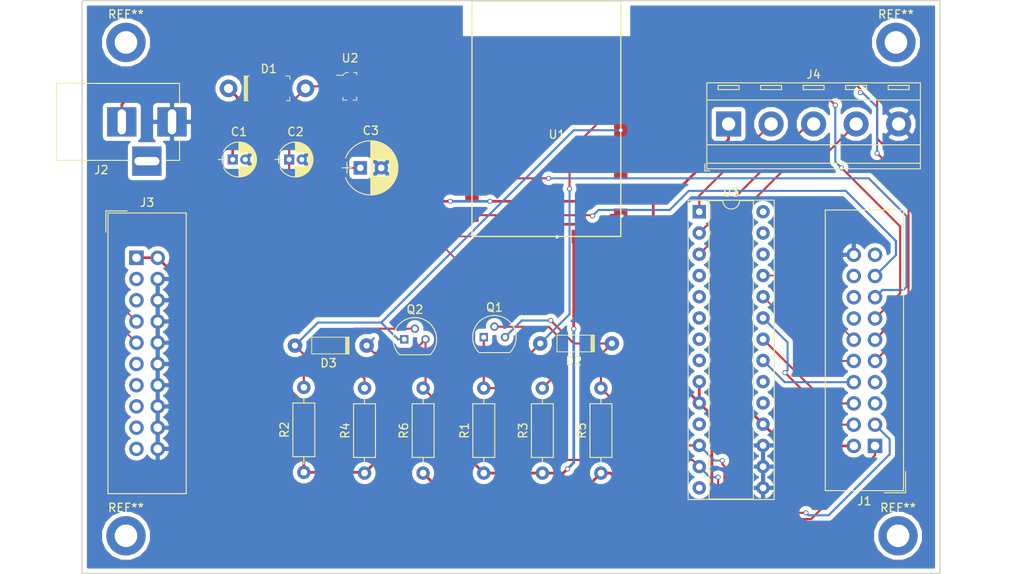
<source format=kicad_pcb>
(kicad_pcb (version 20171130) (host pcbnew 5.0.2+dfsg1-1)

  (general
    (thickness 1.6)
    (drawings 5)
    (tracks 243)
    (zones 0)
    (modules 25)
    (nets 62)
  )

  (page A4)
  (layers
    (0 F.Cu signal)
    (31 B.Cu signal)
    (32 B.Adhes user)
    (33 F.Adhes user)
    (34 B.Paste user)
    (35 F.Paste user)
    (36 B.SilkS user)
    (37 F.SilkS user)
    (38 B.Mask user)
    (39 F.Mask user)
    (40 Dwgs.User user)
    (41 Cmts.User user)
    (42 Eco1.User user)
    (43 Eco2.User user)
    (44 Edge.Cuts user)
    (45 Margin user)
    (46 B.CrtYd user)
    (47 F.CrtYd user)
    (48 B.Fab user)
    (49 F.Fab user)
  )

  (setup
    (last_trace_width 0.25)
    (trace_clearance 0.2)
    (zone_clearance 0.508)
    (zone_45_only yes)
    (trace_min 0.2)
    (segment_width 0.2)
    (edge_width 0.15)
    (via_size 0.6)
    (via_drill 0.4)
    (via_min_size 0.4)
    (via_min_drill 0.3)
    (uvia_size 0.3)
    (uvia_drill 0.1)
    (uvias_allowed no)
    (uvia_min_size 0.2)
    (uvia_min_drill 0.1)
    (pcb_text_width 0.3)
    (pcb_text_size 1.5 1.5)
    (mod_edge_width 0.15)
    (mod_text_size 1 1)
    (mod_text_width 0.15)
    (pad_size 4.4 4.4)
    (pad_drill 2.2)
    (pad_to_mask_clearance 0.2)
    (solder_mask_min_width 0.25)
    (aux_axis_origin 0 0)
    (visible_elements FFFEFF7F)
    (pcbplotparams
      (layerselection 0x00030_80000001)
      (usegerberextensions false)
      (usegerberattributes false)
      (usegerberadvancedattributes false)
      (creategerberjobfile false)
      (excludeedgelayer true)
      (linewidth 0.100000)
      (plotframeref false)
      (viasonmask false)
      (mode 1)
      (useauxorigin false)
      (hpglpennumber 1)
      (hpglpenspeed 20)
      (hpglpendiameter 15.000000)
      (psnegative false)
      (psa4output false)
      (plotreference true)
      (plotvalue true)
      (plotinvisibletext false)
      (padsonsilk false)
      (subtractmaskfromsilk false)
      (outputformat 1)
      (mirror false)
      (drillshape 1)
      (scaleselection 1)
      (outputdirectory ""))
  )

  (net 0 "")
  (net 1 +3V3)
  (net 2 GND)
  (net 3 +5V)
  (net 4 "Net-(D2-PadA)")
  (net 5 "Net-(D3-PadA)")
  (net 6 "Net-(J2-Pad3)")
  (net 7 /SWDIO)
  (net 8 /SWCLK)
  (net 9 /HI_SPD_EN)
  (net 10 /LO_SPD_EN)
  (net 11 /MED_SPD_EN)
  (net 12 +9V)
  (net 13 /BTLE_LED)
  (net 14 /ANT_LED)
  (net 15 "Net-(C2-Pad1)")
  (net 16 /SCL_5v)
  (net 17 /SDA_5v)
  (net 18 /RGB_G)
  (net 19 "Net-(J1-Pad5)")
  (net 20 /RGB_Y)
  (net 21 "Net-(J1-Pad7)")
  (net 22 /RGB_R)
  (net 23 /ROT_ENC_A)
  (net 24 /ROT_ENC_B)
  (net 25 /ROT_ENC_C)
  (net 26 "Net-(J1-Pad14)")
  (net 27 /ROT_ENC_SW1)
  (net 28 "Net-(J1-Pad16)")
  (net 29 /ROT_ENC_SW2)
  (net 30 "Net-(J1-Pad18)")
  (net 31 "Net-(J1-Pad19)")
  (net 32 "Net-(J3-Pad19)")
  (net 33 "Net-(J3-Pad17)")
  (net 34 "Net-(J3-Pad15)")
  (net 35 "Net-(J3-Pad13)")
  (net 36 "Net-(J3-Pad11)")
  (net 37 "Net-(J3-Pad5)")
  (net 38 "Net-(J3-Pad3)")
  (net 39 "Net-(Q1-Pad2)")
  (net 40 "Net-(Q2-Pad2)")
  (net 41 "Net-(U1-Pad1)")
  (net 42 "Net-(U1-Pad2)")
  (net 43 "Net-(U1-Pad3)")
  (net 44 "Net-(U1-Pad4)")
  (net 45 "Net-(U1-Pad5)")
  (net 46 "Net-(U1-Pad6)")
  (net 47 "Net-(U1-Pad7)")
  (net 48 "Net-(U1-Pad15)")
  (net 49 "Net-(U1-Pad16)")
  (net 50 "Net-(U3-Pad4)")
  (net 51 "Net-(U3-Pad5)")
  (net 52 "Net-(U3-Pad19)")
  (net 53 "Net-(U3-Pad6)")
  (net 54 "Net-(U3-Pad20)")
  (net 55 "Net-(U3-Pad7)")
  (net 56 "Net-(U3-Pad8)")
  (net 57 "Net-(U3-Pad11)")
  (net 58 "Net-(U3-Pad26)")
  (net 59 "Net-(U3-Pad27)")
  (net 60 "Net-(U3-Pad14)")
  (net 61 "Net-(U3-Pad28)")

  (net_class Default "This is the default net class."
    (clearance 0.2)
    (trace_width 0.25)
    (via_dia 0.6)
    (via_drill 0.4)
    (uvia_dia 0.3)
    (uvia_drill 0.1)
    (add_net /HI_SPD_EN)
    (add_net /LO_SPD_EN)
    (add_net /MED_SPD_EN)
    (add_net /RGB_G)
    (add_net /RGB_R)
    (add_net /RGB_Y)
    (add_net /ROT_ENC_A)
    (add_net /ROT_ENC_B)
    (add_net /ROT_ENC_C)
    (add_net /ROT_ENC_SW1)
    (add_net /ROT_ENC_SW2)
    (add_net /SCL_5v)
    (add_net /SDA_5v)
    (add_net "Net-(C2-Pad1)")
    (add_net "Net-(D2-PadA)")
    (add_net "Net-(D3-PadA)")
    (add_net "Net-(J1-Pad14)")
    (add_net "Net-(J1-Pad16)")
    (add_net "Net-(J1-Pad18)")
    (add_net "Net-(J1-Pad19)")
    (add_net "Net-(J1-Pad5)")
    (add_net "Net-(J1-Pad7)")
    (add_net "Net-(J2-Pad3)")
    (add_net "Net-(J3-Pad11)")
    (add_net "Net-(J3-Pad13)")
    (add_net "Net-(J3-Pad15)")
    (add_net "Net-(J3-Pad17)")
    (add_net "Net-(J3-Pad19)")
    (add_net "Net-(J3-Pad3)")
    (add_net "Net-(J3-Pad5)")
    (add_net "Net-(Q1-Pad2)")
    (add_net "Net-(Q2-Pad2)")
    (add_net "Net-(U1-Pad1)")
    (add_net "Net-(U1-Pad15)")
    (add_net "Net-(U1-Pad16)")
    (add_net "Net-(U1-Pad2)")
    (add_net "Net-(U1-Pad3)")
    (add_net "Net-(U1-Pad4)")
    (add_net "Net-(U1-Pad5)")
    (add_net "Net-(U1-Pad6)")
    (add_net "Net-(U1-Pad7)")
    (add_net "Net-(U3-Pad11)")
    (add_net "Net-(U3-Pad14)")
    (add_net "Net-(U3-Pad19)")
    (add_net "Net-(U3-Pad20)")
    (add_net "Net-(U3-Pad26)")
    (add_net "Net-(U3-Pad27)")
    (add_net "Net-(U3-Pad28)")
    (add_net "Net-(U3-Pad4)")
    (add_net "Net-(U3-Pad5)")
    (add_net "Net-(U3-Pad6)")
    (add_net "Net-(U3-Pad7)")
    (add_net "Net-(U3-Pad8)")
  )

  (net_class 120VAC ""
    (clearance 0.75)
    (trace_width 2.5)
    (via_dia 0.8)
    (via_drill 0.6)
    (uvia_dia 0.3)
    (uvia_drill 0.1)
  )

  (net_class Data ""
    (clearance 0.1)
    (trace_width 0.2)
    (via_dia 0.6)
    (via_drill 0.4)
    (uvia_dia 0.3)
    (uvia_drill 0.1)
    (add_net /ANT_LED)
    (add_net /BTLE_LED)
    (add_net /SWCLK)
    (add_net /SWDIO)
  )

  (net_class PWR ""
    (clearance 0.1)
    (trace_width 0.325)
    (via_dia 0.6)
    (via_drill 0.4)
    (uvia_dia 0.3)
    (uvia_drill 0.1)
    (add_net +3V3)
    (add_net +5V)
    (add_net +9V)
    (add_net GND)
  )

  (module Mounting_Holes:MountingHole_2.7mm_M2.5_DIN965_Pad (layer F.Cu) (tedit 56D1B4CB) (tstamp 5D85371F)
    (at 167.25 39.75)
    (descr "Mounting Hole 2.7mm, M2.5, DIN965")
    (tags "mounting hole 2.7mm m2.5 din965")
    (attr virtual)
    (fp_text reference REF** (at 0 -3.35) (layer F.SilkS)
      (effects (font (size 1 1) (thickness 0.15)))
    )
    (fp_text value MountingHole_2.7mm_M2.5_DIN965_Pad (at 0 3.35) (layer F.Fab)
      (effects (font (size 1 1) (thickness 0.15)))
    )
    (fp_text user %R (at 0.3 0) (layer F.Fab)
      (effects (font (size 1 1) (thickness 0.15)))
    )
    (fp_circle (center 0 0) (end 2.35 0) (layer Cmts.User) (width 0.15))
    (fp_circle (center 0 0) (end 2.6 0) (layer F.CrtYd) (width 0.05))
    (pad 1 thru_hole circle (at 0 0) (size 4.7 4.7) (drill 2.7) (layers *.Cu *.Mask))
  )

  (module Mounting_Holes:MountingHole_2.7mm_M2.5_DIN965_Pad (layer F.Cu) (tedit 56D1B4CB) (tstamp 5D853701)
    (at 167.5 98.75)
    (descr "Mounting Hole 2.7mm, M2.5, DIN965")
    (tags "mounting hole 2.7mm m2.5 din965")
    (attr virtual)
    (fp_text reference REF** (at 0 -3.35) (layer F.SilkS)
      (effects (font (size 1 1) (thickness 0.15)))
    )
    (fp_text value MountingHole_2.7mm_M2.5_DIN965_Pad (at 0 3.35) (layer F.Fab)
      (effects (font (size 1 1) (thickness 0.15)))
    )
    (fp_text user %R (at 0.3 0) (layer F.Fab)
      (effects (font (size 1 1) (thickness 0.15)))
    )
    (fp_circle (center 0 0) (end 2.35 0) (layer Cmts.User) (width 0.15))
    (fp_circle (center 0 0) (end 2.6 0) (layer F.CrtYd) (width 0.05))
    (pad 1 thru_hole circle (at 0 0) (size 4.7 4.7) (drill 2.7) (layers *.Cu *.Mask))
  )

  (module Capacitors_THT:CP_Radial_D4.0mm_P1.50mm (layer F.Cu) (tedit 597BC7C2) (tstamp 5D7C4DBF)
    (at 88 53.75)
    (descr "CP, Radial series, Radial, pin pitch=1.50mm, , diameter=4mm, Electrolytic Capacitor")
    (tags "CP Radial series Radial pin pitch 1.50mm  diameter 4mm Electrolytic Capacitor")
    (path /5B632443)
    (fp_text reference C1 (at 0.75 -3.31) (layer F.SilkS)
      (effects (font (size 1 1) (thickness 0.15)))
    )
    (fp_text value 1uF (at 0.75 3.31) (layer F.Fab)
      (effects (font (size 1 1) (thickness 0.15)))
    )
    (fp_arc (start 0.75 0) (end -1.095996 -0.98) (angle 124.1) (layer F.SilkS) (width 0.12))
    (fp_arc (start 0.75 0) (end -1.095996 0.98) (angle -124.1) (layer F.SilkS) (width 0.12))
    (fp_arc (start 0.75 0) (end 2.595996 -0.98) (angle 55.9) (layer F.SilkS) (width 0.12))
    (fp_circle (center 0.75 0) (end 2.75 0) (layer F.Fab) (width 0.1))
    (fp_line (start -1.7 0) (end -0.8 0) (layer F.Fab) (width 0.1))
    (fp_line (start -1.25 -0.45) (end -1.25 0.45) (layer F.Fab) (width 0.1))
    (fp_line (start 0.75 0.78) (end 0.75 2.05) (layer F.SilkS) (width 0.12))
    (fp_line (start 0.75 -2.05) (end 0.75 -0.78) (layer F.SilkS) (width 0.12))
    (fp_line (start 0.79 -2.05) (end 0.79 -0.78) (layer F.SilkS) (width 0.12))
    (fp_line (start 0.79 0.78) (end 0.79 2.05) (layer F.SilkS) (width 0.12))
    (fp_line (start 0.83 -2.049) (end 0.83 -0.78) (layer F.SilkS) (width 0.12))
    (fp_line (start 0.83 0.78) (end 0.83 2.049) (layer F.SilkS) (width 0.12))
    (fp_line (start 0.87 -2.047) (end 0.87 -0.78) (layer F.SilkS) (width 0.12))
    (fp_line (start 0.87 0.78) (end 0.87 2.047) (layer F.SilkS) (width 0.12))
    (fp_line (start 0.91 -2.044) (end 0.91 -0.78) (layer F.SilkS) (width 0.12))
    (fp_line (start 0.91 0.78) (end 0.91 2.044) (layer F.SilkS) (width 0.12))
    (fp_line (start 0.95 -2.041) (end 0.95 -0.78) (layer F.SilkS) (width 0.12))
    (fp_line (start 0.95 0.78) (end 0.95 2.041) (layer F.SilkS) (width 0.12))
    (fp_line (start 0.99 -2.037) (end 0.99 -0.78) (layer F.SilkS) (width 0.12))
    (fp_line (start 0.99 0.78) (end 0.99 2.037) (layer F.SilkS) (width 0.12))
    (fp_line (start 1.03 -2.032) (end 1.03 -0.78) (layer F.SilkS) (width 0.12))
    (fp_line (start 1.03 0.78) (end 1.03 2.032) (layer F.SilkS) (width 0.12))
    (fp_line (start 1.07 -2.026) (end 1.07 -0.78) (layer F.SilkS) (width 0.12))
    (fp_line (start 1.07 0.78) (end 1.07 2.026) (layer F.SilkS) (width 0.12))
    (fp_line (start 1.11 -2.019) (end 1.11 -0.78) (layer F.SilkS) (width 0.12))
    (fp_line (start 1.11 0.78) (end 1.11 2.019) (layer F.SilkS) (width 0.12))
    (fp_line (start 1.15 -2.012) (end 1.15 -0.78) (layer F.SilkS) (width 0.12))
    (fp_line (start 1.15 0.78) (end 1.15 2.012) (layer F.SilkS) (width 0.12))
    (fp_line (start 1.19 -2.004) (end 1.19 -0.78) (layer F.SilkS) (width 0.12))
    (fp_line (start 1.19 0.78) (end 1.19 2.004) (layer F.SilkS) (width 0.12))
    (fp_line (start 1.23 -1.995) (end 1.23 -0.78) (layer F.SilkS) (width 0.12))
    (fp_line (start 1.23 0.78) (end 1.23 1.995) (layer F.SilkS) (width 0.12))
    (fp_line (start 1.27 -1.985) (end 1.27 -0.78) (layer F.SilkS) (width 0.12))
    (fp_line (start 1.27 0.78) (end 1.27 1.985) (layer F.SilkS) (width 0.12))
    (fp_line (start 1.31 -1.974) (end 1.31 -0.78) (layer F.SilkS) (width 0.12))
    (fp_line (start 1.31 0.78) (end 1.31 1.974) (layer F.SilkS) (width 0.12))
    (fp_line (start 1.35 -1.963) (end 1.35 -0.78) (layer F.SilkS) (width 0.12))
    (fp_line (start 1.35 0.78) (end 1.35 1.963) (layer F.SilkS) (width 0.12))
    (fp_line (start 1.39 -1.95) (end 1.39 -0.78) (layer F.SilkS) (width 0.12))
    (fp_line (start 1.39 0.78) (end 1.39 1.95) (layer F.SilkS) (width 0.12))
    (fp_line (start 1.43 -1.937) (end 1.43 -0.78) (layer F.SilkS) (width 0.12))
    (fp_line (start 1.43 0.78) (end 1.43 1.937) (layer F.SilkS) (width 0.12))
    (fp_line (start 1.471 -1.923) (end 1.471 -0.78) (layer F.SilkS) (width 0.12))
    (fp_line (start 1.471 0.78) (end 1.471 1.923) (layer F.SilkS) (width 0.12))
    (fp_line (start 1.511 -1.907) (end 1.511 -0.78) (layer F.SilkS) (width 0.12))
    (fp_line (start 1.511 0.78) (end 1.511 1.907) (layer F.SilkS) (width 0.12))
    (fp_line (start 1.551 -1.891) (end 1.551 -0.78) (layer F.SilkS) (width 0.12))
    (fp_line (start 1.551 0.78) (end 1.551 1.891) (layer F.SilkS) (width 0.12))
    (fp_line (start 1.591 -1.874) (end 1.591 -0.78) (layer F.SilkS) (width 0.12))
    (fp_line (start 1.591 0.78) (end 1.591 1.874) (layer F.SilkS) (width 0.12))
    (fp_line (start 1.631 -1.856) (end 1.631 -0.78) (layer F.SilkS) (width 0.12))
    (fp_line (start 1.631 0.78) (end 1.631 1.856) (layer F.SilkS) (width 0.12))
    (fp_line (start 1.671 -1.837) (end 1.671 -0.78) (layer F.SilkS) (width 0.12))
    (fp_line (start 1.671 0.78) (end 1.671 1.837) (layer F.SilkS) (width 0.12))
    (fp_line (start 1.711 -1.817) (end 1.711 -0.78) (layer F.SilkS) (width 0.12))
    (fp_line (start 1.711 0.78) (end 1.711 1.817) (layer F.SilkS) (width 0.12))
    (fp_line (start 1.751 -1.796) (end 1.751 -0.78) (layer F.SilkS) (width 0.12))
    (fp_line (start 1.751 0.78) (end 1.751 1.796) (layer F.SilkS) (width 0.12))
    (fp_line (start 1.791 -1.773) (end 1.791 -0.78) (layer F.SilkS) (width 0.12))
    (fp_line (start 1.791 0.78) (end 1.791 1.773) (layer F.SilkS) (width 0.12))
    (fp_line (start 1.831 -1.75) (end 1.831 -0.78) (layer F.SilkS) (width 0.12))
    (fp_line (start 1.831 0.78) (end 1.831 1.75) (layer F.SilkS) (width 0.12))
    (fp_line (start 1.871 -1.725) (end 1.871 -0.78) (layer F.SilkS) (width 0.12))
    (fp_line (start 1.871 0.78) (end 1.871 1.725) (layer F.SilkS) (width 0.12))
    (fp_line (start 1.911 -1.699) (end 1.911 -0.78) (layer F.SilkS) (width 0.12))
    (fp_line (start 1.911 0.78) (end 1.911 1.699) (layer F.SilkS) (width 0.12))
    (fp_line (start 1.951 -1.672) (end 1.951 -0.78) (layer F.SilkS) (width 0.12))
    (fp_line (start 1.951 0.78) (end 1.951 1.672) (layer F.SilkS) (width 0.12))
    (fp_line (start 1.991 -1.643) (end 1.991 -0.78) (layer F.SilkS) (width 0.12))
    (fp_line (start 1.991 0.78) (end 1.991 1.643) (layer F.SilkS) (width 0.12))
    (fp_line (start 2.031 -1.613) (end 2.031 -0.78) (layer F.SilkS) (width 0.12))
    (fp_line (start 2.031 0.78) (end 2.031 1.613) (layer F.SilkS) (width 0.12))
    (fp_line (start 2.071 -1.581) (end 2.071 -0.78) (layer F.SilkS) (width 0.12))
    (fp_line (start 2.071 0.78) (end 2.071 1.581) (layer F.SilkS) (width 0.12))
    (fp_line (start 2.111 -1.547) (end 2.111 -0.78) (layer F.SilkS) (width 0.12))
    (fp_line (start 2.111 0.78) (end 2.111 1.547) (layer F.SilkS) (width 0.12))
    (fp_line (start 2.151 -1.512) (end 2.151 -0.78) (layer F.SilkS) (width 0.12))
    (fp_line (start 2.151 0.78) (end 2.151 1.512) (layer F.SilkS) (width 0.12))
    (fp_line (start 2.191 -1.475) (end 2.191 -0.78) (layer F.SilkS) (width 0.12))
    (fp_line (start 2.191 0.78) (end 2.191 1.475) (layer F.SilkS) (width 0.12))
    (fp_line (start 2.231 -1.436) (end 2.231 -0.78) (layer F.SilkS) (width 0.12))
    (fp_line (start 2.231 0.78) (end 2.231 1.436) (layer F.SilkS) (width 0.12))
    (fp_line (start 2.271 -1.395) (end 2.271 -0.78) (layer F.SilkS) (width 0.12))
    (fp_line (start 2.271 0.78) (end 2.271 1.395) (layer F.SilkS) (width 0.12))
    (fp_line (start 2.311 -1.351) (end 2.311 1.351) (layer F.SilkS) (width 0.12))
    (fp_line (start 2.351 -1.305) (end 2.351 1.305) (layer F.SilkS) (width 0.12))
    (fp_line (start 2.391 -1.256) (end 2.391 1.256) (layer F.SilkS) (width 0.12))
    (fp_line (start 2.431 -1.204) (end 2.431 1.204) (layer F.SilkS) (width 0.12))
    (fp_line (start 2.471 -1.148) (end 2.471 1.148) (layer F.SilkS) (width 0.12))
    (fp_line (start 2.511 -1.088) (end 2.511 1.088) (layer F.SilkS) (width 0.12))
    (fp_line (start 2.551 -1.023) (end 2.551 1.023) (layer F.SilkS) (width 0.12))
    (fp_line (start 2.591 -0.952) (end 2.591 0.952) (layer F.SilkS) (width 0.12))
    (fp_line (start 2.631 -0.874) (end 2.631 0.874) (layer F.SilkS) (width 0.12))
    (fp_line (start 2.671 -0.786) (end 2.671 0.786) (layer F.SilkS) (width 0.12))
    (fp_line (start 2.711 -0.686) (end 2.711 0.686) (layer F.SilkS) (width 0.12))
    (fp_line (start 2.751 -0.567) (end 2.751 0.567) (layer F.SilkS) (width 0.12))
    (fp_line (start 2.791 -0.415) (end 2.791 0.415) (layer F.SilkS) (width 0.12))
    (fp_line (start 2.831 -0.165) (end 2.831 0.165) (layer F.SilkS) (width 0.12))
    (fp_line (start -1.7 0) (end -0.8 0) (layer F.SilkS) (width 0.12))
    (fp_line (start -1.25 -0.45) (end -1.25 0.45) (layer F.SilkS) (width 0.12))
    (fp_line (start -1.6 -2.35) (end -1.6 2.35) (layer F.CrtYd) (width 0.05))
    (fp_line (start -1.6 2.35) (end 3.1 2.35) (layer F.CrtYd) (width 0.05))
    (fp_line (start 3.1 2.35) (end 3.1 -2.35) (layer F.CrtYd) (width 0.05))
    (fp_line (start 3.1 -2.35) (end -1.6 -2.35) (layer F.CrtYd) (width 0.05))
    (fp_text user %R (at 0.75 0) (layer F.Fab)
      (effects (font (size 1 1) (thickness 0.15)))
    )
    (pad 1 thru_hole rect (at 0 0) (size 1.2 1.2) (drill 0.6) (layers *.Cu *.Mask)
      (net 12 +9V))
    (pad 2 thru_hole circle (at 1.5 0) (size 1.2 1.2) (drill 0.6) (layers *.Cu *.Mask)
      (net 2 GND))
    (model ${KISYS3DMOD}/Capacitors_THT.3dshapes/CP_Radial_D4.0mm_P1.50mm.wrl
      (at (xyz 0 0 0))
      (scale (xyz 1 1 1))
      (rotate (xyz 0 0 0))
    )
  )

  (module Capacitors_THT:CP_Radial_D4.0mm_P1.50mm (layer F.Cu) (tedit 597BC7C2) (tstamp 5D7C43A3)
    (at 94.75 53.75)
    (descr "CP, Radial series, Radial, pin pitch=1.50mm, , diameter=4mm, Electrolytic Capacitor")
    (tags "CP Radial series Radial pin pitch 1.50mm  diameter 4mm Electrolytic Capacitor")
    (path /5B63236D)
    (fp_text reference C2 (at 0.75 -3.31) (layer F.SilkS)
      (effects (font (size 1 1) (thickness 0.15)))
    )
    (fp_text value 1uF (at 0.75 3.31) (layer F.Fab)
      (effects (font (size 1 1) (thickness 0.15)))
    )
    (fp_text user %R (at 0.75 0) (layer F.Fab)
      (effects (font (size 1 1) (thickness 0.15)))
    )
    (fp_line (start 3.1 -2.35) (end -1.6 -2.35) (layer F.CrtYd) (width 0.05))
    (fp_line (start 3.1 2.35) (end 3.1 -2.35) (layer F.CrtYd) (width 0.05))
    (fp_line (start -1.6 2.35) (end 3.1 2.35) (layer F.CrtYd) (width 0.05))
    (fp_line (start -1.6 -2.35) (end -1.6 2.35) (layer F.CrtYd) (width 0.05))
    (fp_line (start -1.25 -0.45) (end -1.25 0.45) (layer F.SilkS) (width 0.12))
    (fp_line (start -1.7 0) (end -0.8 0) (layer F.SilkS) (width 0.12))
    (fp_line (start 2.831 -0.165) (end 2.831 0.165) (layer F.SilkS) (width 0.12))
    (fp_line (start 2.791 -0.415) (end 2.791 0.415) (layer F.SilkS) (width 0.12))
    (fp_line (start 2.751 -0.567) (end 2.751 0.567) (layer F.SilkS) (width 0.12))
    (fp_line (start 2.711 -0.686) (end 2.711 0.686) (layer F.SilkS) (width 0.12))
    (fp_line (start 2.671 -0.786) (end 2.671 0.786) (layer F.SilkS) (width 0.12))
    (fp_line (start 2.631 -0.874) (end 2.631 0.874) (layer F.SilkS) (width 0.12))
    (fp_line (start 2.591 -0.952) (end 2.591 0.952) (layer F.SilkS) (width 0.12))
    (fp_line (start 2.551 -1.023) (end 2.551 1.023) (layer F.SilkS) (width 0.12))
    (fp_line (start 2.511 -1.088) (end 2.511 1.088) (layer F.SilkS) (width 0.12))
    (fp_line (start 2.471 -1.148) (end 2.471 1.148) (layer F.SilkS) (width 0.12))
    (fp_line (start 2.431 -1.204) (end 2.431 1.204) (layer F.SilkS) (width 0.12))
    (fp_line (start 2.391 -1.256) (end 2.391 1.256) (layer F.SilkS) (width 0.12))
    (fp_line (start 2.351 -1.305) (end 2.351 1.305) (layer F.SilkS) (width 0.12))
    (fp_line (start 2.311 -1.351) (end 2.311 1.351) (layer F.SilkS) (width 0.12))
    (fp_line (start 2.271 0.78) (end 2.271 1.395) (layer F.SilkS) (width 0.12))
    (fp_line (start 2.271 -1.395) (end 2.271 -0.78) (layer F.SilkS) (width 0.12))
    (fp_line (start 2.231 0.78) (end 2.231 1.436) (layer F.SilkS) (width 0.12))
    (fp_line (start 2.231 -1.436) (end 2.231 -0.78) (layer F.SilkS) (width 0.12))
    (fp_line (start 2.191 0.78) (end 2.191 1.475) (layer F.SilkS) (width 0.12))
    (fp_line (start 2.191 -1.475) (end 2.191 -0.78) (layer F.SilkS) (width 0.12))
    (fp_line (start 2.151 0.78) (end 2.151 1.512) (layer F.SilkS) (width 0.12))
    (fp_line (start 2.151 -1.512) (end 2.151 -0.78) (layer F.SilkS) (width 0.12))
    (fp_line (start 2.111 0.78) (end 2.111 1.547) (layer F.SilkS) (width 0.12))
    (fp_line (start 2.111 -1.547) (end 2.111 -0.78) (layer F.SilkS) (width 0.12))
    (fp_line (start 2.071 0.78) (end 2.071 1.581) (layer F.SilkS) (width 0.12))
    (fp_line (start 2.071 -1.581) (end 2.071 -0.78) (layer F.SilkS) (width 0.12))
    (fp_line (start 2.031 0.78) (end 2.031 1.613) (layer F.SilkS) (width 0.12))
    (fp_line (start 2.031 -1.613) (end 2.031 -0.78) (layer F.SilkS) (width 0.12))
    (fp_line (start 1.991 0.78) (end 1.991 1.643) (layer F.SilkS) (width 0.12))
    (fp_line (start 1.991 -1.643) (end 1.991 -0.78) (layer F.SilkS) (width 0.12))
    (fp_line (start 1.951 0.78) (end 1.951 1.672) (layer F.SilkS) (width 0.12))
    (fp_line (start 1.951 -1.672) (end 1.951 -0.78) (layer F.SilkS) (width 0.12))
    (fp_line (start 1.911 0.78) (end 1.911 1.699) (layer F.SilkS) (width 0.12))
    (fp_line (start 1.911 -1.699) (end 1.911 -0.78) (layer F.SilkS) (width 0.12))
    (fp_line (start 1.871 0.78) (end 1.871 1.725) (layer F.SilkS) (width 0.12))
    (fp_line (start 1.871 -1.725) (end 1.871 -0.78) (layer F.SilkS) (width 0.12))
    (fp_line (start 1.831 0.78) (end 1.831 1.75) (layer F.SilkS) (width 0.12))
    (fp_line (start 1.831 -1.75) (end 1.831 -0.78) (layer F.SilkS) (width 0.12))
    (fp_line (start 1.791 0.78) (end 1.791 1.773) (layer F.SilkS) (width 0.12))
    (fp_line (start 1.791 -1.773) (end 1.791 -0.78) (layer F.SilkS) (width 0.12))
    (fp_line (start 1.751 0.78) (end 1.751 1.796) (layer F.SilkS) (width 0.12))
    (fp_line (start 1.751 -1.796) (end 1.751 -0.78) (layer F.SilkS) (width 0.12))
    (fp_line (start 1.711 0.78) (end 1.711 1.817) (layer F.SilkS) (width 0.12))
    (fp_line (start 1.711 -1.817) (end 1.711 -0.78) (layer F.SilkS) (width 0.12))
    (fp_line (start 1.671 0.78) (end 1.671 1.837) (layer F.SilkS) (width 0.12))
    (fp_line (start 1.671 -1.837) (end 1.671 -0.78) (layer F.SilkS) (width 0.12))
    (fp_line (start 1.631 0.78) (end 1.631 1.856) (layer F.SilkS) (width 0.12))
    (fp_line (start 1.631 -1.856) (end 1.631 -0.78) (layer F.SilkS) (width 0.12))
    (fp_line (start 1.591 0.78) (end 1.591 1.874) (layer F.SilkS) (width 0.12))
    (fp_line (start 1.591 -1.874) (end 1.591 -0.78) (layer F.SilkS) (width 0.12))
    (fp_line (start 1.551 0.78) (end 1.551 1.891) (layer F.SilkS) (width 0.12))
    (fp_line (start 1.551 -1.891) (end 1.551 -0.78) (layer F.SilkS) (width 0.12))
    (fp_line (start 1.511 0.78) (end 1.511 1.907) (layer F.SilkS) (width 0.12))
    (fp_line (start 1.511 -1.907) (end 1.511 -0.78) (layer F.SilkS) (width 0.12))
    (fp_line (start 1.471 0.78) (end 1.471 1.923) (layer F.SilkS) (width 0.12))
    (fp_line (start 1.471 -1.923) (end 1.471 -0.78) (layer F.SilkS) (width 0.12))
    (fp_line (start 1.43 0.78) (end 1.43 1.937) (layer F.SilkS) (width 0.12))
    (fp_line (start 1.43 -1.937) (end 1.43 -0.78) (layer F.SilkS) (width 0.12))
    (fp_line (start 1.39 0.78) (end 1.39 1.95) (layer F.SilkS) (width 0.12))
    (fp_line (start 1.39 -1.95) (end 1.39 -0.78) (layer F.SilkS) (width 0.12))
    (fp_line (start 1.35 0.78) (end 1.35 1.963) (layer F.SilkS) (width 0.12))
    (fp_line (start 1.35 -1.963) (end 1.35 -0.78) (layer F.SilkS) (width 0.12))
    (fp_line (start 1.31 0.78) (end 1.31 1.974) (layer F.SilkS) (width 0.12))
    (fp_line (start 1.31 -1.974) (end 1.31 -0.78) (layer F.SilkS) (width 0.12))
    (fp_line (start 1.27 0.78) (end 1.27 1.985) (layer F.SilkS) (width 0.12))
    (fp_line (start 1.27 -1.985) (end 1.27 -0.78) (layer F.SilkS) (width 0.12))
    (fp_line (start 1.23 0.78) (end 1.23 1.995) (layer F.SilkS) (width 0.12))
    (fp_line (start 1.23 -1.995) (end 1.23 -0.78) (layer F.SilkS) (width 0.12))
    (fp_line (start 1.19 0.78) (end 1.19 2.004) (layer F.SilkS) (width 0.12))
    (fp_line (start 1.19 -2.004) (end 1.19 -0.78) (layer F.SilkS) (width 0.12))
    (fp_line (start 1.15 0.78) (end 1.15 2.012) (layer F.SilkS) (width 0.12))
    (fp_line (start 1.15 -2.012) (end 1.15 -0.78) (layer F.SilkS) (width 0.12))
    (fp_line (start 1.11 0.78) (end 1.11 2.019) (layer F.SilkS) (width 0.12))
    (fp_line (start 1.11 -2.019) (end 1.11 -0.78) (layer F.SilkS) (width 0.12))
    (fp_line (start 1.07 0.78) (end 1.07 2.026) (layer F.SilkS) (width 0.12))
    (fp_line (start 1.07 -2.026) (end 1.07 -0.78) (layer F.SilkS) (width 0.12))
    (fp_line (start 1.03 0.78) (end 1.03 2.032) (layer F.SilkS) (width 0.12))
    (fp_line (start 1.03 -2.032) (end 1.03 -0.78) (layer F.SilkS) (width 0.12))
    (fp_line (start 0.99 0.78) (end 0.99 2.037) (layer F.SilkS) (width 0.12))
    (fp_line (start 0.99 -2.037) (end 0.99 -0.78) (layer F.SilkS) (width 0.12))
    (fp_line (start 0.95 0.78) (end 0.95 2.041) (layer F.SilkS) (width 0.12))
    (fp_line (start 0.95 -2.041) (end 0.95 -0.78) (layer F.SilkS) (width 0.12))
    (fp_line (start 0.91 0.78) (end 0.91 2.044) (layer F.SilkS) (width 0.12))
    (fp_line (start 0.91 -2.044) (end 0.91 -0.78) (layer F.SilkS) (width 0.12))
    (fp_line (start 0.87 0.78) (end 0.87 2.047) (layer F.SilkS) (width 0.12))
    (fp_line (start 0.87 -2.047) (end 0.87 -0.78) (layer F.SilkS) (width 0.12))
    (fp_line (start 0.83 0.78) (end 0.83 2.049) (layer F.SilkS) (width 0.12))
    (fp_line (start 0.83 -2.049) (end 0.83 -0.78) (layer F.SilkS) (width 0.12))
    (fp_line (start 0.79 0.78) (end 0.79 2.05) (layer F.SilkS) (width 0.12))
    (fp_line (start 0.79 -2.05) (end 0.79 -0.78) (layer F.SilkS) (width 0.12))
    (fp_line (start 0.75 -2.05) (end 0.75 -0.78) (layer F.SilkS) (width 0.12))
    (fp_line (start 0.75 0.78) (end 0.75 2.05) (layer F.SilkS) (width 0.12))
    (fp_line (start -1.25 -0.45) (end -1.25 0.45) (layer F.Fab) (width 0.1))
    (fp_line (start -1.7 0) (end -0.8 0) (layer F.Fab) (width 0.1))
    (fp_circle (center 0.75 0) (end 2.75 0) (layer F.Fab) (width 0.1))
    (fp_arc (start 0.75 0) (end 2.595996 -0.98) (angle 55.9) (layer F.SilkS) (width 0.12))
    (fp_arc (start 0.75 0) (end -1.095996 0.98) (angle -124.1) (layer F.SilkS) (width 0.12))
    (fp_arc (start 0.75 0) (end -1.095996 -0.98) (angle 124.1) (layer F.SilkS) (width 0.12))
    (pad 2 thru_hole circle (at 1.5 0) (size 1.2 1.2) (drill 0.6) (layers *.Cu *.Mask)
      (net 2 GND))
    (pad 1 thru_hole rect (at 0 0) (size 1.2 1.2) (drill 0.6) (layers *.Cu *.Mask)
      (net 15 "Net-(C2-Pad1)"))
    (model ${KISYS3DMOD}/Capacitors_THT.3dshapes/CP_Radial_D4.0mm_P1.50mm.wrl
      (at (xyz 0 0 0))
      (scale (xyz 1 1 1))
      (rotate (xyz 0 0 0))
    )
  )

  (module Capacitors_THT:CP_Radial_D6.3mm_P2.50mm (layer F.Cu) (tedit 597BC7C2) (tstamp 5D7C3FC1)
    (at 103.25 54.75)
    (descr "CP, Radial series, Radial, pin pitch=2.50mm, , diameter=6.3mm, Electrolytic Capacitor")
    (tags "CP Radial series Radial pin pitch 2.50mm  diameter 6.3mm Electrolytic Capacitor")
    (path /5B632242)
    (fp_text reference C3 (at 1.25 -4.46) (layer F.SilkS)
      (effects (font (size 1 1) (thickness 0.15)))
    )
    (fp_text value 0.1uF (at 1.25 4.46) (layer F.Fab)
      (effects (font (size 1 1) (thickness 0.15)))
    )
    (fp_arc (start 1.25 0) (end -1.767482 -1.18) (angle 137.3) (layer F.SilkS) (width 0.12))
    (fp_arc (start 1.25 0) (end -1.767482 1.18) (angle -137.3) (layer F.SilkS) (width 0.12))
    (fp_arc (start 1.25 0) (end 4.267482 -1.18) (angle 42.7) (layer F.SilkS) (width 0.12))
    (fp_circle (center 1.25 0) (end 4.4 0) (layer F.Fab) (width 0.1))
    (fp_line (start -2.2 0) (end -1 0) (layer F.Fab) (width 0.1))
    (fp_line (start -1.6 -0.65) (end -1.6 0.65) (layer F.Fab) (width 0.1))
    (fp_line (start 1.25 -3.2) (end 1.25 3.2) (layer F.SilkS) (width 0.12))
    (fp_line (start 1.29 -3.2) (end 1.29 3.2) (layer F.SilkS) (width 0.12))
    (fp_line (start 1.33 -3.2) (end 1.33 3.2) (layer F.SilkS) (width 0.12))
    (fp_line (start 1.37 -3.198) (end 1.37 3.198) (layer F.SilkS) (width 0.12))
    (fp_line (start 1.41 -3.197) (end 1.41 3.197) (layer F.SilkS) (width 0.12))
    (fp_line (start 1.45 -3.194) (end 1.45 3.194) (layer F.SilkS) (width 0.12))
    (fp_line (start 1.49 -3.192) (end 1.49 3.192) (layer F.SilkS) (width 0.12))
    (fp_line (start 1.53 -3.188) (end 1.53 -0.98) (layer F.SilkS) (width 0.12))
    (fp_line (start 1.53 0.98) (end 1.53 3.188) (layer F.SilkS) (width 0.12))
    (fp_line (start 1.57 -3.185) (end 1.57 -0.98) (layer F.SilkS) (width 0.12))
    (fp_line (start 1.57 0.98) (end 1.57 3.185) (layer F.SilkS) (width 0.12))
    (fp_line (start 1.61 -3.18) (end 1.61 -0.98) (layer F.SilkS) (width 0.12))
    (fp_line (start 1.61 0.98) (end 1.61 3.18) (layer F.SilkS) (width 0.12))
    (fp_line (start 1.65 -3.176) (end 1.65 -0.98) (layer F.SilkS) (width 0.12))
    (fp_line (start 1.65 0.98) (end 1.65 3.176) (layer F.SilkS) (width 0.12))
    (fp_line (start 1.69 -3.17) (end 1.69 -0.98) (layer F.SilkS) (width 0.12))
    (fp_line (start 1.69 0.98) (end 1.69 3.17) (layer F.SilkS) (width 0.12))
    (fp_line (start 1.73 -3.165) (end 1.73 -0.98) (layer F.SilkS) (width 0.12))
    (fp_line (start 1.73 0.98) (end 1.73 3.165) (layer F.SilkS) (width 0.12))
    (fp_line (start 1.77 -3.158) (end 1.77 -0.98) (layer F.SilkS) (width 0.12))
    (fp_line (start 1.77 0.98) (end 1.77 3.158) (layer F.SilkS) (width 0.12))
    (fp_line (start 1.81 -3.152) (end 1.81 -0.98) (layer F.SilkS) (width 0.12))
    (fp_line (start 1.81 0.98) (end 1.81 3.152) (layer F.SilkS) (width 0.12))
    (fp_line (start 1.85 -3.144) (end 1.85 -0.98) (layer F.SilkS) (width 0.12))
    (fp_line (start 1.85 0.98) (end 1.85 3.144) (layer F.SilkS) (width 0.12))
    (fp_line (start 1.89 -3.137) (end 1.89 -0.98) (layer F.SilkS) (width 0.12))
    (fp_line (start 1.89 0.98) (end 1.89 3.137) (layer F.SilkS) (width 0.12))
    (fp_line (start 1.93 -3.128) (end 1.93 -0.98) (layer F.SilkS) (width 0.12))
    (fp_line (start 1.93 0.98) (end 1.93 3.128) (layer F.SilkS) (width 0.12))
    (fp_line (start 1.971 -3.119) (end 1.971 -0.98) (layer F.SilkS) (width 0.12))
    (fp_line (start 1.971 0.98) (end 1.971 3.119) (layer F.SilkS) (width 0.12))
    (fp_line (start 2.011 -3.11) (end 2.011 -0.98) (layer F.SilkS) (width 0.12))
    (fp_line (start 2.011 0.98) (end 2.011 3.11) (layer F.SilkS) (width 0.12))
    (fp_line (start 2.051 -3.1) (end 2.051 -0.98) (layer F.SilkS) (width 0.12))
    (fp_line (start 2.051 0.98) (end 2.051 3.1) (layer F.SilkS) (width 0.12))
    (fp_line (start 2.091 -3.09) (end 2.091 -0.98) (layer F.SilkS) (width 0.12))
    (fp_line (start 2.091 0.98) (end 2.091 3.09) (layer F.SilkS) (width 0.12))
    (fp_line (start 2.131 -3.079) (end 2.131 -0.98) (layer F.SilkS) (width 0.12))
    (fp_line (start 2.131 0.98) (end 2.131 3.079) (layer F.SilkS) (width 0.12))
    (fp_line (start 2.171 -3.067) (end 2.171 -0.98) (layer F.SilkS) (width 0.12))
    (fp_line (start 2.171 0.98) (end 2.171 3.067) (layer F.SilkS) (width 0.12))
    (fp_line (start 2.211 -3.055) (end 2.211 -0.98) (layer F.SilkS) (width 0.12))
    (fp_line (start 2.211 0.98) (end 2.211 3.055) (layer F.SilkS) (width 0.12))
    (fp_line (start 2.251 -3.042) (end 2.251 -0.98) (layer F.SilkS) (width 0.12))
    (fp_line (start 2.251 0.98) (end 2.251 3.042) (layer F.SilkS) (width 0.12))
    (fp_line (start 2.291 -3.029) (end 2.291 -0.98) (layer F.SilkS) (width 0.12))
    (fp_line (start 2.291 0.98) (end 2.291 3.029) (layer F.SilkS) (width 0.12))
    (fp_line (start 2.331 -3.015) (end 2.331 -0.98) (layer F.SilkS) (width 0.12))
    (fp_line (start 2.331 0.98) (end 2.331 3.015) (layer F.SilkS) (width 0.12))
    (fp_line (start 2.371 -3.001) (end 2.371 -0.98) (layer F.SilkS) (width 0.12))
    (fp_line (start 2.371 0.98) (end 2.371 3.001) (layer F.SilkS) (width 0.12))
    (fp_line (start 2.411 -2.986) (end 2.411 -0.98) (layer F.SilkS) (width 0.12))
    (fp_line (start 2.411 0.98) (end 2.411 2.986) (layer F.SilkS) (width 0.12))
    (fp_line (start 2.451 -2.97) (end 2.451 -0.98) (layer F.SilkS) (width 0.12))
    (fp_line (start 2.451 0.98) (end 2.451 2.97) (layer F.SilkS) (width 0.12))
    (fp_line (start 2.491 -2.954) (end 2.491 -0.98) (layer F.SilkS) (width 0.12))
    (fp_line (start 2.491 0.98) (end 2.491 2.954) (layer F.SilkS) (width 0.12))
    (fp_line (start 2.531 -2.937) (end 2.531 -0.98) (layer F.SilkS) (width 0.12))
    (fp_line (start 2.531 0.98) (end 2.531 2.937) (layer F.SilkS) (width 0.12))
    (fp_line (start 2.571 -2.919) (end 2.571 -0.98) (layer F.SilkS) (width 0.12))
    (fp_line (start 2.571 0.98) (end 2.571 2.919) (layer F.SilkS) (width 0.12))
    (fp_line (start 2.611 -2.901) (end 2.611 -0.98) (layer F.SilkS) (width 0.12))
    (fp_line (start 2.611 0.98) (end 2.611 2.901) (layer F.SilkS) (width 0.12))
    (fp_line (start 2.651 -2.882) (end 2.651 -0.98) (layer F.SilkS) (width 0.12))
    (fp_line (start 2.651 0.98) (end 2.651 2.882) (layer F.SilkS) (width 0.12))
    (fp_line (start 2.691 -2.863) (end 2.691 -0.98) (layer F.SilkS) (width 0.12))
    (fp_line (start 2.691 0.98) (end 2.691 2.863) (layer F.SilkS) (width 0.12))
    (fp_line (start 2.731 -2.843) (end 2.731 -0.98) (layer F.SilkS) (width 0.12))
    (fp_line (start 2.731 0.98) (end 2.731 2.843) (layer F.SilkS) (width 0.12))
    (fp_line (start 2.771 -2.822) (end 2.771 -0.98) (layer F.SilkS) (width 0.12))
    (fp_line (start 2.771 0.98) (end 2.771 2.822) (layer F.SilkS) (width 0.12))
    (fp_line (start 2.811 -2.8) (end 2.811 -0.98) (layer F.SilkS) (width 0.12))
    (fp_line (start 2.811 0.98) (end 2.811 2.8) (layer F.SilkS) (width 0.12))
    (fp_line (start 2.851 -2.778) (end 2.851 -0.98) (layer F.SilkS) (width 0.12))
    (fp_line (start 2.851 0.98) (end 2.851 2.778) (layer F.SilkS) (width 0.12))
    (fp_line (start 2.891 -2.755) (end 2.891 -0.98) (layer F.SilkS) (width 0.12))
    (fp_line (start 2.891 0.98) (end 2.891 2.755) (layer F.SilkS) (width 0.12))
    (fp_line (start 2.931 -2.731) (end 2.931 -0.98) (layer F.SilkS) (width 0.12))
    (fp_line (start 2.931 0.98) (end 2.931 2.731) (layer F.SilkS) (width 0.12))
    (fp_line (start 2.971 -2.706) (end 2.971 -0.98) (layer F.SilkS) (width 0.12))
    (fp_line (start 2.971 0.98) (end 2.971 2.706) (layer F.SilkS) (width 0.12))
    (fp_line (start 3.011 -2.681) (end 3.011 -0.98) (layer F.SilkS) (width 0.12))
    (fp_line (start 3.011 0.98) (end 3.011 2.681) (layer F.SilkS) (width 0.12))
    (fp_line (start 3.051 -2.654) (end 3.051 -0.98) (layer F.SilkS) (width 0.12))
    (fp_line (start 3.051 0.98) (end 3.051 2.654) (layer F.SilkS) (width 0.12))
    (fp_line (start 3.091 -2.627) (end 3.091 -0.98) (layer F.SilkS) (width 0.12))
    (fp_line (start 3.091 0.98) (end 3.091 2.627) (layer F.SilkS) (width 0.12))
    (fp_line (start 3.131 -2.599) (end 3.131 -0.98) (layer F.SilkS) (width 0.12))
    (fp_line (start 3.131 0.98) (end 3.131 2.599) (layer F.SilkS) (width 0.12))
    (fp_line (start 3.171 -2.57) (end 3.171 -0.98) (layer F.SilkS) (width 0.12))
    (fp_line (start 3.171 0.98) (end 3.171 2.57) (layer F.SilkS) (width 0.12))
    (fp_line (start 3.211 -2.54) (end 3.211 -0.98) (layer F.SilkS) (width 0.12))
    (fp_line (start 3.211 0.98) (end 3.211 2.54) (layer F.SilkS) (width 0.12))
    (fp_line (start 3.251 -2.51) (end 3.251 -0.98) (layer F.SilkS) (width 0.12))
    (fp_line (start 3.251 0.98) (end 3.251 2.51) (layer F.SilkS) (width 0.12))
    (fp_line (start 3.291 -2.478) (end 3.291 -0.98) (layer F.SilkS) (width 0.12))
    (fp_line (start 3.291 0.98) (end 3.291 2.478) (layer F.SilkS) (width 0.12))
    (fp_line (start 3.331 -2.445) (end 3.331 -0.98) (layer F.SilkS) (width 0.12))
    (fp_line (start 3.331 0.98) (end 3.331 2.445) (layer F.SilkS) (width 0.12))
    (fp_line (start 3.371 -2.411) (end 3.371 -0.98) (layer F.SilkS) (width 0.12))
    (fp_line (start 3.371 0.98) (end 3.371 2.411) (layer F.SilkS) (width 0.12))
    (fp_line (start 3.411 -2.375) (end 3.411 -0.98) (layer F.SilkS) (width 0.12))
    (fp_line (start 3.411 0.98) (end 3.411 2.375) (layer F.SilkS) (width 0.12))
    (fp_line (start 3.451 -2.339) (end 3.451 -0.98) (layer F.SilkS) (width 0.12))
    (fp_line (start 3.451 0.98) (end 3.451 2.339) (layer F.SilkS) (width 0.12))
    (fp_line (start 3.491 -2.301) (end 3.491 2.301) (layer F.SilkS) (width 0.12))
    (fp_line (start 3.531 -2.262) (end 3.531 2.262) (layer F.SilkS) (width 0.12))
    (fp_line (start 3.571 -2.222) (end 3.571 2.222) (layer F.SilkS) (width 0.12))
    (fp_line (start 3.611 -2.18) (end 3.611 2.18) (layer F.SilkS) (width 0.12))
    (fp_line (start 3.651 -2.137) (end 3.651 2.137) (layer F.SilkS) (width 0.12))
    (fp_line (start 3.691 -2.092) (end 3.691 2.092) (layer F.SilkS) (width 0.12))
    (fp_line (start 3.731 -2.045) (end 3.731 2.045) (layer F.SilkS) (width 0.12))
    (fp_line (start 3.771 -1.997) (end 3.771 1.997) (layer F.SilkS) (width 0.12))
    (fp_line (start 3.811 -1.946) (end 3.811 1.946) (layer F.SilkS) (width 0.12))
    (fp_line (start 3.851 -1.894) (end 3.851 1.894) (layer F.SilkS) (width 0.12))
    (fp_line (start 3.891 -1.839) (end 3.891 1.839) (layer F.SilkS) (width 0.12))
    (fp_line (start 3.931 -1.781) (end 3.931 1.781) (layer F.SilkS) (width 0.12))
    (fp_line (start 3.971 -1.721) (end 3.971 1.721) (layer F.SilkS) (width 0.12))
    (fp_line (start 4.011 -1.658) (end 4.011 1.658) (layer F.SilkS) (width 0.12))
    (fp_line (start 4.051 -1.591) (end 4.051 1.591) (layer F.SilkS) (width 0.12))
    (fp_line (start 4.091 -1.52) (end 4.091 1.52) (layer F.SilkS) (width 0.12))
    (fp_line (start 4.131 -1.445) (end 4.131 1.445) (layer F.SilkS) (width 0.12))
    (fp_line (start 4.171 -1.364) (end 4.171 1.364) (layer F.SilkS) (width 0.12))
    (fp_line (start 4.211 -1.278) (end 4.211 1.278) (layer F.SilkS) (width 0.12))
    (fp_line (start 4.251 -1.184) (end 4.251 1.184) (layer F.SilkS) (width 0.12))
    (fp_line (start 4.291 -1.081) (end 4.291 1.081) (layer F.SilkS) (width 0.12))
    (fp_line (start 4.331 -0.966) (end 4.331 0.966) (layer F.SilkS) (width 0.12))
    (fp_line (start 4.371 -0.834) (end 4.371 0.834) (layer F.SilkS) (width 0.12))
    (fp_line (start 4.411 -0.676) (end 4.411 0.676) (layer F.SilkS) (width 0.12))
    (fp_line (start 4.451 -0.468) (end 4.451 0.468) (layer F.SilkS) (width 0.12))
    (fp_line (start -2.2 0) (end -1 0) (layer F.SilkS) (width 0.12))
    (fp_line (start -1.6 -0.65) (end -1.6 0.65) (layer F.SilkS) (width 0.12))
    (fp_line (start -2.25 -3.5) (end -2.25 3.5) (layer F.CrtYd) (width 0.05))
    (fp_line (start -2.25 3.5) (end 4.75 3.5) (layer F.CrtYd) (width 0.05))
    (fp_line (start 4.75 3.5) (end 4.75 -3.5) (layer F.CrtYd) (width 0.05))
    (fp_line (start 4.75 -3.5) (end -2.25 -3.5) (layer F.CrtYd) (width 0.05))
    (fp_text user %R (at 1.25 0) (layer F.Fab)
      (effects (font (size 1 1) (thickness 0.15)))
    )
    (pad 1 thru_hole rect (at 0 0) (size 1.6 1.6) (drill 0.8) (layers *.Cu *.Mask)
      (net 15 "Net-(C2-Pad1)"))
    (pad 2 thru_hole circle (at 2.5 0) (size 1.6 1.6) (drill 0.8) (layers *.Cu *.Mask)
      (net 2 GND))
    (model ${KISYS3DMOD}/Capacitors_THT.3dshapes/CP_Radial_D6.3mm_P2.50mm.wrl
      (at (xyz 0 0 0))
      (scale (xyz 1 1 1))
      (rotate (xyz 0 0 0))
    )
  )

  (module digikey-footprints:DO-41 (layer F.Cu) (tedit 5AD0ADB9) (tstamp 5D7C158D)
    (at 87.5 45.25)
    (path /5B63274D)
    (fp_text reference D1 (at 4.8133 -2.34696) (layer F.SilkS)
      (effects (font (size 1 1) (thickness 0.15)))
    )
    (fp_text value MBR0540T1G (at 4.65074 2.47396) (layer F.Fab)
      (effects (font (size 1 1) (thickness 0.15)))
    )
    (fp_line (start -1.3 -1.65) (end -1.3 1.65) (layer F.CrtYd) (width 0.05))
    (fp_line (start 10.5 -1.65) (end -1.3 -1.65) (layer F.CrtYd) (width 0.05))
    (fp_line (start 10.5 1.65) (end -1.3 1.65) (layer F.CrtYd) (width 0.05))
    (fp_line (start 10.5 -1.65) (end 10.5 1.65) (layer F.CrtYd) (width 0.05))
    (fp_text user %R (at 4.725 0.075) (layer F.Fab)
      (effects (font (size 1 1) (thickness 0.15)))
    )
    (fp_line (start 1.875 1.475) (end 2.375 1.475) (layer F.SilkS) (width 0.1))
    (fp_line (start 2.475 -1.475) (end 1.875 -1.475) (layer F.SilkS) (width 0.1))
    (fp_line (start 1.875 -1.475) (end 1.875 1.475) (layer F.SilkS) (width 0.1))
    (fp_line (start 7.325 1.025) (end 7.325 1.475) (layer F.SilkS) (width 0.1))
    (fp_line (start 7.325 1.475) (end 6.925 1.475) (layer F.SilkS) (width 0.1))
    (fp_line (start 6.825 -1.475) (end 7.325 -1.475) (layer F.SilkS) (width 0.1))
    (fp_line (start 7.325 -1.475) (end 7.325 -1.1) (layer F.SilkS) (width 0.1))
    (fp_line (start 7.2 -1.35) (end 2 -1.35) (layer F.Fab) (width 0.1))
    (fp_line (start 7.2 -1.35) (end 7.2 1.35) (layer F.Fab) (width 0.1))
    (fp_line (start 2 1.35) (end 7.2 1.35) (layer F.Fab) (width 0.1))
    (fp_line (start 2 -1.35) (end 2 1.35) (layer F.Fab) (width 0.1))
    (fp_line (start 1.975 -1.475) (end 1.975 1.475) (layer F.SilkS) (width 0.1))
    (fp_line (start 2.075 -1.475) (end 2.075 1.475) (layer F.SilkS) (width 0.1))
    (fp_line (start 2.175 -1.475) (end 2.175 1.475) (layer F.SilkS) (width 0.1))
    (fp_line (start 2.275 -1.475) (end 2.275 1.475) (layer F.SilkS) (width 0.1))
    (pad K thru_hole circle (at 0 0) (size 2.1 2.1) (drill 1.1) (layers *.Cu *.Mask)
      (net 3 +5V))
    (pad A thru_hole circle (at 9.2 0) (size 2.1 2.1) (drill 1.1) (layers *.Cu *.Mask)
      (net 15 "Net-(C2-Pad1)"))
  )

  (module digikey-footprints:DO-35 (layer F.Cu) (tedit 5AD0BAEE) (tstamp 5D7C54C7)
    (at 133.31 75.75 180)
    (path /5B8B0FD6)
    (fp_text reference D2 (at 4.55 -2.1 180) (layer F.SilkS)
      (effects (font (size 1 1) (thickness 0.15)))
    )
    (fp_text value 1N914BTR (at 4.43 2.18 180) (layer F.Fab)
      (effects (font (size 1 1) (thickness 0.15)))
    )
    (fp_line (start 2.5 -1) (end 2.5 1) (layer F.SilkS) (width 0.1))
    (fp_line (start 2.4 -1) (end 2.4 1) (layer F.SilkS) (width 0.1))
    (fp_line (start 2.3 -1) (end 2.3 1) (layer F.SilkS) (width 0.1))
    (fp_line (start 2.2 -1) (end 2.2 1) (layer F.SilkS) (width 0.1))
    (fp_line (start 2 -1) (end 6.56 -1) (layer F.Fab) (width 0.1))
    (fp_line (start 6.56 -1) (end 6.56 1) (layer F.Fab) (width 0.1))
    (fp_line (start 6.56 1) (end 2 1) (layer F.Fab) (width 0.1))
    (fp_line (start 2 -1) (end 2 1) (layer F.Fab) (width 0.1))
    (fp_text user %R (at 4.2 0.025 180) (layer F.Fab)
      (effects (font (size 1 1) (thickness 0.15)))
    )
    (fp_line (start -1.125 -1.3) (end 9.675 -1.3) (layer F.CrtYd) (width 0.05))
    (fp_line (start -1.125 -1.3) (end -1.125 1.3) (layer F.CrtYd) (width 0.05))
    (fp_line (start -1.125 1.3) (end 9.675 1.3) (layer F.CrtYd) (width 0.05))
    (fp_line (start 9.675 1.3) (end 9.675 -1.3) (layer F.CrtYd) (width 0.05))
    (fp_line (start 2.1 -1) (end 2.1 1) (layer F.SilkS) (width 0.1))
    (fp_line (start 6.56 1) (end 2.1 1) (layer F.SilkS) (width 0.1))
    (fp_line (start 6.56 -1) (end 6.56 1) (layer F.SilkS) (width 0.1))
    (fp_line (start 2.1 -1) (end 6.56 -1) (layer F.SilkS) (width 0.1))
    (pad A thru_hole circle (at 8.56 0 180) (size 1.733 1.733) (drill 0.733) (layers *.Cu *.Mask)
      (net 4 "Net-(D2-PadA)"))
    (pad K thru_hole circle (at 0 0 180) (size 1.733 1.733) (drill 0.733) (layers *.Cu *.Mask)
      (net 16 /SCL_5v))
  )

  (module digikey-footprints:DO-35 (layer F.Cu) (tedit 5AD0BAEE) (tstamp 5D7C562C)
    (at 104 76 180)
    (path /5B8B2696)
    (fp_text reference D3 (at 4.55 -2.1 180) (layer F.SilkS)
      (effects (font (size 1 1) (thickness 0.15)))
    )
    (fp_text value 1N914BTR (at 4.43 2.18 180) (layer F.Fab)
      (effects (font (size 1 1) (thickness 0.15)))
    )
    (fp_line (start 2.1 -1) (end 6.56 -1) (layer F.SilkS) (width 0.1))
    (fp_line (start 6.56 -1) (end 6.56 1) (layer F.SilkS) (width 0.1))
    (fp_line (start 6.56 1) (end 2.1 1) (layer F.SilkS) (width 0.1))
    (fp_line (start 2.1 -1) (end 2.1 1) (layer F.SilkS) (width 0.1))
    (fp_line (start 9.675 1.3) (end 9.675 -1.3) (layer F.CrtYd) (width 0.05))
    (fp_line (start -1.125 1.3) (end 9.675 1.3) (layer F.CrtYd) (width 0.05))
    (fp_line (start -1.125 -1.3) (end -1.125 1.3) (layer F.CrtYd) (width 0.05))
    (fp_line (start -1.125 -1.3) (end 9.675 -1.3) (layer F.CrtYd) (width 0.05))
    (fp_text user %R (at 4.2 0.025 180) (layer F.Fab)
      (effects (font (size 1 1) (thickness 0.15)))
    )
    (fp_line (start 2 -1) (end 2 1) (layer F.Fab) (width 0.1))
    (fp_line (start 6.56 1) (end 2 1) (layer F.Fab) (width 0.1))
    (fp_line (start 6.56 -1) (end 6.56 1) (layer F.Fab) (width 0.1))
    (fp_line (start 2 -1) (end 6.56 -1) (layer F.Fab) (width 0.1))
    (fp_line (start 2.2 -1) (end 2.2 1) (layer F.SilkS) (width 0.1))
    (fp_line (start 2.3 -1) (end 2.3 1) (layer F.SilkS) (width 0.1))
    (fp_line (start 2.4 -1) (end 2.4 1) (layer F.SilkS) (width 0.1))
    (fp_line (start 2.5 -1) (end 2.5 1) (layer F.SilkS) (width 0.1))
    (pad K thru_hole circle (at 0 0 180) (size 1.733 1.733) (drill 0.733) (layers *.Cu *.Mask)
      (net 17 /SDA_5v))
    (pad A thru_hole circle (at 8.56 0 180) (size 1.733 1.733) (drill 0.733) (layers *.Cu *.Mask)
      (net 5 "Net-(D3-PadA)"))
  )

  (module Connectors_IDC:IDC-Header_2x10_Pitch2.54mm_Straight (layer F.Cu) (tedit 59DE0251) (tstamp 5D7C15ED)
    (at 164.75 88 180)
    (descr "20 pins through hole IDC header")
    (tags "IDC header socket VASCH")
    (path /5D326262)
    (fp_text reference J1 (at 1.27 -6.604 180) (layer F.SilkS)
      (effects (font (size 1 1) (thickness 0.15)))
    )
    (fp_text value DISPLAY (at 1.27 29.464 180) (layer F.Fab)
      (effects (font (size 1 1) (thickness 0.15)))
    )
    (fp_text user %R (at 1.27 11.43 180) (layer F.Fab)
      (effects (font (size 1 1) (thickness 0.15)))
    )
    (fp_line (start 5.695 -5.1) (end 5.695 27.96) (layer F.Fab) (width 0.1))
    (fp_line (start 5.145 -4.56) (end 5.145 27.4) (layer F.Fab) (width 0.1))
    (fp_line (start -3.155 -5.1) (end -3.155 27.96) (layer F.Fab) (width 0.1))
    (fp_line (start -2.605 -4.56) (end -2.605 9.18) (layer F.Fab) (width 0.1))
    (fp_line (start -2.605 13.68) (end -2.605 27.4) (layer F.Fab) (width 0.1))
    (fp_line (start -2.605 9.18) (end -3.155 9.18) (layer F.Fab) (width 0.1))
    (fp_line (start -2.605 13.68) (end -3.155 13.68) (layer F.Fab) (width 0.1))
    (fp_line (start 5.695 -5.1) (end -3.155 -5.1) (layer F.Fab) (width 0.1))
    (fp_line (start 5.145 -4.56) (end -2.605 -4.56) (layer F.Fab) (width 0.1))
    (fp_line (start 5.695 27.96) (end -3.155 27.96) (layer F.Fab) (width 0.1))
    (fp_line (start 5.145 27.4) (end -2.605 27.4) (layer F.Fab) (width 0.1))
    (fp_line (start 5.695 -5.1) (end 5.145 -4.56) (layer F.Fab) (width 0.1))
    (fp_line (start 5.695 27.96) (end 5.145 27.4) (layer F.Fab) (width 0.1))
    (fp_line (start -3.155 -5.1) (end -2.605 -4.56) (layer F.Fab) (width 0.1))
    (fp_line (start -3.155 27.96) (end -2.605 27.4) (layer F.Fab) (width 0.1))
    (fp_line (start 6.2 -5.85) (end 6.2 28.46) (layer F.CrtYd) (width 0.05))
    (fp_line (start 6.2 28.46) (end -3.91 28.46) (layer F.CrtYd) (width 0.05))
    (fp_line (start -3.91 28.46) (end -3.91 -5.85) (layer F.CrtYd) (width 0.05))
    (fp_line (start -3.91 -5.85) (end 6.2 -5.85) (layer F.CrtYd) (width 0.05))
    (fp_line (start 5.945 -5.35) (end 5.945 28.21) (layer F.SilkS) (width 0.12))
    (fp_line (start 5.945 28.21) (end -3.405 28.21) (layer F.SilkS) (width 0.12))
    (fp_line (start -3.405 28.21) (end -3.405 -5.35) (layer F.SilkS) (width 0.12))
    (fp_line (start -3.405 -5.35) (end 5.945 -5.35) (layer F.SilkS) (width 0.12))
    (fp_line (start -3.655 -5.6) (end -3.655 -3.06) (layer F.SilkS) (width 0.12))
    (fp_line (start -3.655 -5.6) (end -1.115 -5.6) (layer F.SilkS) (width 0.12))
    (pad 1 thru_hole rect (at 0 0 180) (size 1.7272 1.7272) (drill 1.016) (layers *.Cu *.Mask)
      (net 17 /SDA_5v))
    (pad 2 thru_hole oval (at 2.54 0 180) (size 1.7272 1.7272) (drill 1.016) (layers *.Cu *.Mask)
      (net 3 +5V))
    (pad 3 thru_hole oval (at 0 2.54 180) (size 1.7272 1.7272) (drill 1.016) (layers *.Cu *.Mask)
      (net 16 /SCL_5v))
    (pad 4 thru_hole oval (at 2.54 2.54 180) (size 1.7272 1.7272) (drill 1.016) (layers *.Cu *.Mask)
      (net 18 /RGB_G))
    (pad 5 thru_hole oval (at 0 5.08 180) (size 1.7272 1.7272) (drill 1.016) (layers *.Cu *.Mask)
      (net 19 "Net-(J1-Pad5)"))
    (pad 6 thru_hole oval (at 2.54 5.08 180) (size 1.7272 1.7272) (drill 1.016) (layers *.Cu *.Mask)
      (net 20 /RGB_Y))
    (pad 7 thru_hole oval (at 0 7.62 180) (size 1.7272 1.7272) (drill 1.016) (layers *.Cu *.Mask)
      (net 21 "Net-(J1-Pad7)"))
    (pad 8 thru_hole oval (at 2.54 7.62 180) (size 1.7272 1.7272) (drill 1.016) (layers *.Cu *.Mask)
      (net 22 /RGB_R))
    (pad 9 thru_hole oval (at 0 10.16 180) (size 1.7272 1.7272) (drill 1.016) (layers *.Cu *.Mask)
      (net 23 /ROT_ENC_A))
    (pad 10 thru_hole oval (at 2.54 10.16 180) (size 1.7272 1.7272) (drill 1.016) (layers *.Cu *.Mask)
      (net 13 /BTLE_LED))
    (pad 11 thru_hole oval (at 0 12.7 180) (size 1.7272 1.7272) (drill 1.016) (layers *.Cu *.Mask)
      (net 24 /ROT_ENC_B))
    (pad 12 thru_hole oval (at 2.54 12.7 180) (size 1.7272 1.7272) (drill 1.016) (layers *.Cu *.Mask)
      (net 14 /ANT_LED))
    (pad 13 thru_hole oval (at 0 15.24 180) (size 1.7272 1.7272) (drill 1.016) (layers *.Cu *.Mask)
      (net 25 /ROT_ENC_C))
    (pad 14 thru_hole oval (at 2.54 15.24 180) (size 1.7272 1.7272) (drill 1.016) (layers *.Cu *.Mask)
      (net 26 "Net-(J1-Pad14)"))
    (pad 15 thru_hole oval (at 0 17.78 180) (size 1.7272 1.7272) (drill 1.016) (layers *.Cu *.Mask)
      (net 27 /ROT_ENC_SW1))
    (pad 16 thru_hole oval (at 2.54 17.78 180) (size 1.7272 1.7272) (drill 1.016) (layers *.Cu *.Mask)
      (net 28 "Net-(J1-Pad16)"))
    (pad 17 thru_hole oval (at 0 20.32 180) (size 1.7272 1.7272) (drill 1.016) (layers *.Cu *.Mask)
      (net 29 /ROT_ENC_SW2))
    (pad 18 thru_hole oval (at 2.54 20.32 180) (size 1.7272 1.7272) (drill 1.016) (layers *.Cu *.Mask)
      (net 30 "Net-(J1-Pad18)"))
    (pad 19 thru_hole oval (at 0 22.86 180) (size 1.7272 1.7272) (drill 1.016) (layers *.Cu *.Mask)
      (net 31 "Net-(J1-Pad19)"))
    (pad 20 thru_hole oval (at 2.54 22.86 180) (size 1.7272 1.7272) (drill 1.016) (layers *.Cu *.Mask)
      (net 2 GND))
    (model ${KISYS3DMOD}/Connectors_IDC.3dshapes/IDC-Header_2x10_Pitch2.54mm_Straight.wrl
      (at (xyz 0 0 0))
      (scale (xyz 1 1 1))
      (rotate (xyz 0 0 0))
    )
  )

  (module Connectors:BARREL_JACK (layer F.Cu) (tedit 5861378E) (tstamp 5D7C160C)
    (at 80.75 49.25)
    (descr "DC Barrel Jack")
    (tags "Power Jack")
    (path /5B630043)
    (fp_text reference J2 (at -8.45 5.75 180) (layer F.SilkS)
      (effects (font (size 1 1) (thickness 0.15)))
    )
    (fp_text value Barrel_Jack (at -6.2 -5.5) (layer F.Fab)
      (effects (font (size 1 1) (thickness 0.15)))
    )
    (fp_line (start 1 -4.5) (end 1 -4.75) (layer F.CrtYd) (width 0.05))
    (fp_line (start 1 -4.75) (end -14 -4.75) (layer F.CrtYd) (width 0.05))
    (fp_line (start 1 -4.5) (end 1 -2) (layer F.CrtYd) (width 0.05))
    (fp_line (start 1 -2) (end 2 -2) (layer F.CrtYd) (width 0.05))
    (fp_line (start 2 -2) (end 2 2) (layer F.CrtYd) (width 0.05))
    (fp_line (start 2 2) (end 1 2) (layer F.CrtYd) (width 0.05))
    (fp_line (start 1 2) (end 1 4.75) (layer F.CrtYd) (width 0.05))
    (fp_line (start 1 4.75) (end -1 4.75) (layer F.CrtYd) (width 0.05))
    (fp_line (start -1 4.75) (end -1 6.75) (layer F.CrtYd) (width 0.05))
    (fp_line (start -1 6.75) (end -5 6.75) (layer F.CrtYd) (width 0.05))
    (fp_line (start -5 6.75) (end -5 4.75) (layer F.CrtYd) (width 0.05))
    (fp_line (start -5 4.75) (end -14 4.75) (layer F.CrtYd) (width 0.05))
    (fp_line (start -14 4.75) (end -14 -4.75) (layer F.CrtYd) (width 0.05))
    (fp_line (start -5 4.6) (end -13.8 4.6) (layer F.SilkS) (width 0.12))
    (fp_line (start -13.8 4.6) (end -13.8 -4.6) (layer F.SilkS) (width 0.12))
    (fp_line (start 0.9 1.9) (end 0.9 4.6) (layer F.SilkS) (width 0.12))
    (fp_line (start 0.9 4.6) (end -1 4.6) (layer F.SilkS) (width 0.12))
    (fp_line (start -13.8 -4.6) (end 0.9 -4.6) (layer F.SilkS) (width 0.12))
    (fp_line (start 0.9 -4.6) (end 0.9 -2) (layer F.SilkS) (width 0.12))
    (fp_line (start -10.2 -4.5) (end -10.2 4.5) (layer F.Fab) (width 0.1))
    (fp_line (start -13.7 -4.5) (end -13.7 4.5) (layer F.Fab) (width 0.1))
    (fp_line (start -13.7 4.5) (end 0.8 4.5) (layer F.Fab) (width 0.1))
    (fp_line (start 0.8 4.5) (end 0.8 -4.5) (layer F.Fab) (width 0.1))
    (fp_line (start 0.8 -4.5) (end -13.7 -4.5) (layer F.Fab) (width 0.1))
    (pad 1 thru_hole rect (at 0 0) (size 3.5 3.5) (drill oval 1 3) (layers *.Cu *.Mask)
      (net 2 GND))
    (pad 2 thru_hole rect (at -6 0) (size 3.5 3.5) (drill oval 1 3) (layers *.Cu *.Mask)
      (net 12 +9V))
    (pad 3 thru_hole rect (at -3 4.7) (size 3.5 3.5) (drill oval 3 1) (layers *.Cu *.Mask)
      (net 6 "Net-(J2-Pad3)"))
  )

  (module Connectors_IDC:IDC-Header_2x10_Pitch2.54mm_Straight (layer F.Cu) (tedit 59DE0251) (tstamp 5D7C163E)
    (at 76.5 65.5)
    (descr "20 pins through hole IDC header")
    (tags "IDC header socket VASCH")
    (path /5B6359E9)
    (fp_text reference J3 (at 1.27 -6.604) (layer F.SilkS)
      (effects (font (size 1 1) (thickness 0.15)))
    )
    (fp_text value JTAG_SWD (at 1.27 29.464) (layer F.Fab)
      (effects (font (size 1 1) (thickness 0.15)))
    )
    (fp_line (start -3.655 -5.6) (end -1.115 -5.6) (layer F.SilkS) (width 0.12))
    (fp_line (start -3.655 -5.6) (end -3.655 -3.06) (layer F.SilkS) (width 0.12))
    (fp_line (start -3.405 -5.35) (end 5.945 -5.35) (layer F.SilkS) (width 0.12))
    (fp_line (start -3.405 28.21) (end -3.405 -5.35) (layer F.SilkS) (width 0.12))
    (fp_line (start 5.945 28.21) (end -3.405 28.21) (layer F.SilkS) (width 0.12))
    (fp_line (start 5.945 -5.35) (end 5.945 28.21) (layer F.SilkS) (width 0.12))
    (fp_line (start -3.91 -5.85) (end 6.2 -5.85) (layer F.CrtYd) (width 0.05))
    (fp_line (start -3.91 28.46) (end -3.91 -5.85) (layer F.CrtYd) (width 0.05))
    (fp_line (start 6.2 28.46) (end -3.91 28.46) (layer F.CrtYd) (width 0.05))
    (fp_line (start 6.2 -5.85) (end 6.2 28.46) (layer F.CrtYd) (width 0.05))
    (fp_line (start -3.155 27.96) (end -2.605 27.4) (layer F.Fab) (width 0.1))
    (fp_line (start -3.155 -5.1) (end -2.605 -4.56) (layer F.Fab) (width 0.1))
    (fp_line (start 5.695 27.96) (end 5.145 27.4) (layer F.Fab) (width 0.1))
    (fp_line (start 5.695 -5.1) (end 5.145 -4.56) (layer F.Fab) (width 0.1))
    (fp_line (start 5.145 27.4) (end -2.605 27.4) (layer F.Fab) (width 0.1))
    (fp_line (start 5.695 27.96) (end -3.155 27.96) (layer F.Fab) (width 0.1))
    (fp_line (start 5.145 -4.56) (end -2.605 -4.56) (layer F.Fab) (width 0.1))
    (fp_line (start 5.695 -5.1) (end -3.155 -5.1) (layer F.Fab) (width 0.1))
    (fp_line (start -2.605 13.68) (end -3.155 13.68) (layer F.Fab) (width 0.1))
    (fp_line (start -2.605 9.18) (end -3.155 9.18) (layer F.Fab) (width 0.1))
    (fp_line (start -2.605 13.68) (end -2.605 27.4) (layer F.Fab) (width 0.1))
    (fp_line (start -2.605 -4.56) (end -2.605 9.18) (layer F.Fab) (width 0.1))
    (fp_line (start -3.155 -5.1) (end -3.155 27.96) (layer F.Fab) (width 0.1))
    (fp_line (start 5.145 -4.56) (end 5.145 27.4) (layer F.Fab) (width 0.1))
    (fp_line (start 5.695 -5.1) (end 5.695 27.96) (layer F.Fab) (width 0.1))
    (fp_text user %R (at 1.27 11.43) (layer F.Fab)
      (effects (font (size 1 1) (thickness 0.15)))
    )
    (pad 20 thru_hole oval (at 2.54 22.86) (size 1.7272 1.7272) (drill 1.016) (layers *.Cu *.Mask)
      (net 2 GND))
    (pad 19 thru_hole oval (at 0 22.86) (size 1.7272 1.7272) (drill 1.016) (layers *.Cu *.Mask)
      (net 32 "Net-(J3-Pad19)"))
    (pad 18 thru_hole oval (at 2.54 20.32) (size 1.7272 1.7272) (drill 1.016) (layers *.Cu *.Mask)
      (net 2 GND))
    (pad 17 thru_hole oval (at 0 20.32) (size 1.7272 1.7272) (drill 1.016) (layers *.Cu *.Mask)
      (net 33 "Net-(J3-Pad17)"))
    (pad 16 thru_hole oval (at 2.54 17.78) (size 1.7272 1.7272) (drill 1.016) (layers *.Cu *.Mask)
      (net 2 GND))
    (pad 15 thru_hole oval (at 0 17.78) (size 1.7272 1.7272) (drill 1.016) (layers *.Cu *.Mask)
      (net 34 "Net-(J3-Pad15)"))
    (pad 14 thru_hole oval (at 2.54 15.24) (size 1.7272 1.7272) (drill 1.016) (layers *.Cu *.Mask)
      (net 2 GND))
    (pad 13 thru_hole oval (at 0 15.24) (size 1.7272 1.7272) (drill 1.016) (layers *.Cu *.Mask)
      (net 35 "Net-(J3-Pad13)"))
    (pad 12 thru_hole oval (at 2.54 12.7) (size 1.7272 1.7272) (drill 1.016) (layers *.Cu *.Mask)
      (net 2 GND))
    (pad 11 thru_hole oval (at 0 12.7) (size 1.7272 1.7272) (drill 1.016) (layers *.Cu *.Mask)
      (net 36 "Net-(J3-Pad11)"))
    (pad 10 thru_hole oval (at 2.54 10.16) (size 1.7272 1.7272) (drill 1.016) (layers *.Cu *.Mask)
      (net 2 GND))
    (pad 9 thru_hole oval (at 0 10.16) (size 1.7272 1.7272) (drill 1.016) (layers *.Cu *.Mask)
      (net 8 /SWCLK))
    (pad 8 thru_hole oval (at 2.54 7.62) (size 1.7272 1.7272) (drill 1.016) (layers *.Cu *.Mask)
      (net 2 GND))
    (pad 7 thru_hole oval (at 0 7.62) (size 1.7272 1.7272) (drill 1.016) (layers *.Cu *.Mask)
      (net 7 /SWDIO))
    (pad 6 thru_hole oval (at 2.54 5.08) (size 1.7272 1.7272) (drill 1.016) (layers *.Cu *.Mask)
      (net 2 GND))
    (pad 5 thru_hole oval (at 0 5.08) (size 1.7272 1.7272) (drill 1.016) (layers *.Cu *.Mask)
      (net 37 "Net-(J3-Pad5)"))
    (pad 4 thru_hole oval (at 2.54 2.54) (size 1.7272 1.7272) (drill 1.016) (layers *.Cu *.Mask)
      (net 2 GND))
    (pad 3 thru_hole oval (at 0 2.54) (size 1.7272 1.7272) (drill 1.016) (layers *.Cu *.Mask)
      (net 38 "Net-(J3-Pad3)"))
    (pad 2 thru_hole oval (at 2.54 0) (size 1.7272 1.7272) (drill 1.016) (layers *.Cu *.Mask)
      (net 1 +3V3))
    (pad 1 thru_hole rect (at 0 0) (size 1.7272 1.7272) (drill 1.016) (layers *.Cu *.Mask)
      (net 1 +3V3))
    (model ${KISYS3DMOD}/Connectors_IDC.3dshapes/IDC-Header_2x10_Pitch2.54mm_Straight.wrl
      (at (xyz 0 0 0))
      (scale (xyz 1 1 1))
      (rotate (xyz 0 0 0))
    )
  )

  (module TerminalBlock_RND:TerminalBlock_RND_205-00290_Pitch5.08mm (layer F.Cu) (tedit 59E50D92) (tstamp 5D7C1694)
    (at 147.25 49.5)
    (descr "terminal block RND 205-00290, 5 pins, pitch 5.08mm, size 25.4x10.16mm^2, drill diamater 1.6mm, pad diameter 3mm, see http://cdn-reichelt.de/documents/datenblatt/C151/RND_205-00287_DB_EN.pdf")
    (tags "THT terminal block RND 205-00290 pitch 5.08mm size 25.4x10.16mm^2 drill 1.6mm pad 3mm")
    (path /5D7DD587)
    (fp_text reference J4 (at 10.16 -5.92) (layer F.SilkS)
      (effects (font (size 1 1) (thickness 0.15)))
    )
    (fp_text value Relay_Terminal (at 10.16 6.36) (layer F.Fab)
      (effects (font (size 1 1) (thickness 0.15)))
    )
    (fp_text user %R (at 10.16 -5.92) (layer F.Fab)
      (effects (font (size 1 1) (thickness 0.15)))
    )
    (fp_line (start 23.4 -5.4) (end -3.05 -5.4) (layer F.CrtYd) (width 0.05))
    (fp_line (start 23.4 5.8) (end 23.4 -5.4) (layer F.CrtYd) (width 0.05))
    (fp_line (start -3.05 5.8) (end 23.4 5.8) (layer F.CrtYd) (width 0.05))
    (fp_line (start -3.05 -5.4) (end -3.05 5.8) (layer F.CrtYd) (width 0.05))
    (fp_line (start -2.84 5.6) (end -2.24 5.6) (layer F.SilkS) (width 0.12))
    (fp_line (start -2.84 4.76) (end -2.84 5.6) (layer F.SilkS) (width 0.12))
    (fp_line (start 21.57 -4.61) (end 21.57 -4.11) (layer F.SilkS) (width 0.12))
    (fp_line (start 19.07 -4.61) (end 19.07 -4.11) (layer F.SilkS) (width 0.12))
    (fp_line (start 19.07 -4.11) (end 21.57 -4.11) (layer F.SilkS) (width 0.12))
    (fp_line (start 19.07 -4.61) (end 21.57 -4.61) (layer F.SilkS) (width 0.12))
    (fp_line (start 21.57 -4.61) (end 19.07 -4.61) (layer F.Fab) (width 0.1))
    (fp_line (start 21.57 -4.11) (end 21.57 -4.61) (layer F.Fab) (width 0.1))
    (fp_line (start 19.07 -4.11) (end 21.57 -4.11) (layer F.Fab) (width 0.1))
    (fp_line (start 19.07 -4.61) (end 19.07 -4.11) (layer F.Fab) (width 0.1))
    (fp_line (start 21.275 -1.138) (end 19.183 0.955) (layer F.Fab) (width 0.1))
    (fp_line (start 21.458 -0.955) (end 19.366 1.138) (layer F.Fab) (width 0.1))
    (fp_line (start 16.49 -4.61) (end 16.49 -4.11) (layer F.SilkS) (width 0.12))
    (fp_line (start 13.99 -4.61) (end 13.99 -4.11) (layer F.SilkS) (width 0.12))
    (fp_line (start 13.99 -4.11) (end 16.49 -4.11) (layer F.SilkS) (width 0.12))
    (fp_line (start 13.99 -4.61) (end 16.49 -4.61) (layer F.SilkS) (width 0.12))
    (fp_line (start 16.49 -4.61) (end 13.99 -4.61) (layer F.Fab) (width 0.1))
    (fp_line (start 16.49 -4.11) (end 16.49 -4.61) (layer F.Fab) (width 0.1))
    (fp_line (start 13.99 -4.11) (end 16.49 -4.11) (layer F.Fab) (width 0.1))
    (fp_line (start 13.99 -4.61) (end 13.99 -4.11) (layer F.Fab) (width 0.1))
    (fp_line (start 16.195 -1.138) (end 14.103 0.955) (layer F.Fab) (width 0.1))
    (fp_line (start 16.378 -0.955) (end 14.286 1.138) (layer F.Fab) (width 0.1))
    (fp_line (start 11.41 -4.61) (end 11.41 -4.11) (layer F.SilkS) (width 0.12))
    (fp_line (start 8.91 -4.61) (end 8.91 -4.11) (layer F.SilkS) (width 0.12))
    (fp_line (start 8.91 -4.11) (end 11.41 -4.11) (layer F.SilkS) (width 0.12))
    (fp_line (start 8.91 -4.61) (end 11.41 -4.61) (layer F.SilkS) (width 0.12))
    (fp_line (start 11.41 -4.61) (end 8.91 -4.61) (layer F.Fab) (width 0.1))
    (fp_line (start 11.41 -4.11) (end 11.41 -4.61) (layer F.Fab) (width 0.1))
    (fp_line (start 8.91 -4.11) (end 11.41 -4.11) (layer F.Fab) (width 0.1))
    (fp_line (start 8.91 -4.61) (end 8.91 -4.11) (layer F.Fab) (width 0.1))
    (fp_line (start 11.115 -1.138) (end 9.023 0.955) (layer F.Fab) (width 0.1))
    (fp_line (start 11.298 -0.955) (end 9.206 1.138) (layer F.Fab) (width 0.1))
    (fp_line (start 6.33 -4.61) (end 6.33 -4.11) (layer F.SilkS) (width 0.12))
    (fp_line (start 3.83 -4.61) (end 3.83 -4.11) (layer F.SilkS) (width 0.12))
    (fp_line (start 3.83 -4.11) (end 6.33 -4.11) (layer F.SilkS) (width 0.12))
    (fp_line (start 3.83 -4.61) (end 6.33 -4.61) (layer F.SilkS) (width 0.12))
    (fp_line (start 6.33 -4.61) (end 3.83 -4.61) (layer F.Fab) (width 0.1))
    (fp_line (start 6.33 -4.11) (end 6.33 -4.61) (layer F.Fab) (width 0.1))
    (fp_line (start 3.83 -4.11) (end 6.33 -4.11) (layer F.Fab) (width 0.1))
    (fp_line (start 3.83 -4.61) (end 3.83 -4.11) (layer F.Fab) (width 0.1))
    (fp_line (start 6.035 -1.138) (end 3.943 0.955) (layer F.Fab) (width 0.1))
    (fp_line (start 6.218 -0.955) (end 4.126 1.138) (layer F.Fab) (width 0.1))
    (fp_line (start 1.25 -4.61) (end 1.25 -4.11) (layer F.SilkS) (width 0.12))
    (fp_line (start -1.25 -4.61) (end -1.25 -4.11) (layer F.SilkS) (width 0.12))
    (fp_line (start -1.25 -4.11) (end 1.25 -4.11) (layer F.SilkS) (width 0.12))
    (fp_line (start -1.25 -4.61) (end 1.25 -4.61) (layer F.SilkS) (width 0.12))
    (fp_line (start 1.25 -4.61) (end -1.25 -4.61) (layer F.Fab) (width 0.1))
    (fp_line (start 1.25 -4.11) (end 1.25 -4.61) (layer F.Fab) (width 0.1))
    (fp_line (start -1.25 -4.11) (end 1.25 -4.11) (layer F.Fab) (width 0.1))
    (fp_line (start -1.25 -4.61) (end -1.25 -4.11) (layer F.Fab) (width 0.1))
    (fp_line (start 0.955 -1.138) (end -1.138 0.955) (layer F.Fab) (width 0.1))
    (fp_line (start 1.138 -0.955) (end -0.955 1.138) (layer F.Fab) (width 0.1))
    (fp_line (start 22.92 -4.92) (end -2.6 -4.92) (layer F.SilkS) (width 0.12))
    (fp_line (start 22.92 5.36) (end 22.92 -4.92) (layer F.SilkS) (width 0.12))
    (fp_line (start -2.6 5.36) (end 22.92 5.36) (layer F.SilkS) (width 0.12))
    (fp_line (start -2.6 -4.92) (end -2.6 5.36) (layer F.SilkS) (width 0.12))
    (fp_line (start -2.6 -2.86) (end 22.92 -2.86) (layer F.SilkS) (width 0.12))
    (fp_line (start -2.54 -2.86) (end 22.86 -2.86) (layer F.Fab) (width 0.1))
    (fp_line (start -2.6 2.5) (end 22.92 2.5) (layer F.SilkS) (width 0.12))
    (fp_line (start -2.54 2.5) (end 22.86 2.5) (layer F.Fab) (width 0.1))
    (fp_line (start -2.6 4.7) (end 22.92 4.7) (layer F.SilkS) (width 0.12))
    (fp_line (start -2.54 4.7) (end 22.86 4.7) (layer F.Fab) (width 0.1))
    (fp_line (start -2.54 4.7) (end -2.54 -4.86) (layer F.Fab) (width 0.1))
    (fp_line (start -1.94 5.3) (end -2.54 4.7) (layer F.Fab) (width 0.1))
    (fp_line (start 22.86 5.3) (end -1.94 5.3) (layer F.Fab) (width 0.1))
    (fp_line (start 22.86 -4.86) (end 22.86 5.3) (layer F.Fab) (width 0.1))
    (fp_line (start -2.54 -4.86) (end 22.86 -4.86) (layer F.Fab) (width 0.1))
    (fp_circle (center 20.32 0) (end 21.82 0) (layer F.Fab) (width 0.1))
    (fp_circle (center 15.24 0) (end 16.74 0) (layer F.Fab) (width 0.1))
    (fp_circle (center 10.16 0) (end 11.66 0) (layer F.Fab) (width 0.1))
    (fp_circle (center 5.08 0) (end 6.58 0) (layer F.Fab) (width 0.1))
    (fp_circle (center 0 0) (end 1.5 0) (layer F.Fab) (width 0.1))
    (pad 5 thru_hole circle (at 20.32 0) (size 3 3) (drill 1.6) (layers *.Cu *.Mask)
      (net 2 GND))
    (pad 4 thru_hole circle (at 15.24 0) (size 3 3) (drill 1.6) (layers *.Cu *.Mask)
      (net 10 /LO_SPD_EN))
    (pad 3 thru_hole circle (at 10.16 0) (size 3 3) (drill 1.6) (layers *.Cu *.Mask)
      (net 11 /MED_SPD_EN))
    (pad 2 thru_hole circle (at 5.08 0) (size 3 3) (drill 1.6) (layers *.Cu *.Mask)
      (net 9 /HI_SPD_EN))
    (pad 1 thru_hole rect (at 0 0) (size 3 3) (drill 1.6) (layers *.Cu *.Mask)
      (net 3 +5V))
    (model ${KISYS3DMOD}/TerminalBlock_RND.3dshapes/TerminalBlock_RND_205-00290_Pitch5.08mm.wrl
      (at (xyz 0 0 0))
      (scale (xyz 1 1 1))
      (rotate (xyz 0 0 0))
    )
  )

  (module TO_SOT_Packages_THT:TO-92_Molded_Narrow (layer F.Cu) (tedit 58CE52AF) (tstamp 5D7C16A6)
    (at 118 75)
    (descr "TO-92 leads molded, narrow, drill 0.6mm (see NXP sot054_po.pdf)")
    (tags "to-92 sc-43 sc-43a sot54 PA33 transistor")
    (path /5B8AF166)
    (fp_text reference Q1 (at 1.27 -3.56) (layer F.SilkS)
      (effects (font (size 1 1) (thickness 0.15)))
    )
    (fp_text value 2N3904 (at 1.27 2.79) (layer F.Fab)
      (effects (font (size 1 1) (thickness 0.15)))
    )
    (fp_text user %R (at 1.27 -3.56) (layer F.Fab)
      (effects (font (size 1 1) (thickness 0.15)))
    )
    (fp_line (start -0.53 1.85) (end 3.07 1.85) (layer F.SilkS) (width 0.12))
    (fp_line (start -0.5 1.75) (end 3 1.75) (layer F.Fab) (width 0.1))
    (fp_line (start -1.46 -2.73) (end 4 -2.73) (layer F.CrtYd) (width 0.05))
    (fp_line (start -1.46 -2.73) (end -1.46 2.01) (layer F.CrtYd) (width 0.05))
    (fp_line (start 4 2.01) (end 4 -2.73) (layer F.CrtYd) (width 0.05))
    (fp_line (start 4 2.01) (end -1.46 2.01) (layer F.CrtYd) (width 0.05))
    (fp_arc (start 1.27 0) (end 1.27 -2.48) (angle 135) (layer F.Fab) (width 0.1))
    (fp_arc (start 1.27 0) (end 1.27 -2.6) (angle -135) (layer F.SilkS) (width 0.12))
    (fp_arc (start 1.27 0) (end 1.27 -2.48) (angle -135) (layer F.Fab) (width 0.1))
    (fp_arc (start 1.27 0) (end 1.27 -2.6) (angle 135) (layer F.SilkS) (width 0.12))
    (pad 2 thru_hole circle (at 1.27 -1.27 90) (size 1 1) (drill 0.6) (layers *.Cu *.Mask)
      (net 39 "Net-(Q1-Pad2)"))
    (pad 3 thru_hole circle (at 2.54 0 90) (size 1 1) (drill 0.6) (layers *.Cu *.Mask)
      (net 16 /SCL_5v))
    (pad 1 thru_hole rect (at 0 0 90) (size 1 1) (drill 0.6) (layers *.Cu *.Mask)
      (net 4 "Net-(D2-PadA)"))
    (model ${KISYS3DMOD}/TO_SOT_Packages_THT.3dshapes/TO-92_Molded_Narrow.wrl
      (offset (xyz 1.269999980926514 0 0))
      (scale (xyz 1 1 1))
      (rotate (xyz 0 0 -90))
    )
  )

  (module TO_SOT_Packages_THT:TO-92_Molded_Narrow (layer F.Cu) (tedit 58CE52AF) (tstamp 5D7C16B8)
    (at 108.5 75.25)
    (descr "TO-92 leads molded, narrow, drill 0.6mm (see NXP sot054_po.pdf)")
    (tags "to-92 sc-43 sc-43a sot54 PA33 transistor")
    (path /5B8B265D)
    (fp_text reference Q2 (at 1.27 -3.56) (layer F.SilkS)
      (effects (font (size 1 1) (thickness 0.15)))
    )
    (fp_text value 2N3904 (at 1.27 2.79) (layer F.Fab)
      (effects (font (size 1 1) (thickness 0.15)))
    )
    (fp_arc (start 1.27 0) (end 1.27 -2.6) (angle 135) (layer F.SilkS) (width 0.12))
    (fp_arc (start 1.27 0) (end 1.27 -2.48) (angle -135) (layer F.Fab) (width 0.1))
    (fp_arc (start 1.27 0) (end 1.27 -2.6) (angle -135) (layer F.SilkS) (width 0.12))
    (fp_arc (start 1.27 0) (end 1.27 -2.48) (angle 135) (layer F.Fab) (width 0.1))
    (fp_line (start 4 2.01) (end -1.46 2.01) (layer F.CrtYd) (width 0.05))
    (fp_line (start 4 2.01) (end 4 -2.73) (layer F.CrtYd) (width 0.05))
    (fp_line (start -1.46 -2.73) (end -1.46 2.01) (layer F.CrtYd) (width 0.05))
    (fp_line (start -1.46 -2.73) (end 4 -2.73) (layer F.CrtYd) (width 0.05))
    (fp_line (start -0.5 1.75) (end 3 1.75) (layer F.Fab) (width 0.1))
    (fp_line (start -0.53 1.85) (end 3.07 1.85) (layer F.SilkS) (width 0.12))
    (fp_text user %R (at 1.27 -3.56) (layer F.Fab)
      (effects (font (size 1 1) (thickness 0.15)))
    )
    (pad 1 thru_hole rect (at 0 0 90) (size 1 1) (drill 0.6) (layers *.Cu *.Mask)
      (net 5 "Net-(D3-PadA)"))
    (pad 3 thru_hole circle (at 2.54 0 90) (size 1 1) (drill 0.6) (layers *.Cu *.Mask)
      (net 17 /SDA_5v))
    (pad 2 thru_hole circle (at 1.27 -1.27 90) (size 1 1) (drill 0.6) (layers *.Cu *.Mask)
      (net 40 "Net-(Q2-Pad2)"))
    (model ${KISYS3DMOD}/TO_SOT_Packages_THT.3dshapes/TO-92_Molded_Narrow.wrl
      (offset (xyz 1.269999980926514 0 0))
      (scale (xyz 1 1 1))
      (rotate (xyz 0 0 -90))
    )
  )

  (module Resistors_THT:R_Axial_DIN0207_L6.3mm_D2.5mm_P10.16mm_Horizontal (layer F.Cu) (tedit 5874F706) (tstamp 5D7C16CE)
    (at 118 91.25 90)
    (descr "Resistor, Axial_DIN0207 series, Axial, Horizontal, pin pitch=10.16mm, 0.25W = 1/4W, length*diameter=6.3*2.5mm^2, http://cdn-reichelt.de/documents/datenblatt/B400/1_4W%23YAG.pdf")
    (tags "Resistor Axial_DIN0207 series Axial Horizontal pin pitch 10.16mm 0.25W = 1/4W length 6.3mm diameter 2.5mm")
    (path /5B8B023B)
    (fp_text reference R1 (at 5.08 -2.31 90) (layer F.SilkS)
      (effects (font (size 1 1) (thickness 0.15)))
    )
    (fp_text value 4.7k (at 5.08 2.31 90) (layer F.Fab)
      (effects (font (size 1 1) (thickness 0.15)))
    )
    (fp_line (start 11.25 -1.6) (end -1.05 -1.6) (layer F.CrtYd) (width 0.05))
    (fp_line (start 11.25 1.6) (end 11.25 -1.6) (layer F.CrtYd) (width 0.05))
    (fp_line (start -1.05 1.6) (end 11.25 1.6) (layer F.CrtYd) (width 0.05))
    (fp_line (start -1.05 -1.6) (end -1.05 1.6) (layer F.CrtYd) (width 0.05))
    (fp_line (start 9.18 0) (end 8.29 0) (layer F.SilkS) (width 0.12))
    (fp_line (start 0.98 0) (end 1.87 0) (layer F.SilkS) (width 0.12))
    (fp_line (start 8.29 -1.31) (end 1.87 -1.31) (layer F.SilkS) (width 0.12))
    (fp_line (start 8.29 1.31) (end 8.29 -1.31) (layer F.SilkS) (width 0.12))
    (fp_line (start 1.87 1.31) (end 8.29 1.31) (layer F.SilkS) (width 0.12))
    (fp_line (start 1.87 -1.31) (end 1.87 1.31) (layer F.SilkS) (width 0.12))
    (fp_line (start 10.16 0) (end 8.23 0) (layer F.Fab) (width 0.1))
    (fp_line (start 0 0) (end 1.93 0) (layer F.Fab) (width 0.1))
    (fp_line (start 8.23 -1.25) (end 1.93 -1.25) (layer F.Fab) (width 0.1))
    (fp_line (start 8.23 1.25) (end 8.23 -1.25) (layer F.Fab) (width 0.1))
    (fp_line (start 1.93 1.25) (end 8.23 1.25) (layer F.Fab) (width 0.1))
    (fp_line (start 1.93 -1.25) (end 1.93 1.25) (layer F.Fab) (width 0.1))
    (pad 2 thru_hole oval (at 10.16 0 90) (size 1.6 1.6) (drill 0.8) (layers *.Cu *.Mask)
      (net 4 "Net-(D2-PadA)"))
    (pad 1 thru_hole circle (at 0 0 90) (size 1.6 1.6) (drill 0.8) (layers *.Cu *.Mask)
      (net 1 +3V3))
    (model ${KISYS3DMOD}/Resistors_THT.3dshapes/R_Axial_DIN0207_L6.3mm_D2.5mm_P10.16mm_Horizontal.wrl
      (at (xyz 0 0 0))
      (scale (xyz 0.393701 0.393701 0.393701))
      (rotate (xyz 0 0 0))
    )
  )

  (module Resistors_THT:R_Axial_DIN0207_L6.3mm_D2.5mm_P10.16mm_Horizontal (layer F.Cu) (tedit 5874F706) (tstamp 5D7C16E4)
    (at 96.5 91.16 90)
    (descr "Resistor, Axial_DIN0207 series, Axial, Horizontal, pin pitch=10.16mm, 0.25W = 1/4W, length*diameter=6.3*2.5mm^2, http://cdn-reichelt.de/documents/datenblatt/B400/1_4W%23YAG.pdf")
    (tags "Resistor Axial_DIN0207 series Axial Horizontal pin pitch 10.16mm 0.25W = 1/4W length 6.3mm diameter 2.5mm")
    (path /5B8B2674)
    (fp_text reference R2 (at 5.08 -2.31 90) (layer F.SilkS)
      (effects (font (size 1 1) (thickness 0.15)))
    )
    (fp_text value 4.7k (at 5.08 2.31 90) (layer F.Fab)
      (effects (font (size 1 1) (thickness 0.15)))
    )
    (fp_line (start 1.93 -1.25) (end 1.93 1.25) (layer F.Fab) (width 0.1))
    (fp_line (start 1.93 1.25) (end 8.23 1.25) (layer F.Fab) (width 0.1))
    (fp_line (start 8.23 1.25) (end 8.23 -1.25) (layer F.Fab) (width 0.1))
    (fp_line (start 8.23 -1.25) (end 1.93 -1.25) (layer F.Fab) (width 0.1))
    (fp_line (start 0 0) (end 1.93 0) (layer F.Fab) (width 0.1))
    (fp_line (start 10.16 0) (end 8.23 0) (layer F.Fab) (width 0.1))
    (fp_line (start 1.87 -1.31) (end 1.87 1.31) (layer F.SilkS) (width 0.12))
    (fp_line (start 1.87 1.31) (end 8.29 1.31) (layer F.SilkS) (width 0.12))
    (fp_line (start 8.29 1.31) (end 8.29 -1.31) (layer F.SilkS) (width 0.12))
    (fp_line (start 8.29 -1.31) (end 1.87 -1.31) (layer F.SilkS) (width 0.12))
    (fp_line (start 0.98 0) (end 1.87 0) (layer F.SilkS) (width 0.12))
    (fp_line (start 9.18 0) (end 8.29 0) (layer F.SilkS) (width 0.12))
    (fp_line (start -1.05 -1.6) (end -1.05 1.6) (layer F.CrtYd) (width 0.05))
    (fp_line (start -1.05 1.6) (end 11.25 1.6) (layer F.CrtYd) (width 0.05))
    (fp_line (start 11.25 1.6) (end 11.25 -1.6) (layer F.CrtYd) (width 0.05))
    (fp_line (start 11.25 -1.6) (end -1.05 -1.6) (layer F.CrtYd) (width 0.05))
    (pad 1 thru_hole circle (at 0 0 90) (size 1.6 1.6) (drill 0.8) (layers *.Cu *.Mask)
      (net 1 +3V3))
    (pad 2 thru_hole oval (at 10.16 0 90) (size 1.6 1.6) (drill 0.8) (layers *.Cu *.Mask)
      (net 5 "Net-(D3-PadA)"))
    (model ${KISYS3DMOD}/Resistors_THT.3dshapes/R_Axial_DIN0207_L6.3mm_D2.5mm_P10.16mm_Horizontal.wrl
      (at (xyz 0 0 0))
      (scale (xyz 0.393701 0.393701 0.393701))
      (rotate (xyz 0 0 0))
    )
  )

  (module Resistors_THT:R_Axial_DIN0207_L6.3mm_D2.5mm_P10.16mm_Horizontal (layer F.Cu) (tedit 5874F706) (tstamp 5D7C16FA)
    (at 125 91.25 90)
    (descr "Resistor, Axial_DIN0207 series, Axial, Horizontal, pin pitch=10.16mm, 0.25W = 1/4W, length*diameter=6.3*2.5mm^2, http://cdn-reichelt.de/documents/datenblatt/B400/1_4W%23YAG.pdf")
    (tags "Resistor Axial_DIN0207 series Axial Horizontal pin pitch 10.16mm 0.25W = 1/4W length 6.3mm diameter 2.5mm")
    (path /5B8AF740)
    (fp_text reference R3 (at 5.08 -2.31 90) (layer F.SilkS)
      (effects (font (size 1 1) (thickness 0.15)))
    )
    (fp_text value 10k (at 5.08 2.31 90) (layer F.Fab)
      (effects (font (size 1 1) (thickness 0.15)))
    )
    (fp_line (start 1.93 -1.25) (end 1.93 1.25) (layer F.Fab) (width 0.1))
    (fp_line (start 1.93 1.25) (end 8.23 1.25) (layer F.Fab) (width 0.1))
    (fp_line (start 8.23 1.25) (end 8.23 -1.25) (layer F.Fab) (width 0.1))
    (fp_line (start 8.23 -1.25) (end 1.93 -1.25) (layer F.Fab) (width 0.1))
    (fp_line (start 0 0) (end 1.93 0) (layer F.Fab) (width 0.1))
    (fp_line (start 10.16 0) (end 8.23 0) (layer F.Fab) (width 0.1))
    (fp_line (start 1.87 -1.31) (end 1.87 1.31) (layer F.SilkS) (width 0.12))
    (fp_line (start 1.87 1.31) (end 8.29 1.31) (layer F.SilkS) (width 0.12))
    (fp_line (start 8.29 1.31) (end 8.29 -1.31) (layer F.SilkS) (width 0.12))
    (fp_line (start 8.29 -1.31) (end 1.87 -1.31) (layer F.SilkS) (width 0.12))
    (fp_line (start 0.98 0) (end 1.87 0) (layer F.SilkS) (width 0.12))
    (fp_line (start 9.18 0) (end 8.29 0) (layer F.SilkS) (width 0.12))
    (fp_line (start -1.05 -1.6) (end -1.05 1.6) (layer F.CrtYd) (width 0.05))
    (fp_line (start -1.05 1.6) (end 11.25 1.6) (layer F.CrtYd) (width 0.05))
    (fp_line (start 11.25 1.6) (end 11.25 -1.6) (layer F.CrtYd) (width 0.05))
    (fp_line (start 11.25 -1.6) (end -1.05 -1.6) (layer F.CrtYd) (width 0.05))
    (pad 1 thru_hole circle (at 0 0 90) (size 1.6 1.6) (drill 0.8) (layers *.Cu *.Mask)
      (net 1 +3V3))
    (pad 2 thru_hole oval (at 10.16 0 90) (size 1.6 1.6) (drill 0.8) (layers *.Cu *.Mask)
      (net 39 "Net-(Q1-Pad2)"))
    (model ${KISYS3DMOD}/Resistors_THT.3dshapes/R_Axial_DIN0207_L6.3mm_D2.5mm_P10.16mm_Horizontal.wrl
      (at (xyz 0 0 0))
      (scale (xyz 0.393701 0.393701 0.393701))
      (rotate (xyz 0 0 0))
    )
  )

  (module Resistors_THT:R_Axial_DIN0207_L6.3mm_D2.5mm_P10.16mm_Horizontal (layer F.Cu) (tedit 5874F706) (tstamp 5D7C1710)
    (at 103.75 91.25 90)
    (descr "Resistor, Axial_DIN0207 series, Axial, Horizontal, pin pitch=10.16mm, 0.25W = 1/4W, length*diameter=6.3*2.5mm^2, http://cdn-reichelt.de/documents/datenblatt/B400/1_4W%23YAG.pdf")
    (tags "Resistor Axial_DIN0207 series Axial Horizontal pin pitch 10.16mm 0.25W = 1/4W length 6.3mm diameter 2.5mm")
    (path /5B8B2663)
    (fp_text reference R4 (at 5.08 -2.31 90) (layer F.SilkS)
      (effects (font (size 1 1) (thickness 0.15)))
    )
    (fp_text value 10k (at 5.08 2.31 90) (layer F.Fab)
      (effects (font (size 1 1) (thickness 0.15)))
    )
    (fp_line (start 11.25 -1.6) (end -1.05 -1.6) (layer F.CrtYd) (width 0.05))
    (fp_line (start 11.25 1.6) (end 11.25 -1.6) (layer F.CrtYd) (width 0.05))
    (fp_line (start -1.05 1.6) (end 11.25 1.6) (layer F.CrtYd) (width 0.05))
    (fp_line (start -1.05 -1.6) (end -1.05 1.6) (layer F.CrtYd) (width 0.05))
    (fp_line (start 9.18 0) (end 8.29 0) (layer F.SilkS) (width 0.12))
    (fp_line (start 0.98 0) (end 1.87 0) (layer F.SilkS) (width 0.12))
    (fp_line (start 8.29 -1.31) (end 1.87 -1.31) (layer F.SilkS) (width 0.12))
    (fp_line (start 8.29 1.31) (end 8.29 -1.31) (layer F.SilkS) (width 0.12))
    (fp_line (start 1.87 1.31) (end 8.29 1.31) (layer F.SilkS) (width 0.12))
    (fp_line (start 1.87 -1.31) (end 1.87 1.31) (layer F.SilkS) (width 0.12))
    (fp_line (start 10.16 0) (end 8.23 0) (layer F.Fab) (width 0.1))
    (fp_line (start 0 0) (end 1.93 0) (layer F.Fab) (width 0.1))
    (fp_line (start 8.23 -1.25) (end 1.93 -1.25) (layer F.Fab) (width 0.1))
    (fp_line (start 8.23 1.25) (end 8.23 -1.25) (layer F.Fab) (width 0.1))
    (fp_line (start 1.93 1.25) (end 8.23 1.25) (layer F.Fab) (width 0.1))
    (fp_line (start 1.93 -1.25) (end 1.93 1.25) (layer F.Fab) (width 0.1))
    (pad 2 thru_hole oval (at 10.16 0 90) (size 1.6 1.6) (drill 0.8) (layers *.Cu *.Mask)
      (net 40 "Net-(Q2-Pad2)"))
    (pad 1 thru_hole circle (at 0 0 90) (size 1.6 1.6) (drill 0.8) (layers *.Cu *.Mask)
      (net 1 +3V3))
    (model ${KISYS3DMOD}/Resistors_THT.3dshapes/R_Axial_DIN0207_L6.3mm_D2.5mm_P10.16mm_Horizontal.wrl
      (at (xyz 0 0 0))
      (scale (xyz 0.393701 0.393701 0.393701))
      (rotate (xyz 0 0 0))
    )
  )

  (module Resistors_THT:R_Axial_DIN0207_L6.3mm_D2.5mm_P10.16mm_Horizontal (layer F.Cu) (tedit 5874F706) (tstamp 5D7C3C63)
    (at 132 91.25 90)
    (descr "Resistor, Axial_DIN0207 series, Axial, Horizontal, pin pitch=10.16mm, 0.25W = 1/4W, length*diameter=6.3*2.5mm^2, http://cdn-reichelt.de/documents/datenblatt/B400/1_4W%23YAG.pdf")
    (tags "Resistor Axial_DIN0207 series Axial Horizontal pin pitch 10.16mm 0.25W = 1/4W length 6.3mm diameter 2.5mm")
    (path /5B8B0919)
    (fp_text reference R5 (at 5.08 -2.31 90) (layer F.SilkS)
      (effects (font (size 1 1) (thickness 0.15)))
    )
    (fp_text value 4.7k (at 5.08 2.31 90) (layer F.Fab)
      (effects (font (size 1 1) (thickness 0.15)))
    )
    (fp_line (start 1.93 -1.25) (end 1.93 1.25) (layer F.Fab) (width 0.1))
    (fp_line (start 1.93 1.25) (end 8.23 1.25) (layer F.Fab) (width 0.1))
    (fp_line (start 8.23 1.25) (end 8.23 -1.25) (layer F.Fab) (width 0.1))
    (fp_line (start 8.23 -1.25) (end 1.93 -1.25) (layer F.Fab) (width 0.1))
    (fp_line (start 0 0) (end 1.93 0) (layer F.Fab) (width 0.1))
    (fp_line (start 10.16 0) (end 8.23 0) (layer F.Fab) (width 0.1))
    (fp_line (start 1.87 -1.31) (end 1.87 1.31) (layer F.SilkS) (width 0.12))
    (fp_line (start 1.87 1.31) (end 8.29 1.31) (layer F.SilkS) (width 0.12))
    (fp_line (start 8.29 1.31) (end 8.29 -1.31) (layer F.SilkS) (width 0.12))
    (fp_line (start 8.29 -1.31) (end 1.87 -1.31) (layer F.SilkS) (width 0.12))
    (fp_line (start 0.98 0) (end 1.87 0) (layer F.SilkS) (width 0.12))
    (fp_line (start 9.18 0) (end 8.29 0) (layer F.SilkS) (width 0.12))
    (fp_line (start -1.05 -1.6) (end -1.05 1.6) (layer F.CrtYd) (width 0.05))
    (fp_line (start -1.05 1.6) (end 11.25 1.6) (layer F.CrtYd) (width 0.05))
    (fp_line (start 11.25 1.6) (end 11.25 -1.6) (layer F.CrtYd) (width 0.05))
    (fp_line (start 11.25 -1.6) (end -1.05 -1.6) (layer F.CrtYd) (width 0.05))
    (pad 1 thru_hole circle (at 0 0 90) (size 1.6 1.6) (drill 0.8) (layers *.Cu *.Mask)
      (net 3 +5V))
    (pad 2 thru_hole oval (at 10.16 0 90) (size 1.6 1.6) (drill 0.8) (layers *.Cu *.Mask)
      (net 16 /SCL_5v))
    (model ${KISYS3DMOD}/Resistors_THT.3dshapes/R_Axial_DIN0207_L6.3mm_D2.5mm_P10.16mm_Horizontal.wrl
      (at (xyz 0 0 0))
      (scale (xyz 0.393701 0.393701 0.393701))
      (rotate (xyz 0 0 0))
    )
  )

  (module Resistors_THT:R_Axial_DIN0207_L6.3mm_D2.5mm_P10.16mm_Horizontal (layer F.Cu) (tedit 5874F706) (tstamp 5D7C537A)
    (at 110.75 91.25 90)
    (descr "Resistor, Axial_DIN0207 series, Axial, Horizontal, pin pitch=10.16mm, 0.25W = 1/4W, length*diameter=6.3*2.5mm^2, http://cdn-reichelt.de/documents/datenblatt/B400/1_4W%23YAG.pdf")
    (tags "Resistor Axial_DIN0207 series Axial Horizontal pin pitch 10.16mm 0.25W = 1/4W length 6.3mm diameter 2.5mm")
    (path /5B8B267F)
    (fp_text reference R6 (at 5.08 -2.31 90) (layer F.SilkS)
      (effects (font (size 1 1) (thickness 0.15)))
    )
    (fp_text value 4.7k (at 5.08 2.31 90) (layer F.Fab)
      (effects (font (size 1 1) (thickness 0.15)))
    )
    (fp_line (start 11.25 -1.6) (end -1.05 -1.6) (layer F.CrtYd) (width 0.05))
    (fp_line (start 11.25 1.6) (end 11.25 -1.6) (layer F.CrtYd) (width 0.05))
    (fp_line (start -1.05 1.6) (end 11.25 1.6) (layer F.CrtYd) (width 0.05))
    (fp_line (start -1.05 -1.6) (end -1.05 1.6) (layer F.CrtYd) (width 0.05))
    (fp_line (start 9.18 0) (end 8.29 0) (layer F.SilkS) (width 0.12))
    (fp_line (start 0.98 0) (end 1.87 0) (layer F.SilkS) (width 0.12))
    (fp_line (start 8.29 -1.31) (end 1.87 -1.31) (layer F.SilkS) (width 0.12))
    (fp_line (start 8.29 1.31) (end 8.29 -1.31) (layer F.SilkS) (width 0.12))
    (fp_line (start 1.87 1.31) (end 8.29 1.31) (layer F.SilkS) (width 0.12))
    (fp_line (start 1.87 -1.31) (end 1.87 1.31) (layer F.SilkS) (width 0.12))
    (fp_line (start 10.16 0) (end 8.23 0) (layer F.Fab) (width 0.1))
    (fp_line (start 0 0) (end 1.93 0) (layer F.Fab) (width 0.1))
    (fp_line (start 8.23 -1.25) (end 1.93 -1.25) (layer F.Fab) (width 0.1))
    (fp_line (start 8.23 1.25) (end 8.23 -1.25) (layer F.Fab) (width 0.1))
    (fp_line (start 1.93 1.25) (end 8.23 1.25) (layer F.Fab) (width 0.1))
    (fp_line (start 1.93 -1.25) (end 1.93 1.25) (layer F.Fab) (width 0.1))
    (pad 2 thru_hole oval (at 10.16 0 90) (size 1.6 1.6) (drill 0.8) (layers *.Cu *.Mask)
      (net 17 /SDA_5v))
    (pad 1 thru_hole circle (at 0 0 90) (size 1.6 1.6) (drill 0.8) (layers *.Cu *.Mask)
      (net 3 +5V))
    (model ${KISYS3DMOD}/Resistors_THT.3dshapes/R_Axial_DIN0207_L6.3mm_D2.5mm_P10.16mm_Horizontal.wrl
      (at (xyz 0 0 0))
      (scale (xyz 0.393701 0.393701 0.393701))
      (rotate (xyz 0 0 0))
    )
  )

  (module hackaBLE_0:hackaBLE_0.3 (layer F.Cu) (tedit 5CF9C048) (tstamp 5D7C27B1)
    (at 126.75 50.25)
    (path /5CFBC4A5)
    (fp_text reference U1 (at 0 0.5) (layer F.SilkS)
      (effects (font (size 1 1) (thickness 0.15)))
    )
    (fp_text value hackaBLE_0.3 (at 0 -0.5) (layer F.Fab)
      (effects (font (size 1 1) (thickness 0.15)))
    )
    (fp_line (start -10.16 12.7) (end 7.62 12.7) (layer F.SilkS) (width 0.15))
    (fp_line (start -10.16 -15.42) (end -10.16 10.28) (layer F.SilkS) (width 0.15))
    (fp_line (start 7.62 -15.42) (end 7.62 10.28) (layer F.SilkS) (width 0.15))
    (fp_line (start -10.16 -15.42) (end 7.62 -15.42) (layer F.SilkS) (width 0.15))
    (fp_line (start -10.16 10.16) (end -10.16 12.7) (layer F.SilkS) (width 0.15))
    (fp_line (start 7.62 12.7) (end 7.62 10.16) (layer F.SilkS) (width 0.15))
    (pad 1 smd rect (at -10.16 -10.16) (size 1.6 1.6) (layers F.Cu F.Paste F.Mask)
      (net 41 "Net-(U1-Pad1)"))
    (pad 2 smd rect (at -10.16 -7.62) (size 1.6 1.6) (layers F.Cu F.Paste F.Mask)
      (net 42 "Net-(U1-Pad2)"))
    (pad 3 smd rect (at -10.16 -5.08) (size 1.6 1.6) (layers F.Cu F.Paste F.Mask)
      (net 43 "Net-(U1-Pad3)"))
    (pad 4 smd rect (at -10.16 -2.54) (size 1.6 1.6) (layers F.Cu F.Paste F.Mask)
      (net 44 "Net-(U1-Pad4)"))
    (pad 5 smd rect (at -10.16 0) (size 1.6 1.6) (layers F.Cu F.Paste F.Mask)
      (net 45 "Net-(U1-Pad5)"))
    (pad 6 smd rect (at -10.16 2.54) (size 1.6 1.6) (layers F.Cu F.Paste F.Mask)
      (net 46 "Net-(U1-Pad6)"))
    (pad 7 smd rect (at -10.16 5.08) (size 1.6 1.6) (layers F.Cu F.Paste F.Mask)
      (net 47 "Net-(U1-Pad7)"))
    (pad 8 smd rect (at -10.16 7.62) (size 1.6 1.6) (layers F.Cu F.Paste F.Mask)
      (net 27 /ROT_ENC_SW1))
    (pad 9 smd rect (at -10.16 10.16) (size 1.6 1.6) (layers F.Cu F.Paste F.Mask)
      (net 29 /ROT_ENC_SW2))
    (pad 10 smd rect (at 7.62 -10.16) (size 1.6 1.6) (layers F.Cu F.Paste F.Mask)
      (net 23 /ROT_ENC_A))
    (pad 11 smd rect (at 7.62 -7.62) (size 1.6 1.6) (layers F.Cu F.Paste F.Mask)
      (net 24 /ROT_ENC_B))
    (pad 12 smd rect (at 7.62 -5.08) (size 1.6 1.6) (layers F.Cu F.Paste F.Mask)
      (net 25 /ROT_ENC_C))
    (pad 13 smd rect (at 7.62 -2.54) (size 1.6 1.6) (layers F.Cu F.Paste F.Mask)
      (net 4 "Net-(D2-PadA)"))
    (pad 14 smd rect (at 7.62 0) (size 1.6 1.6) (layers F.Cu F.Paste F.Mask)
      (net 5 "Net-(D3-PadA)"))
    (pad 15 smd rect (at 7.62 2.54) (size 1.6 1.6) (layers F.Cu F.Paste F.Mask)
      (net 48 "Net-(U1-Pad15)"))
    (pad 16 smd rect (at 7.62 5.08) (size 1.6 1.6) (layers F.Cu F.Paste F.Mask)
      (net 49 "Net-(U1-Pad16)"))
    (pad 17 smd rect (at 7.62 7.62) (size 1.6 1.6) (layers F.Cu F.Paste F.Mask)
      (net 3 +5V))
    (pad 18 smd rect (at 7.62 10.16) (size 1.6 1.6) (layers F.Cu F.Paste F.Mask)
      (net 2 GND))
    (pad 19 smd rect (at -5.08 12.7) (size 1.6 1.6) (layers F.Cu F.Paste F.Mask)
      (net 8 /SWCLK))
    (pad 20 smd rect (at -2.54 12.7) (size 1.6 1.6) (layers F.Cu F.Paste F.Mask)
      (net 7 /SWDIO))
    (pad 21 smd rect (at 0 12.7) (size 1.6 1.6) (layers F.Cu F.Paste F.Mask)
      (net 2 GND))
    (pad 22 smd rect (at 2.54 12.7) (size 1.6 1.6) (layers F.Cu F.Paste F.Mask)
      (net 1 +3V3))
  )

  (module digikey-footprints:SOT-23-3 (layer F.Cu) (tedit 59D275F3) (tstamp 5D7C1778)
    (at 102 45)
    (path /5B631782)
    (fp_text reference U2 (at 0.025 -3.375) (layer F.SilkS)
      (effects (font (size 1 1) (thickness 0.15)))
    )
    (fp_text value L7805CV (at 0.025 3.25) (layer F.Fab)
      (effects (font (size 1 1) (thickness 0.15)))
    )
    (fp_line (start -1.825 -1.95) (end 1.825 -1.95) (layer F.CrtYd) (width 0.05))
    (fp_line (start -1.825 -1.95) (end -1.825 1.95) (layer F.CrtYd) (width 0.05))
    (fp_line (start 1.825 1.95) (end -1.825 1.95) (layer F.CrtYd) (width 0.05))
    (fp_line (start 1.825 -1.95) (end 1.825 1.95) (layer F.CrtYd) (width 0.05))
    (fp_line (start -0.175 -1.65) (end -0.45 -1.65) (layer F.SilkS) (width 0.1))
    (fp_line (start -0.45 -1.65) (end -0.825 -1.375) (layer F.SilkS) (width 0.1))
    (fp_line (start -0.825 -1.375) (end -0.825 -1.325) (layer F.SilkS) (width 0.1))
    (fp_line (start -0.825 -1.325) (end -1.6 -1.325) (layer F.SilkS) (width 0.1))
    (fp_line (start -0.7 -1.325) (end -0.7 1.525) (layer F.Fab) (width 0.1))
    (fp_line (start -0.425 -1.525) (end 0.7 -1.525) (layer F.Fab) (width 0.1))
    (fp_line (start -0.425 -1.525) (end -0.7 -1.325) (layer F.Fab) (width 0.1))
    (fp_line (start -0.35 1.65) (end -0.825 1.65) (layer F.SilkS) (width 0.1))
    (fp_line (start -0.825 1.65) (end -0.825 1.3) (layer F.SilkS) (width 0.1))
    (fp_line (start 0.825 1.425) (end 0.825 1.3) (layer F.SilkS) (width 0.1))
    (fp_line (start 0.825 1.35) (end 0.825 1.65) (layer F.SilkS) (width 0.1))
    (fp_line (start 0.825 1.65) (end 0.375 1.65) (layer F.SilkS) (width 0.1))
    (fp_line (start 0.45 -1.65) (end 0.825 -1.65) (layer F.SilkS) (width 0.1))
    (fp_line (start 0.825 -1.65) (end 0.825 -1.35) (layer F.SilkS) (width 0.1))
    (fp_text user %R (at -0.125 0.15) (layer F.Fab)
      (effects (font (size 0.25 0.25) (thickness 0.05)))
    )
    (fp_line (start -0.7 1.52) (end 0.7 1.52) (layer F.Fab) (width 0.1))
    (fp_line (start 0.7 1.52) (end 0.7 -1.52) (layer F.Fab) (width 0.1))
    (pad 3 smd rect (at 1.05 0) (size 1.3 0.6) (layers F.Cu F.Paste F.Mask)
      (net 15 "Net-(C2-Pad1)") (solder_mask_margin 0.07))
    (pad 2 smd rect (at -1.05 0.95) (size 1.3 0.6) (layers F.Cu F.Paste F.Mask)
      (net 2 GND) (solder_mask_margin 0.07))
    (pad 1 smd rect (at -1.05 -0.95) (size 1.3 0.6) (layers F.Cu F.Paste F.Mask)
      (net 12 +9V) (solder_mask_margin 0.07))
  )

  (module Housings_DIP:DIP-28_W7.62mm_Socket (layer F.Cu) (tedit 59C78D6B) (tstamp 5D7C17B0)
    (at 143.75 60)
    (descr "28-lead though-hole mounted DIP package, row spacing 7.62 mm (300 mils), Socket")
    (tags "THT DIP DIL PDIP 2.54mm 7.62mm 300mil Socket")
    (path /5CFD898F)
    (fp_text reference U3 (at 3.81 -2.33) (layer F.SilkS)
      (effects (font (size 1 1) (thickness 0.15)))
    )
    (fp_text value MCP23017_SP (at 3.81 35.35) (layer F.Fab)
      (effects (font (size 1 1) (thickness 0.15)))
    )
    (fp_arc (start 3.81 -1.33) (end 2.81 -1.33) (angle -180) (layer F.SilkS) (width 0.12))
    (fp_line (start 1.635 -1.27) (end 6.985 -1.27) (layer F.Fab) (width 0.1))
    (fp_line (start 6.985 -1.27) (end 6.985 34.29) (layer F.Fab) (width 0.1))
    (fp_line (start 6.985 34.29) (end 0.635 34.29) (layer F.Fab) (width 0.1))
    (fp_line (start 0.635 34.29) (end 0.635 -0.27) (layer F.Fab) (width 0.1))
    (fp_line (start 0.635 -0.27) (end 1.635 -1.27) (layer F.Fab) (width 0.1))
    (fp_line (start -1.27 -1.33) (end -1.27 34.35) (layer F.Fab) (width 0.1))
    (fp_line (start -1.27 34.35) (end 8.89 34.35) (layer F.Fab) (width 0.1))
    (fp_line (start 8.89 34.35) (end 8.89 -1.33) (layer F.Fab) (width 0.1))
    (fp_line (start 8.89 -1.33) (end -1.27 -1.33) (layer F.Fab) (width 0.1))
    (fp_line (start 2.81 -1.33) (end 1.16 -1.33) (layer F.SilkS) (width 0.12))
    (fp_line (start 1.16 -1.33) (end 1.16 34.35) (layer F.SilkS) (width 0.12))
    (fp_line (start 1.16 34.35) (end 6.46 34.35) (layer F.SilkS) (width 0.12))
    (fp_line (start 6.46 34.35) (end 6.46 -1.33) (layer F.SilkS) (width 0.12))
    (fp_line (start 6.46 -1.33) (end 4.81 -1.33) (layer F.SilkS) (width 0.12))
    (fp_line (start -1.33 -1.39) (end -1.33 34.41) (layer F.SilkS) (width 0.12))
    (fp_line (start -1.33 34.41) (end 8.95 34.41) (layer F.SilkS) (width 0.12))
    (fp_line (start 8.95 34.41) (end 8.95 -1.39) (layer F.SilkS) (width 0.12))
    (fp_line (start 8.95 -1.39) (end -1.33 -1.39) (layer F.SilkS) (width 0.12))
    (fp_line (start -1.55 -1.6) (end -1.55 34.65) (layer F.CrtYd) (width 0.05))
    (fp_line (start -1.55 34.65) (end 9.15 34.65) (layer F.CrtYd) (width 0.05))
    (fp_line (start 9.15 34.65) (end 9.15 -1.6) (layer F.CrtYd) (width 0.05))
    (fp_line (start 9.15 -1.6) (end -1.55 -1.6) (layer F.CrtYd) (width 0.05))
    (fp_text user %R (at 3.81 16.51) (layer F.Fab)
      (effects (font (size 1 1) (thickness 0.15)))
    )
    (pad 1 thru_hole rect (at 0 0) (size 1.6 1.6) (drill 0.8) (layers *.Cu *.Mask)
      (net 9 /HI_SPD_EN))
    (pad 15 thru_hole oval (at 7.62 33.02) (size 1.6 1.6) (drill 0.8) (layers *.Cu *.Mask)
      (net 2 GND))
    (pad 2 thru_hole oval (at 0 2.54) (size 1.6 1.6) (drill 0.8) (layers *.Cu *.Mask)
      (net 11 /MED_SPD_EN))
    (pad 16 thru_hole oval (at 7.62 30.48) (size 1.6 1.6) (drill 0.8) (layers *.Cu *.Mask)
      (net 2 GND))
    (pad 3 thru_hole oval (at 0 5.08) (size 1.6 1.6) (drill 0.8) (layers *.Cu *.Mask)
      (net 10 /LO_SPD_EN))
    (pad 17 thru_hole oval (at 7.62 27.94) (size 1.6 1.6) (drill 0.8) (layers *.Cu *.Mask)
      (net 2 GND))
    (pad 4 thru_hole oval (at 0 7.62) (size 1.6 1.6) (drill 0.8) (layers *.Cu *.Mask)
      (net 50 "Net-(U3-Pad4)"))
    (pad 18 thru_hole oval (at 7.62 25.4) (size 1.6 1.6) (drill 0.8) (layers *.Cu *.Mask)
      (net 3 +5V))
    (pad 5 thru_hole oval (at 0 10.16) (size 1.6 1.6) (drill 0.8) (layers *.Cu *.Mask)
      (net 51 "Net-(U3-Pad5)"))
    (pad 19 thru_hole oval (at 7.62 22.86) (size 1.6 1.6) (drill 0.8) (layers *.Cu *.Mask)
      (net 52 "Net-(U3-Pad19)"))
    (pad 6 thru_hole oval (at 0 12.7) (size 1.6 1.6) (drill 0.8) (layers *.Cu *.Mask)
      (net 53 "Net-(U3-Pad6)"))
    (pad 20 thru_hole oval (at 7.62 20.32) (size 1.6 1.6) (drill 0.8) (layers *.Cu *.Mask)
      (net 54 "Net-(U3-Pad20)"))
    (pad 7 thru_hole oval (at 0 15.24) (size 1.6 1.6) (drill 0.8) (layers *.Cu *.Mask)
      (net 55 "Net-(U3-Pad7)"))
    (pad 21 thru_hole oval (at 7.62 17.78) (size 1.6 1.6) (drill 0.8) (layers *.Cu *.Mask)
      (net 22 /RGB_R))
    (pad 8 thru_hole oval (at 0 17.78) (size 1.6 1.6) (drill 0.8) (layers *.Cu *.Mask)
      (net 56 "Net-(U3-Pad8)"))
    (pad 22 thru_hole oval (at 7.62 15.24) (size 1.6 1.6) (drill 0.8) (layers *.Cu *.Mask)
      (net 20 /RGB_Y))
    (pad 9 thru_hole oval (at 0 20.32) (size 1.6 1.6) (drill 0.8) (layers *.Cu *.Mask)
      (net 3 +5V))
    (pad 23 thru_hole oval (at 7.62 12.7) (size 1.6 1.6) (drill 0.8) (layers *.Cu *.Mask)
      (net 18 /RGB_G))
    (pad 10 thru_hole oval (at 0 22.86) (size 1.6 1.6) (drill 0.8) (layers *.Cu *.Mask)
      (net 3 +5V))
    (pad 24 thru_hole oval (at 7.62 10.16) (size 1.6 1.6) (drill 0.8) (layers *.Cu *.Mask)
      (net 13 /BTLE_LED))
    (pad 11 thru_hole oval (at 0 25.4) (size 1.6 1.6) (drill 0.8) (layers *.Cu *.Mask)
      (net 57 "Net-(U3-Pad11)"))
    (pad 25 thru_hole oval (at 7.62 7.62) (size 1.6 1.6) (drill 0.8) (layers *.Cu *.Mask)
      (net 14 /ANT_LED))
    (pad 12 thru_hole oval (at 0 27.94) (size 1.6 1.6) (drill 0.8) (layers *.Cu *.Mask)
      (net 16 /SCL_5v))
    (pad 26 thru_hole oval (at 7.62 5.08) (size 1.6 1.6) (drill 0.8) (layers *.Cu *.Mask)
      (net 58 "Net-(U3-Pad26)"))
    (pad 13 thru_hole oval (at 0 30.48) (size 1.6 1.6) (drill 0.8) (layers *.Cu *.Mask)
      (net 17 /SDA_5v))
    (pad 27 thru_hole oval (at 7.62 2.54) (size 1.6 1.6) (drill 0.8) (layers *.Cu *.Mask)
      (net 59 "Net-(U3-Pad27)"))
    (pad 14 thru_hole oval (at 0 33.02) (size 1.6 1.6) (drill 0.8) (layers *.Cu *.Mask)
      (net 60 "Net-(U3-Pad14)"))
    (pad 28 thru_hole oval (at 7.62 0) (size 1.6 1.6) (drill 0.8) (layers *.Cu *.Mask)
      (net 61 "Net-(U3-Pad28)"))
    (model ${KISYS3DMOD}/Housings_DIP.3dshapes/DIP-28_W7.62mm_Socket.wrl
      (at (xyz 0 0 0))
      (scale (xyz 1 1 1))
      (rotate (xyz 0 0 0))
    )
  )

  (module Mounting_Holes:MountingHole_2.7mm_M2.5_DIN965_Pad (layer F.Cu) (tedit 56D1B4CB) (tstamp 5D85363F)
    (at 75.25 39.75)
    (descr "Mounting Hole 2.7mm, M2.5, DIN965")
    (tags "mounting hole 2.7mm m2.5 din965")
    (attr virtual)
    (fp_text reference REF** (at 0 -3.35) (layer F.SilkS)
      (effects (font (size 1 1) (thickness 0.15)))
    )
    (fp_text value MountingHole_2.7mm_M2.5_DIN965_Pad (at 0 3.35) (layer F.Fab)
      (effects (font (size 1 1) (thickness 0.15)))
    )
    (fp_circle (center 0 0) (end 2.6 0) (layer F.CrtYd) (width 0.05))
    (fp_circle (center 0 0) (end 2.35 0) (layer Cmts.User) (width 0.15))
    (fp_text user %R (at 0.3 0) (layer F.Fab)
      (effects (font (size 1 1) (thickness 0.15)))
    )
    (pad 1 thru_hole circle (at 0 0) (size 4.7 4.7) (drill 2.7) (layers *.Cu *.Mask))
  )

  (module Mounting_Holes:MountingHole_2.7mm_M2.5_DIN965_Pad (layer F.Cu) (tedit 56D1B4CB) (tstamp 5D85364E)
    (at 75.25 98.75)
    (descr "Mounting Hole 2.7mm, M2.5, DIN965")
    (tags "mounting hole 2.7mm m2.5 din965")
    (attr virtual)
    (fp_text reference REF** (at 0 -3.35) (layer F.SilkS)
      (effects (font (size 1 1) (thickness 0.15)))
    )
    (fp_text value MountingHole_2.7mm_M2.5_DIN965_Pad (at 0 3.35) (layer F.Fab)
      (effects (font (size 1 1) (thickness 0.15)))
    )
    (fp_circle (center 0 0) (end 2.6 0) (layer F.CrtYd) (width 0.05))
    (fp_circle (center 0 0) (end 2.35 0) (layer Cmts.User) (width 0.15))
    (fp_text user %R (at 0.3 0) (layer F.Fab)
      (effects (font (size 1 1) (thickness 0.15)))
    )
    (pad 1 thru_hole circle (at 0 0) (size 4.7 4.7) (drill 2.7) (layers *.Cu *.Mask))
  )

  (gr_line (start 70 34.75) (end 72.25 34.75) (layer Edge.Cuts) (width 0.15))
  (gr_line (start 70 103.25) (end 70 34.75) (layer Edge.Cuts) (width 0.15))
  (gr_line (start 172.5 103.25) (end 70 103.25) (layer Edge.Cuts) (width 0.15))
  (gr_line (start 172.5 34.75) (end 172.5 103.25) (layer Edge.Cuts) (width 0.15))
  (gr_line (start 72.25 34.75) (end 172.5 34.75) (layer Edge.Cuts) (width 0.15))

  (via (at 126.75 63) (size 0.6) (drill 0.4) (layers F.Cu B.Cu) (net 2))
  (via (at 134.5 60.5) (size 0.6) (drill 0.4) (layers F.Cu B.Cu) (net 2))
  (via (at 164.75 70.25) (size 0.6) (drill 0.4) (layers F.Cu B.Cu) (net 27))
  (via (at 164.75 67.5) (size 0.6) (drill 0.4) (layers F.Cu B.Cu) (net 29))
  (segment (start 76.5 65.5) (end 79.04 65.5) (width 0.325) (layer F.Cu) (net 1))
  (segment (start 96.5 82.96) (end 96.5 91.16) (width 0.325) (layer F.Cu) (net 1))
  (segment (start 79.04 65.5) (end 96.5 82.96) (width 0.325) (layer F.Cu) (net 1))
  (segment (start 103.66 91.16) (end 103.75 91.25) (width 0.325) (layer F.Cu) (net 1))
  (segment (start 96.5 91.16) (end 103.66 91.16) (width 0.325) (layer F.Cu) (net 1))
  (segment (start 103.75 91.25) (end 105.75 89.25) (width 0.325) (layer F.Cu) (net 1))
  (segment (start 116 89.25) (end 118 91.25) (width 0.325) (layer F.Cu) (net 1))
  (segment (start 105.75 89.25) (end 116 89.25) (width 0.325) (layer F.Cu) (net 1))
  (segment (start 118 91.25) (end 125 91.25) (width 0.325) (layer F.Cu) (net 1))
  (via (at 128 90.75) (size 0.6) (drill 0.4) (layers F.Cu B.Cu) (net 1))
  (segment (start 125 91.25) (end 127.5 91.25) (width 0.325) (layer F.Cu) (net 1))
  (segment (start 127.5 91.25) (end 128 90.75) (width 0.325) (layer F.Cu) (net 1))
  (via (at 128.75 74) (size 0.6) (drill 0.4) (layers F.Cu B.Cu) (net 1))
  (segment (start 128 90.75) (end 128.75 90) (width 0.325) (layer B.Cu) (net 1))
  (segment (start 128.75 90) (end 128.75 74) (width 0.325) (layer B.Cu) (net 1))
  (segment (start 128.75 63.49) (end 129.29 62.95) (width 0.325) (layer F.Cu) (net 1))
  (segment (start 128.75 74) (end 128.75 63.49) (width 0.325) (layer F.Cu) (net 1))
  (segment (start 100.95 49.05) (end 100.95 45.95) (width 0.325) (layer F.Cu) (net 2))
  (segment (start 96.25 53.75) (end 100.95 49.05) (width 0.325) (layer F.Cu) (net 2))
  (segment (start 126.75 63) (end 126.75 62.25) (width 0.325) (layer F.Cu) (net 2))
  (segment (start 126.75 62.25) (end 127.5 61.5) (width 0.325) (layer F.Cu) (net 2))
  (segment (start 133.245 60.41) (end 134.37 60.41) (width 0.325) (layer F.Cu) (net 2))
  (segment (start 132.155 61.5) (end 133.245 60.41) (width 0.325) (layer F.Cu) (net 2))
  (segment (start 127.5 61.5) (end 132.155 61.5) (width 0.325) (layer F.Cu) (net 2))
  (segment (start 129.5 93.75) (end 132 91.25) (width 0.325) (layer F.Cu) (net 3))
  (segment (start 110.75 91.25) (end 113.25 93.75) (width 0.325) (layer F.Cu) (net 3))
  (segment (start 113.25 93.75) (end 129.5 93.75) (width 0.325) (layer F.Cu) (net 3))
  (segment (start 88.549999 46.299999) (end 88.549999 48.799999) (width 0.325) (layer F.Cu) (net 3))
  (segment (start 87.5 45.25) (end 88.549999 46.299999) (width 0.325) (layer F.Cu) (net 3))
  (segment (start 88.549999 48.799999) (end 92.25 52.5) (width 0.325) (layer F.Cu) (net 3))
  (segment (start 92.25 52.5) (end 92.25 56.5) (width 0.325) (layer F.Cu) (net 3))
  (segment (start 92.25 56.5) (end 94.5 58.75) (width 0.325) (layer F.Cu) (net 3))
  (via (at 114 58.75) (size 0.6) (drill 0.4) (layers F.Cu B.Cu) (net 3))
  (segment (start 94.5 58.75) (end 114 58.75) (width 0.325) (layer F.Cu) (net 3))
  (via (at 118.75 58.75) (size 0.6) (drill 0.4) (layers F.Cu B.Cu) (net 3))
  (segment (start 114 58.75) (end 118.75 58.75) (width 0.325) (layer B.Cu) (net 3))
  (segment (start 133.49 58.75) (end 134.37 57.87) (width 0.325) (layer F.Cu) (net 3))
  (segment (start 118.75 58.75) (end 133.49 58.75) (width 0.325) (layer F.Cu) (net 3))
  (segment (start 133.13137 91.25) (end 136.88137 95) (width 0.325) (layer F.Cu) (net 3))
  (segment (start 132 91.25) (end 133.13137 91.25) (width 0.325) (layer F.Cu) (net 3))
  (segment (start 136.88137 95) (end 145.25 95) (width 0.325) (layer F.Cu) (net 3))
  (segment (start 145.25 84.36) (end 143.75 82.86) (width 0.325) (layer F.Cu) (net 3))
  (segment (start 145.25 95) (end 145.25 84.36) (width 0.325) (layer F.Cu) (net 3))
  (segment (start 150.33 84.36) (end 151.37 85.4) (width 0.325) (layer F.Cu) (net 3))
  (segment (start 145.25 84.36) (end 150.33 84.36) (width 0.325) (layer F.Cu) (net 3))
  (segment (start 135.495 57.87) (end 134.37 57.87) (width 0.325) (layer F.Cu) (net 3))
  (segment (start 147.25 51.325) (end 140.705 57.87) (width 0.325) (layer F.Cu) (net 3))
  (segment (start 147.25 49.5) (end 147.25 51.325) (width 0.325) (layer F.Cu) (net 3))
  (segment (start 143.75 82.86) (end 138.25 77.36) (width 0.325) (layer F.Cu) (net 3))
  (segment (start 138.25 77.36) (end 138.25 57.87) (width 0.325) (layer F.Cu) (net 3))
  (segment (start 140.705 57.87) (end 138.25 57.87) (width 0.325) (layer F.Cu) (net 3))
  (segment (start 138.25 57.87) (end 135.495 57.87) (width 0.325) (layer F.Cu) (net 3))
  (segment (start 143.75 82.86) (end 143.75 80.32) (width 0.325) (layer F.Cu) (net 3))
  (segment (start 153.97 88) (end 162.21 88) (width 0.325) (layer F.Cu) (net 3))
  (segment (start 151.37 85.4) (end 153.97 88) (width 0.325) (layer F.Cu) (net 3))
  (segment (start 118 79.95863) (end 118 75) (width 0.25) (layer F.Cu) (net 4))
  (segment (start 118 81.09) (end 118 79.95863) (width 0.25) (layer F.Cu) (net 4))
  (segment (start 119.41 81.09) (end 124.75 75.75) (width 0.25) (layer F.Cu) (net 4))
  (segment (start 118 81.09) (end 119.41 81.09) (width 0.25) (layer F.Cu) (net 4))
  (via (at 128.25 57.25) (size 0.6) (drill 0.4) (layers F.Cu B.Cu) (net 4))
  (segment (start 128.25 52.78) (end 128.25 57.25) (width 0.25) (layer F.Cu) (net 4))
  (segment (start 134.37 47.71) (end 133.32 47.71) (width 0.25) (layer F.Cu) (net 4))
  (segment (start 133.32 47.71) (end 128.25 52.78) (width 0.25) (layer F.Cu) (net 4))
  (segment (start 128.25 72.25) (end 124.75 75.75) (width 0.25) (layer B.Cu) (net 4))
  (segment (start 128.25 57.25) (end 128.25 72.25) (width 0.25) (layer B.Cu) (net 4))
  (segment (start 96.5 77.06) (end 95.44 76) (width 0.25) (layer F.Cu) (net 5))
  (segment (start 96.5 81) (end 96.5 77.06) (width 0.25) (layer F.Cu) (net 5))
  (segment (start 107.75 75.25) (end 105.75 73.25) (width 0.25) (layer B.Cu) (net 5))
  (segment (start 108.5 75.25) (end 107.75 75.25) (width 0.25) (layer B.Cu) (net 5))
  (segment (start 98.19 73.25) (end 95.44 76) (width 0.25) (layer B.Cu) (net 5))
  (segment (start 105.75 73.25) (end 98.19 73.25) (width 0.25) (layer B.Cu) (net 5))
  (via (at 134.37 50.25) (size 0.6) (drill 0.4) (layers F.Cu B.Cu) (net 5))
  (segment (start 105.75 73.25) (end 128.75 50.25) (width 0.25) (layer B.Cu) (net 5))
  (segment (start 128.75 50.25) (end 134.37 50.25) (width 0.25) (layer B.Cu) (net 5))
  (segment (start 76.5 73.12) (end 75 71.62) (width 0.2) (layer F.Cu) (net 7))
  (segment (start 75 71.62) (end 75 64.25) (width 0.2) (layer F.Cu) (net 7))
  (segment (start 75 64.25) (end 75.25 64) (width 0.2) (layer F.Cu) (net 7))
  (segment (start 75.25 64) (end 113 64) (width 0.2) (layer F.Cu) (net 7))
  (segment (start 113 64) (end 116.5 67.5) (width 0.2) (layer F.Cu) (net 7))
  (segment (start 124.21 63.95) (end 124.21 62.95) (width 0.2) (layer F.Cu) (net 7))
  (segment (start 120.66 67.5) (end 124.21 63.95) (width 0.2) (layer F.Cu) (net 7))
  (segment (start 116.5 67.5) (end 120.66 67.5) (width 0.2) (layer F.Cu) (net 7))
  (segment (start 76.5 75.66) (end 74.5 73.66) (width 0.2) (layer F.Cu) (net 8))
  (segment (start 74.5 73.66) (end 74.5 64) (width 0.2) (layer F.Cu) (net 8))
  (segment (start 75.55 62.95) (end 121.67 62.95) (width 0.2) (layer F.Cu) (net 8))
  (segment (start 74.5 64) (end 75.55 62.95) (width 0.2) (layer F.Cu) (net 8))
  (segment (start 143.75 58.08) (end 152.33 49.5) (width 0.25) (layer F.Cu) (net 9))
  (segment (start 143.75 60) (end 143.75 58.08) (width 0.25) (layer F.Cu) (net 9))
  (segment (start 143.75 65.08) (end 155.5 53.33) (width 0.25) (layer F.Cu) (net 10))
  (segment (start 158.66 53.33) (end 162.49 49.5) (width 0.25) (layer F.Cu) (net 10))
  (segment (start 155.5 53.33) (end 158.66 53.33) (width 0.25) (layer F.Cu) (net 10))
  (segment (start 156.79 49.5) (end 157.41 49.5) (width 0.25) (layer F.Cu) (net 11))
  (segment (start 143.75 62.54) (end 156.79 49.5) (width 0.25) (layer F.Cu) (net 11))
  (segment (start 74.75 47.175) (end 76.175 45.75) (width 0.325) (layer F.Cu) (net 12))
  (segment (start 74.75 49.25) (end 74.75 47.175) (width 0.325) (layer F.Cu) (net 12))
  (segment (start 76.175 45.75) (end 83 45.75) (width 0.325) (layer F.Cu) (net 12))
  (segment (start 88 50.75) (end 88 53.75) (width 0.325) (layer F.Cu) (net 12))
  (segment (start 83 45.75) (end 88 50.75) (width 0.325) (layer F.Cu) (net 12))
  (segment (start 83 45.75) (end 83 44.25) (width 0.325) (layer F.Cu) (net 12))
  (segment (start 83 44.25) (end 85 42.25) (width 0.325) (layer F.Cu) (net 12))
  (segment (start 99.975 44.05) (end 100.95 44.05) (width 0.325) (layer F.Cu) (net 12))
  (segment (start 98.175 42.25) (end 99.975 44.05) (width 0.325) (layer F.Cu) (net 12))
  (segment (start 85 42.25) (end 98.175 42.25) (width 0.325) (layer F.Cu) (net 12))
  (segment (start 159.05 77.84) (end 162.21 77.84) (width 0.2) (layer F.Cu) (net 13))
  (segment (start 151.37 70.16) (end 159.05 77.84) (width 0.2) (layer F.Cu) (net 13))
  (segment (start 154.53 67.62) (end 162.21 75.3) (width 0.2) (layer F.Cu) (net 14))
  (segment (start 151.37 67.62) (end 154.53 67.62) (width 0.2) (layer F.Cu) (net 14))
  (segment (start 94.75 47.2) (end 96.7 45.25) (width 0.25) (layer F.Cu) (net 15))
  (segment (start 94.75 53.75) (end 94.75 47.2) (width 0.25) (layer F.Cu) (net 15))
  (segment (start 94.75 53.75) (end 94.75 56) (width 0.25) (layer F.Cu) (net 15))
  (segment (start 94.75 56) (end 95.75 57) (width 0.25) (layer F.Cu) (net 15))
  (segment (start 95.75 57) (end 99 57) (width 0.25) (layer F.Cu) (net 15))
  (segment (start 101.25 54.75) (end 103.25 54.75) (width 0.25) (layer F.Cu) (net 15))
  (segment (start 99 57) (end 101.25 54.75) (width 0.25) (layer F.Cu) (net 15))
  (segment (start 96.95 45) (end 96.7 45.25) (width 0.25) (layer F.Cu) (net 15))
  (segment (start 103.05 45) (end 96.95 45) (width 0.25) (layer F.Cu) (net 15))
  (segment (start 120.54 75) (end 122.54 73) (width 0.25) (layer B.Cu) (net 16))
  (via (at 126 73) (size 0.6) (drill 0.4) (layers F.Cu B.Cu) (net 16))
  (segment (start 122.54 73) (end 126 73) (width 0.25) (layer B.Cu) (net 16))
  (segment (start 128.75 75.75) (end 133.31 75.75) (width 0.25) (layer F.Cu) (net 16))
  (segment (start 126 73) (end 128.75 75.75) (width 0.25) (layer F.Cu) (net 16))
  (segment (start 138.85 87.94) (end 143.75 87.94) (width 0.25) (layer F.Cu) (net 16))
  (segment (start 132 81.09) (end 138.85 87.94) (width 0.25) (layer F.Cu) (net 16))
  (segment (start 132 77.06) (end 133.31 75.75) (width 0.25) (layer F.Cu) (net 16))
  (segment (start 132 81.09) (end 132 77.06) (width 0.25) (layer F.Cu) (net 16))
  (segment (start 143.75 87.94) (end 143.75 87.94) (width 0.25) (layer F.Cu) (net 16) (tstamp 5D7C5F23))
  (via (at 143.75 87.94) (size 0.6) (drill 0.4) (layers F.Cu B.Cu) (net 16))
  (via (at 146.5 89.75) (size 0.6) (drill 0.4) (layers F.Cu B.Cu) (net 16))
  (segment (start 143.75 87.94) (end 145.56 89.75) (width 0.25) (layer B.Cu) (net 16))
  (segment (start 145.56 89.75) (end 146.5 89.75) (width 0.25) (layer B.Cu) (net 16))
  (segment (start 146.5 90.174264) (end 146.75 90.424264) (width 0.25) (layer F.Cu) (net 16))
  (segment (start 146.5 89.75) (end 146.5 90.174264) (width 0.25) (layer F.Cu) (net 16))
  (segment (start 146.75 90.424264) (end 146.75 94.75) (width 0.25) (layer F.Cu) (net 16))
  (via (at 156.5 96) (size 0.6) (drill 0.4) (layers F.Cu B.Cu) (net 16))
  (segment (start 146.75 94.75) (end 148 96) (width 0.25) (layer F.Cu) (net 16))
  (segment (start 148 96) (end 156.5 96) (width 0.25) (layer F.Cu) (net 16))
  (segment (start 166.5 87.21) (end 164.75 85.46) (width 0.25) (layer B.Cu) (net 16))
  (segment (start 166.5 89) (end 166.5 87.21) (width 0.25) (layer B.Cu) (net 16))
  (segment (start 159.200001 96.299999) (end 166.5 89) (width 0.25) (layer B.Cu) (net 16))
  (segment (start 156.5 96) (end 156.799999 96.299999) (width 0.25) (layer B.Cu) (net 16))
  (segment (start 156.799999 96.299999) (end 159.200001 96.299999) (width 0.25) (layer B.Cu) (net 16))
  (segment (start 111.04 80.8) (end 110.75 81.09) (width 0.25) (layer F.Cu) (net 17))
  (segment (start 111.04 75.25) (end 111.04 80.8) (width 0.25) (layer F.Cu) (net 17))
  (segment (start 109.423501 76.866499) (end 111.04 75.25) (width 0.25) (layer F.Cu) (net 17))
  (segment (start 104 76) (end 104.866499 76.866499) (width 0.25) (layer F.Cu) (net 17))
  (segment (start 104.866499 76.866499) (end 109.423501 76.866499) (width 0.25) (layer F.Cu) (net 17))
  (segment (start 104 76) (end 104.866499 75.133501) (width 0.25) (layer B.Cu) (net 17))
  (segment (start 110.75 81.09) (end 119.41 89.75) (width 0.25) (layer F.Cu) (net 17))
  (segment (start 142.950001 89.680001) (end 143.75 90.48) (width 0.25) (layer F.Cu) (net 17))
  (segment (start 119.479999 89.680001) (end 142.950001 89.680001) (width 0.25) (layer F.Cu) (net 17))
  (segment (start 119.41 89.75) (end 119.479999 89.680001) (width 0.25) (layer F.Cu) (net 17))
  (segment (start 143.75 90.48) (end 143.75 90.48) (width 0.25) (layer F.Cu) (net 17) (tstamp 5D7C5F21))
  (via (at 143.75 90.48) (size 0.6) (drill 0.4) (layers F.Cu B.Cu) (net 17))
  (via (at 146 91.75) (size 0.6) (drill 0.4) (layers F.Cu B.Cu) (net 17))
  (segment (start 143.75 90.48) (end 145.02 91.75) (width 0.25) (layer B.Cu) (net 17))
  (segment (start 145.02 91.75) (end 146 91.75) (width 0.25) (layer B.Cu) (net 17))
  (segment (start 146 91.75) (end 146 95) (width 0.25) (layer F.Cu) (net 17))
  (segment (start 146 95) (end 147.75 96.75) (width 0.25) (layer F.Cu) (net 17))
  (segment (start 164.75 89.1136) (end 164.75 88) (width 0.25) (layer F.Cu) (net 17))
  (segment (start 157.1136 96.75) (end 164.75 89.1136) (width 0.25) (layer F.Cu) (net 17))
  (segment (start 147.75 96.75) (end 157.1136 96.75) (width 0.25) (layer F.Cu) (net 17))
  (via (at 154 79.25) (size 0.6) (drill 0.4) (layers F.Cu B.Cu) (net 18))
  (segment (start 162.21 85.46) (end 160.21 85.46) (width 0.25) (layer F.Cu) (net 18))
  (segment (start 160.21 85.46) (end 154 79.25) (width 0.25) (layer F.Cu) (net 18))
  (segment (start 152.169999 73.499999) (end 151.37 72.7) (width 0.25) (layer B.Cu) (net 18))
  (segment (start 154.299999 75.629999) (end 152.169999 73.499999) (width 0.25) (layer B.Cu) (net 18))
  (segment (start 154.299999 78.950001) (end 154.299999 75.629999) (width 0.25) (layer B.Cu) (net 18))
  (segment (start 154 79.25) (end 154.299999 78.950001) (width 0.25) (layer B.Cu) (net 18))
  (segment (start 159.05 82.92) (end 162.21 82.92) (width 0.25) (layer F.Cu) (net 20))
  (segment (start 151.37 75.24) (end 159.05 82.92) (width 0.25) (layer F.Cu) (net 20))
  (segment (start 153.97 80.38) (end 151.37 77.78) (width 0.25) (layer B.Cu) (net 22))
  (segment (start 162.21 80.38) (end 153.97 80.38) (width 0.25) (layer B.Cu) (net 22))
  (segment (start 169.75 72.84) (end 164.75 77.84) (width 0.25) (layer F.Cu) (net 23))
  (segment (start 169.75 56) (end 169.75 72.84) (width 0.25) (layer F.Cu) (net 23))
  (segment (start 165 51.25) (end 169.75 56) (width 0.25) (layer F.Cu) (net 23))
  (segment (start 134.37 40.09) (end 135.42 40.09) (width 0.25) (layer F.Cu) (net 23))
  (segment (start 135.58 40.25) (end 159.75 40.25) (width 0.25) (layer F.Cu) (net 23))
  (segment (start 135.42 40.09) (end 135.58 40.25) (width 0.25) (layer F.Cu) (net 23))
  (segment (start 159.75 40.25) (end 165 45.5) (width 0.25) (layer F.Cu) (net 23))
  (segment (start 165 45.5) (end 165 51.25) (width 0.25) (layer F.Cu) (net 23))
  (segment (start 165.613599 74.436401) (end 165.613599 74.386401) (width 0.25) (layer F.Cu) (net 24))
  (segment (start 164.75 75.3) (end 165.613599 74.436401) (width 0.25) (layer F.Cu) (net 24))
  (segment (start 165.613599 74.386401) (end 168.75 71.25) (width 0.25) (layer F.Cu) (net 24))
  (via (at 165 53) (size 0.6) (drill 0.4) (layers F.Cu B.Cu) (net 24))
  (segment (start 168.75 71.25) (end 168.75 56.75) (width 0.25) (layer F.Cu) (net 24))
  (segment (start 168.75 56.75) (end 165 53) (width 0.25) (layer F.Cu) (net 24))
  (segment (start 165 53) (end 165 47.5) (width 0.25) (layer B.Cu) (net 24))
  (via (at 163 45.75) (size 0.6) (drill 0.4) (layers F.Cu B.Cu) (net 24))
  (segment (start 165 47.5) (end 163.25 45.75) (width 0.25) (layer B.Cu) (net 24))
  (segment (start 163.25 45.75) (end 163 45.75) (width 0.25) (layer B.Cu) (net 24))
  (segment (start 135.42 42.63) (end 134.37 42.63) (width 0.25) (layer F.Cu) (net 24))
  (segment (start 160.304264 42.63) (end 135.42 42.63) (width 0.25) (layer F.Cu) (net 24))
  (segment (start 163 45.325736) (end 160.304264 42.63) (width 0.25) (layer F.Cu) (net 24))
  (segment (start 163 45.75) (end 163 45.325736) (width 0.25) (layer F.Cu) (net 24))
  (segment (start 135.42 45.17) (end 135.5 45.25) (width 0.25) (layer F.Cu) (net 25))
  (segment (start 134.37 45.17) (end 135.42 45.17) (width 0.25) (layer F.Cu) (net 25))
  (via (at 160 47.25) (size 0.6) (drill 0.4) (layers F.Cu B.Cu) (net 25))
  (segment (start 135.5 45.25) (end 158 45.25) (width 0.25) (layer F.Cu) (net 25))
  (segment (start 158 45.25) (end 160 47.25) (width 0.25) (layer F.Cu) (net 25))
  (segment (start 160 47.25) (end 160 47.674264) (width 0.25) (layer B.Cu) (net 25))
  (via (at 160.75 54.75) (size 0.6) (drill 0.4) (layers F.Cu B.Cu) (net 25))
  (segment (start 160 47.674264) (end 160 54) (width 0.25) (layer B.Cu) (net 25))
  (segment (start 160 54) (end 160.75 54.75) (width 0.25) (layer B.Cu) (net 25))
  (segment (start 167.75 69.76) (end 164.75 72.76) (width 0.25) (layer F.Cu) (net 25))
  (segment (start 160.75 54.75) (end 167.75 61.75) (width 0.25) (layer F.Cu) (net 25))
  (segment (start 167.75 61.75) (end 167.75 69.76) (width 0.25) (layer F.Cu) (net 25))
  (via (at 164.75 70.25) (size 0.6) (drill 0.4) (layers F.Cu B.Cu) (net 27) (tstamp 5D7C5F25))
  (via (at 164.75 70.25) (size 0.6) (drill 0.4) (layers F.Cu B.Cu) (net 27))
  (segment (start 165.613599 69.356401) (end 168.143599 69.356401) (width 0.25) (layer B.Cu) (net 27))
  (segment (start 164.75 70.22) (end 165.613599 69.356401) (width 0.25) (layer B.Cu) (net 27))
  (segment (start 168.143599 69.356401) (end 168.5 69) (width 0.25) (layer B.Cu) (net 27))
  (segment (start 168.5 69) (end 168.5 60.5) (width 0.25) (layer B.Cu) (net 27))
  (segment (start 168.5 60.5) (end 164 56) (width 0.25) (layer B.Cu) (net 27))
  (via (at 125.75 56) (size 0.6) (drill 0.4) (layers F.Cu B.Cu) (net 27))
  (segment (start 164 56) (end 125.75 56) (width 0.25) (layer B.Cu) (net 27))
  (segment (start 125.75 56) (end 120.25 56) (width 0.25) (layer F.Cu) (net 27))
  (segment (start 118.38 57.87) (end 116.59 57.87) (width 0.25) (layer F.Cu) (net 27))
  (segment (start 120.25 56) (end 118.38 57.87) (width 0.25) (layer F.Cu) (net 27))
  (segment (start 116.59 60.41) (end 130.91 60.41) (width 0.25) (layer F.Cu) (net 29))
  (via (at 131 60.5) (size 0.6) (drill 0.4) (layers F.Cu B.Cu) (net 29))
  (segment (start 130.91 60.41) (end 131 60.5) (width 0.25) (layer F.Cu) (net 29))
  (segment (start 131.715001 59.784999) (end 140.215001 59.784999) (width 0.25) (layer B.Cu) (net 29))
  (segment (start 131 60.5) (end 131.715001 59.784999) (width 0.25) (layer B.Cu) (net 29))
  (segment (start 140.215001 59.784999) (end 142.5 57.5) (width 0.25) (layer B.Cu) (net 29))
  (segment (start 142.5 57.5) (end 161.25 57.5) (width 0.25) (layer B.Cu) (net 29))
  (segment (start 161.25 57.5) (end 167.25 63.5) (width 0.25) (layer B.Cu) (net 29))
  (segment (start 167.25 65.18) (end 164.75 67.68) (width 0.25) (layer B.Cu) (net 29))
  (segment (start 167.25 63.5) (end 167.25 65.18) (width 0.25) (layer B.Cu) (net 29))
  (segment (start 119.977106 73.73) (end 119.997106 73.75) (width 0.25) (layer F.Cu) (net 39))
  (segment (start 119.27 73.73) (end 119.977106 73.73) (width 0.25) (layer F.Cu) (net 39))
  (segment (start 119.997106 73.75) (end 125.75 73.75) (width 0.25) (layer F.Cu) (net 39))
  (segment (start 125.75 73.75) (end 126.75 74.75) (width 0.25) (layer F.Cu) (net 39))
  (segment (start 126.75 79.34) (end 125 81.09) (width 0.25) (layer F.Cu) (net 39))
  (segment (start 126.75 74.75) (end 126.75 79.34) (width 0.25) (layer F.Cu) (net 39))
  (segment (start 103.75 79.95863) (end 102.25 78.45863) (width 0.25) (layer F.Cu) (net 40))
  (segment (start 103.75 81.09) (end 103.75 79.95863) (width 0.25) (layer F.Cu) (net 40))
  (segment (start 102.25 78.45863) (end 102.25 74.25) (width 0.25) (layer F.Cu) (net 40))
  (segment (start 102.52 73.98) (end 109.77 73.98) (width 0.25) (layer F.Cu) (net 40))
  (segment (start 102.25 74.25) (end 102.52 73.98) (width 0.25) (layer F.Cu) (net 40))

  (zone (net 2) (net_name GND) (layer B.Cu) (tstamp 0) (hatch edge 0.508)
    (connect_pads (clearance 0.508))
    (min_thickness 0.254)
    (fill yes (arc_segments 16) (thermal_gap 0.508) (thermal_bridge_width 0.508))
    (polygon
      (pts
        (xy 70.5 35.25) (xy 115.5 35.25) (xy 115.5 39) (xy 135.5 39) (xy 135.5 35.25)
        (xy 172 35.25) (xy 172 102.75) (xy 70.5 102.75)
      )
    )
    (filled_polygon
      (pts
        (xy 115.373 39) (xy 115.382667 39.048601) (xy 115.410197 39.089803) (xy 115.451399 39.117333) (xy 115.5 39.127)
        (xy 135.5 39.127) (xy 135.548601 39.117333) (xy 135.589803 39.089803) (xy 135.617333 39.048601) (xy 135.627 39)
        (xy 135.627 35.46) (xy 171.79 35.46) (xy 171.790001 102.54) (xy 70.71 102.54) (xy 70.71 98.156247)
        (xy 72.265 98.156247) (xy 72.265 99.343753) (xy 72.719439 100.440867) (xy 73.559133 101.280561) (xy 74.656247 101.735)
        (xy 75.843753 101.735) (xy 76.940867 101.280561) (xy 77.780561 100.440867) (xy 78.235 99.343753) (xy 78.235 98.156247)
        (xy 164.515 98.156247) (xy 164.515 99.343753) (xy 164.969439 100.440867) (xy 165.809133 101.280561) (xy 166.906247 101.735)
        (xy 168.093753 101.735) (xy 169.190867 101.280561) (xy 170.030561 100.440867) (xy 170.485 99.343753) (xy 170.485 98.156247)
        (xy 170.030561 97.059133) (xy 169.190867 96.219439) (xy 168.093753 95.765) (xy 166.906247 95.765) (xy 165.809133 96.219439)
        (xy 164.969439 97.059133) (xy 164.515 98.156247) (xy 78.235 98.156247) (xy 77.780561 97.059133) (xy 76.940867 96.219439)
        (xy 75.843753 95.765) (xy 74.656247 95.765) (xy 73.559133 96.219439) (xy 72.719439 97.059133) (xy 72.265 98.156247)
        (xy 70.71 98.156247) (xy 70.71 90.874561) (xy 95.065 90.874561) (xy 95.065 91.445439) (xy 95.283466 91.972862)
        (xy 95.687138 92.376534) (xy 96.214561 92.595) (xy 96.785439 92.595) (xy 97.312862 92.376534) (xy 97.716534 91.972862)
        (xy 97.935 91.445439) (xy 97.935 90.964561) (xy 102.315 90.964561) (xy 102.315 91.535439) (xy 102.533466 92.062862)
        (xy 102.937138 92.466534) (xy 103.464561 92.685) (xy 104.035439 92.685) (xy 104.562862 92.466534) (xy 104.966534 92.062862)
        (xy 105.185 91.535439) (xy 105.185 90.964561) (xy 109.315 90.964561) (xy 109.315 91.535439) (xy 109.533466 92.062862)
        (xy 109.937138 92.466534) (xy 110.464561 92.685) (xy 111.035439 92.685) (xy 111.562862 92.466534) (xy 111.966534 92.062862)
        (xy 112.185 91.535439) (xy 112.185 90.964561) (xy 116.565 90.964561) (xy 116.565 91.535439) (xy 116.783466 92.062862)
        (xy 117.187138 92.466534) (xy 117.714561 92.685) (xy 118.285439 92.685) (xy 118.812862 92.466534) (xy 119.216534 92.062862)
        (xy 119.435 91.535439) (xy 119.435 90.964561) (xy 123.565 90.964561) (xy 123.565 91.535439) (xy 123.783466 92.062862)
        (xy 124.187138 92.466534) (xy 124.714561 92.685) (xy 125.285439 92.685) (xy 125.812862 92.466534) (xy 126.216534 92.062862)
        (xy 126.435 91.535439) (xy 126.435 90.964561) (xy 126.216534 90.437138) (xy 125.812862 90.033466) (xy 125.285439 89.815)
        (xy 124.714561 89.815) (xy 124.187138 90.033466) (xy 123.783466 90.437138) (xy 123.565 90.964561) (xy 119.435 90.964561)
        (xy 119.216534 90.437138) (xy 118.812862 90.033466) (xy 118.285439 89.815) (xy 117.714561 89.815) (xy 117.187138 90.033466)
        (xy 116.783466 90.437138) (xy 116.565 90.964561) (xy 112.185 90.964561) (xy 111.966534 90.437138) (xy 111.562862 90.033466)
        (xy 111.035439 89.815) (xy 110.464561 89.815) (xy 109.937138 90.033466) (xy 109.533466 90.437138) (xy 109.315 90.964561)
        (xy 105.185 90.964561) (xy 104.966534 90.437138) (xy 104.562862 90.033466) (xy 104.035439 89.815) (xy 103.464561 89.815)
        (xy 102.937138 90.033466) (xy 102.533466 90.437138) (xy 102.315 90.964561) (xy 97.935 90.964561) (xy 97.935 90.874561)
        (xy 97.716534 90.347138) (xy 97.312862 89.943466) (xy 96.785439 89.725) (xy 96.214561 89.725) (xy 95.687138 89.943466)
        (xy 95.283466 90.347138) (xy 95.065 90.874561) (xy 70.71 90.874561) (xy 70.71 68.04) (xy 74.972041 68.04)
        (xy 75.08835 68.624725) (xy 75.41957 69.12043) (xy 75.703281 69.31) (xy 75.41957 69.49957) (xy 75.08835 69.995275)
        (xy 74.972041 70.58) (xy 75.08835 71.164725) (xy 75.41957 71.66043) (xy 75.703281 71.85) (xy 75.41957 72.03957)
        (xy 75.08835 72.535275) (xy 74.972041 73.12) (xy 75.08835 73.704725) (xy 75.41957 74.20043) (xy 75.703281 74.39)
        (xy 75.41957 74.57957) (xy 75.08835 75.075275) (xy 74.972041 75.66) (xy 75.08835 76.244725) (xy 75.41957 76.74043)
        (xy 75.703281 76.93) (xy 75.41957 77.11957) (xy 75.08835 77.615275) (xy 74.972041 78.2) (xy 75.08835 78.784725)
        (xy 75.41957 79.28043) (xy 75.703281 79.47) (xy 75.41957 79.65957) (xy 75.08835 80.155275) (xy 74.972041 80.74)
        (xy 75.08835 81.324725) (xy 75.41957 81.82043) (xy 75.703281 82.01) (xy 75.41957 82.19957) (xy 75.08835 82.695275)
        (xy 74.972041 83.28) (xy 75.08835 83.864725) (xy 75.41957 84.36043) (xy 75.703281 84.55) (xy 75.41957 84.73957)
        (xy 75.08835 85.235275) (xy 74.972041 85.82) (xy 75.08835 86.404725) (xy 75.41957 86.90043) (xy 75.703281 87.09)
        (xy 75.41957 87.27957) (xy 75.08835 87.775275) (xy 74.972041 88.36) (xy 75.08835 88.944725) (xy 75.41957 89.44043)
        (xy 75.915275 89.77165) (xy 76.352402 89.8586) (xy 76.647598 89.8586) (xy 77.084725 89.77165) (xy 77.58043 89.44043)
        (xy 77.773037 89.152174) (xy 78.15151 89.566821) (xy 78.680973 89.814968) (xy 78.913 89.694469) (xy 78.913 88.487)
        (xy 79.167 88.487) (xy 79.167 89.694469) (xy 79.399027 89.814968) (xy 79.92849 89.566821) (xy 80.322688 89.134947)
        (xy 80.494958 88.719026) (xy 80.373817 88.487) (xy 79.167 88.487) (xy 78.913 88.487) (xy 78.893 88.487)
        (xy 78.893 88.233) (xy 78.913 88.233) (xy 78.913 85.947) (xy 79.167 85.947) (xy 79.167 88.233)
        (xy 80.373817 88.233) (xy 80.494958 88.000974) (xy 80.322688 87.585053) (xy 79.92849 87.153179) (xy 79.793687 87.09)
        (xy 79.92849 87.026821) (xy 80.322688 86.594947) (xy 80.494958 86.179026) (xy 80.373817 85.947) (xy 79.167 85.947)
        (xy 78.913 85.947) (xy 78.893 85.947) (xy 78.893 85.693) (xy 78.913 85.693) (xy 78.913 83.407)
        (xy 79.167 83.407) (xy 79.167 85.693) (xy 80.373817 85.693) (xy 80.494958 85.460974) (xy 80.322688 85.045053)
        (xy 79.92849 84.613179) (xy 79.793687 84.55) (xy 79.92849 84.486821) (xy 80.322688 84.054947) (xy 80.494958 83.639026)
        (xy 80.373817 83.407) (xy 79.167 83.407) (xy 78.913 83.407) (xy 78.893 83.407) (xy 78.893 83.153)
        (xy 78.913 83.153) (xy 78.913 80.867) (xy 79.167 80.867) (xy 79.167 83.153) (xy 80.373817 83.153)
        (xy 80.494958 82.920974) (xy 80.322688 82.505053) (xy 79.92849 82.073179) (xy 79.793687 82.01) (xy 79.92849 81.946821)
        (xy 80.322688 81.514947) (xy 80.494958 81.099026) (xy 80.443257 81) (xy 95.036887 81) (xy 95.14826 81.559909)
        (xy 95.465423 82.034577) (xy 95.940091 82.35174) (xy 96.358667 82.435) (xy 96.641333 82.435) (xy 97.059909 82.35174)
        (xy 97.534577 82.034577) (xy 97.85174 81.559909) (xy 97.94521 81.09) (xy 102.286887 81.09) (xy 102.39826 81.649909)
        (xy 102.715423 82.124577) (xy 103.190091 82.44174) (xy 103.608667 82.525) (xy 103.891333 82.525) (xy 104.309909 82.44174)
        (xy 104.784577 82.124577) (xy 105.10174 81.649909) (xy 105.213113 81.09) (xy 109.286887 81.09) (xy 109.39826 81.649909)
        (xy 109.715423 82.124577) (xy 110.190091 82.44174) (xy 110.608667 82.525) (xy 110.891333 82.525) (xy 111.309909 82.44174)
        (xy 111.784577 82.124577) (xy 112.10174 81.649909) (xy 112.213113 81.09) (xy 116.536887 81.09) (xy 116.64826 81.649909)
        (xy 116.965423 82.124577) (xy 117.440091 82.44174) (xy 117.858667 82.525) (xy 118.141333 82.525) (xy 118.559909 82.44174)
        (xy 119.034577 82.124577) (xy 119.35174 81.649909) (xy 119.463113 81.09) (xy 123.536887 81.09) (xy 123.64826 81.649909)
        (xy 123.965423 82.124577) (xy 124.440091 82.44174) (xy 124.858667 82.525) (xy 125.141333 82.525) (xy 125.559909 82.44174)
        (xy 126.034577 82.124577) (xy 126.35174 81.649909) (xy 126.463113 81.09) (xy 126.35174 80.530091) (xy 126.034577 80.055423)
        (xy 125.559909 79.73826) (xy 125.141333 79.655) (xy 124.858667 79.655) (xy 124.440091 79.73826) (xy 123.965423 80.055423)
        (xy 123.64826 80.530091) (xy 123.536887 81.09) (xy 119.463113 81.09) (xy 119.35174 80.530091) (xy 119.034577 80.055423)
        (xy 118.559909 79.73826) (xy 118.141333 79.655) (xy 117.858667 79.655) (xy 117.440091 79.73826) (xy 116.965423 80.055423)
        (xy 116.64826 80.530091) (xy 116.536887 81.09) (xy 112.213113 81.09) (xy 112.10174 80.530091) (xy 111.784577 80.055423)
        (xy 111.309909 79.73826) (xy 110.891333 79.655) (xy 110.608667 79.655) (xy 110.190091 79.73826) (xy 109.715423 80.055423)
        (xy 109.39826 80.530091) (xy 109.286887 81.09) (xy 105.213113 81.09) (xy 105.10174 80.530091) (xy 104.784577 80.055423)
        (xy 104.309909 79.73826) (xy 103.891333 79.655) (xy 103.608667 79.655) (xy 103.190091 79.73826) (xy 102.715423 80.055423)
        (xy 102.39826 80.530091) (xy 102.286887 81.09) (xy 97.94521 81.09) (xy 97.963113 81) (xy 97.85174 80.440091)
        (xy 97.534577 79.965423) (xy 97.059909 79.64826) (xy 96.641333 79.565) (xy 96.358667 79.565) (xy 95.940091 79.64826)
        (xy 95.465423 79.965423) (xy 95.14826 80.440091) (xy 95.036887 81) (xy 80.443257 81) (xy 80.373817 80.867)
        (xy 79.167 80.867) (xy 78.913 80.867) (xy 78.893 80.867) (xy 78.893 80.613) (xy 78.913 80.613)
        (xy 78.913 78.327) (xy 79.167 78.327) (xy 79.167 80.613) (xy 80.373817 80.613) (xy 80.494958 80.380974)
        (xy 80.322688 79.965053) (xy 79.92849 79.533179) (xy 79.793687 79.47) (xy 79.92849 79.406821) (xy 80.322688 78.974947)
        (xy 80.494958 78.559026) (xy 80.373817 78.327) (xy 79.167 78.327) (xy 78.913 78.327) (xy 78.893 78.327)
        (xy 78.893 78.073) (xy 78.913 78.073) (xy 78.913 75.787) (xy 79.167 75.787) (xy 79.167 78.073)
        (xy 80.373817 78.073) (xy 80.494958 77.840974) (xy 80.322688 77.425053) (xy 79.92849 76.993179) (xy 79.793687 76.93)
        (xy 79.92849 76.866821) (xy 80.322688 76.434947) (xy 80.494958 76.019026) (xy 80.373817 75.787) (xy 79.167 75.787)
        (xy 78.913 75.787) (xy 78.893 75.787) (xy 78.893 75.701333) (xy 93.9385 75.701333) (xy 93.9385 76.298667)
        (xy 94.16709 76.850531) (xy 94.589469 77.27291) (xy 95.141333 77.5015) (xy 95.738667 77.5015) (xy 96.290531 77.27291)
        (xy 96.71291 76.850531) (xy 96.9415 76.298667) (xy 96.9415 75.701333) (xy 102.4985 75.701333) (xy 102.4985 76.298667)
        (xy 102.72709 76.850531) (xy 103.149469 77.27291) (xy 103.701333 77.5015) (xy 104.298667 77.5015) (xy 104.850531 77.27291)
        (xy 105.27291 76.850531) (xy 105.5015 76.298667) (xy 105.5015 75.701333) (xy 105.46309 75.608603) (xy 105.582403 75.430038)
        (xy 105.641387 75.133501) (xy 105.582403 74.836964) (xy 105.414428 74.585572) (xy 105.163036 74.417597) (xy 104.866499 74.358613)
        (xy 104.569962 74.417597) (xy 104.391397 74.53691) (xy 104.298667 74.4985) (xy 103.701333 74.4985) (xy 103.149469 74.72709)
        (xy 102.72709 75.149469) (xy 102.4985 75.701333) (xy 96.9415 75.701333) (xy 96.904 75.610801) (xy 98.504803 74.01)
        (xy 105.435199 74.01) (xy 107.159671 75.734473) (xy 107.202071 75.797929) (xy 107.386622 75.921242) (xy 107.401843 75.997765)
        (xy 107.542191 76.207809) (xy 107.752235 76.348157) (xy 108 76.39744) (xy 109 76.39744) (xy 109.247765 76.348157)
        (xy 109.457809 76.207809) (xy 109.598157 75.997765) (xy 109.64744 75.75) (xy 109.64744 75.115) (xy 109.905 75.115)
        (xy 109.905 75.475766) (xy 110.077793 75.892926) (xy 110.397074 76.212207) (xy 110.814234 76.385) (xy 111.265766 76.385)
        (xy 111.682926 76.212207) (xy 112.002207 75.892926) (xy 112.175 75.475766) (xy 112.175 75.024234) (xy 112.002207 74.607074)
        (xy 111.895133 74.5) (xy 116.85256 74.5) (xy 116.85256 75.5) (xy 116.901843 75.747765) (xy 117.042191 75.957809)
        (xy 117.252235 76.098157) (xy 117.5 76.14744) (xy 118.5 76.14744) (xy 118.747765 76.098157) (xy 118.957809 75.957809)
        (xy 119.098157 75.747765) (xy 119.14744 75.5) (xy 119.14744 74.865) (xy 119.405 74.865) (xy 119.405 75.225766)
        (xy 119.577793 75.642926) (xy 119.897074 75.962207) (xy 120.314234 76.135) (xy 120.765766 76.135) (xy 121.182926 75.962207)
        (xy 121.502207 75.642926) (xy 121.675 75.225766) (xy 121.675 74.939801) (xy 122.854802 73.76) (xy 125.43771 73.76)
        (xy 125.470365 73.792655) (xy 125.585042 73.840156) (xy 125.139199 74.286) (xy 125.048667 74.2485) (xy 124.451333 74.2485)
        (xy 123.899469 74.47709) (xy 123.47709 74.899469) (xy 123.2485 75.451333) (xy 123.2485 76.048667) (xy 123.47709 76.600531)
        (xy 123.899469 77.02291) (xy 124.451333 77.2515) (xy 125.048667 77.2515) (xy 125.600531 77.02291) (xy 126.02291 76.600531)
        (xy 126.2515 76.048667) (xy 126.2515 75.451333) (xy 126.214 75.360801) (xy 127.853335 73.721467) (xy 127.815 73.814017)
        (xy 127.815 74.185983) (xy 127.952501 74.51794) (xy 127.9525 89.669665) (xy 127.802321 89.819845) (xy 127.470365 89.957345)
        (xy 127.207345 90.220365) (xy 127.065 90.564017) (xy 127.065 90.935983) (xy 127.207345 91.279635) (xy 127.470365 91.542655)
        (xy 127.814017 91.685) (xy 128.185983 91.685) (xy 128.529635 91.542655) (xy 128.792655 91.279635) (xy 128.923162 90.964561)
        (xy 130.565 90.964561) (xy 130.565 91.535439) (xy 130.783466 92.062862) (xy 131.187138 92.466534) (xy 131.714561 92.685)
        (xy 132.285439 92.685) (xy 132.812862 92.466534) (xy 133.216534 92.062862) (xy 133.435 91.535439) (xy 133.435 90.964561)
        (xy 133.216534 90.437138) (xy 132.812862 90.033466) (xy 132.285439 89.815) (xy 131.714561 89.815) (xy 131.187138 90.033466)
        (xy 130.783466 90.437138) (xy 130.565 90.964561) (xy 128.923162 90.964561) (xy 128.930155 90.947679) (xy 129.258378 90.619457)
        (xy 129.324965 90.574965) (xy 129.501228 90.311169) (xy 129.52663 90.183463) (xy 129.563123 90.000001) (xy 129.5475 89.921458)
        (xy 129.5475 81.09) (xy 130.536887 81.09) (xy 130.64826 81.649909) (xy 130.965423 82.124577) (xy 131.440091 82.44174)
        (xy 131.858667 82.525) (xy 132.141333 82.525) (xy 132.559909 82.44174) (xy 133.034577 82.124577) (xy 133.35174 81.649909)
        (xy 133.463113 81.09) (xy 133.35174 80.530091) (xy 133.034577 80.055423) (xy 132.559909 79.73826) (xy 132.141333 79.655)
        (xy 131.858667 79.655) (xy 131.440091 79.73826) (xy 130.965423 80.055423) (xy 130.64826 80.530091) (xy 130.536887 81.09)
        (xy 129.5475 81.09) (xy 129.5475 75.451333) (xy 131.8085 75.451333) (xy 131.8085 76.048667) (xy 132.03709 76.600531)
        (xy 132.459469 77.02291) (xy 133.011333 77.2515) (xy 133.608667 77.2515) (xy 134.160531 77.02291) (xy 134.58291 76.600531)
        (xy 134.8115 76.048667) (xy 134.8115 75.451333) (xy 134.58291 74.899469) (xy 134.160531 74.47709) (xy 133.608667 74.2485)
        (xy 133.011333 74.2485) (xy 132.459469 74.47709) (xy 132.03709 74.899469) (xy 131.8085 75.451333) (xy 129.5475 75.451333)
        (xy 129.5475 74.517938) (xy 129.685 74.185983) (xy 129.685 73.814017) (xy 129.542655 73.470365) (xy 129.279635 73.207345)
        (xy 128.935983 73.065) (xy 128.564017 73.065) (xy 128.471468 73.103335) (xy 128.734476 72.840327) (xy 128.797929 72.797929)
        (xy 128.840327 72.734476) (xy 128.840329 72.734474) (xy 128.965903 72.546538) (xy 128.965904 72.546537) (xy 129.01 72.324852)
        (xy 129.01 72.324848) (xy 129.024888 72.250001) (xy 129.01 72.175154) (xy 129.01 62.54) (xy 142.286887 62.54)
        (xy 142.39826 63.099909) (xy 142.715423 63.574577) (xy 143.067758 63.81) (xy 142.715423 64.045423) (xy 142.39826 64.520091)
        (xy 142.286887 65.08) (xy 142.39826 65.639909) (xy 142.715423 66.114577) (xy 143.067758 66.35) (xy 142.715423 66.585423)
        (xy 142.39826 67.060091) (xy 142.286887 67.62) (xy 142.39826 68.179909) (xy 142.715423 68.654577) (xy 143.067758 68.89)
        (xy 142.715423 69.125423) (xy 142.39826 69.600091) (xy 142.286887 70.16) (xy 142.39826 70.719909) (xy 142.715423 71.194577)
        (xy 143.067758 71.43) (xy 142.715423 71.665423) (xy 142.39826 72.140091) (xy 142.286887 72.7) (xy 142.39826 73.259909)
        (xy 142.715423 73.734577) (xy 143.067758 73.97) (xy 142.715423 74.205423) (xy 142.39826 74.680091) (xy 142.286887 75.24)
        (xy 142.39826 75.799909) (xy 142.715423 76.274577) (xy 143.067758 76.51) (xy 142.715423 76.745423) (xy 142.39826 77.220091)
        (xy 142.286887 77.78) (xy 142.39826 78.339909) (xy 142.715423 78.814577) (xy 143.067758 79.05) (xy 142.715423 79.285423)
        (xy 142.39826 79.760091) (xy 142.286887 80.32) (xy 142.39826 80.879909) (xy 142.715423 81.354577) (xy 143.067758 81.59)
        (xy 142.715423 81.825423) (xy 142.39826 82.300091) (xy 142.286887 82.86) (xy 142.39826 83.419909) (xy 142.715423 83.894577)
        (xy 143.067758 84.13) (xy 142.715423 84.365423) (xy 142.39826 84.840091) (xy 142.286887 85.4) (xy 142.39826 85.959909)
        (xy 142.715423 86.434577) (xy 143.067758 86.67) (xy 142.715423 86.905423) (xy 142.39826 87.380091) (xy 142.286887 87.94)
        (xy 142.39826 88.499909) (xy 142.715423 88.974577) (xy 143.067758 89.21) (xy 142.715423 89.445423) (xy 142.39826 89.920091)
        (xy 142.286887 90.48) (xy 142.39826 91.039909) (xy 142.715423 91.514577) (xy 143.067758 91.75) (xy 142.715423 91.985423)
        (xy 142.39826 92.460091) (xy 142.286887 93.02) (xy 142.39826 93.579909) (xy 142.715423 94.054577) (xy 143.190091 94.37174)
        (xy 143.608667 94.455) (xy 143.891333 94.455) (xy 144.309909 94.37174) (xy 144.784577 94.054577) (xy 145.10174 93.579909)
        (xy 145.143684 93.369039) (xy 149.978096 93.369039) (xy 150.138959 93.757423) (xy 150.514866 94.172389) (xy 151.020959 94.411914)
        (xy 151.243 94.290629) (xy 151.243 93.147) (xy 151.497 93.147) (xy 151.497 94.290629) (xy 151.719041 94.411914)
        (xy 152.225134 94.172389) (xy 152.601041 93.757423) (xy 152.761904 93.369039) (xy 152.639915 93.147) (xy 151.497 93.147)
        (xy 151.243 93.147) (xy 150.100085 93.147) (xy 149.978096 93.369039) (xy 145.143684 93.369039) (xy 145.213113 93.02)
        (xy 145.111668 92.51) (xy 145.43771 92.51) (xy 145.470365 92.542655) (xy 145.814017 92.685) (xy 146.185983 92.685)
        (xy 146.529635 92.542655) (xy 146.792655 92.279635) (xy 146.935 91.935983) (xy 146.935 91.564017) (xy 146.792655 91.220365)
        (xy 146.529635 90.957345) (xy 146.219877 90.829039) (xy 149.978096 90.829039) (xy 150.138959 91.217423) (xy 150.514866 91.632389)
        (xy 150.763367 91.75) (xy 150.514866 91.867611) (xy 150.138959 92.282577) (xy 149.978096 92.670961) (xy 150.100085 92.893)
        (xy 151.243 92.893) (xy 151.243 90.607) (xy 151.497 90.607) (xy 151.497 92.893) (xy 152.639915 92.893)
        (xy 152.761904 92.670961) (xy 152.601041 92.282577) (xy 152.225134 91.867611) (xy 151.976633 91.75) (xy 152.225134 91.632389)
        (xy 152.601041 91.217423) (xy 152.761904 90.829039) (xy 152.639915 90.607) (xy 151.497 90.607) (xy 151.243 90.607)
        (xy 150.100085 90.607) (xy 149.978096 90.829039) (xy 146.219877 90.829039) (xy 146.185983 90.815) (xy 145.814017 90.815)
        (xy 145.470365 90.957345) (xy 145.43771 90.99) (xy 145.334802 90.99) (xy 145.148688 90.803886) (xy 145.213113 90.48)
        (xy 145.202162 90.424944) (xy 145.263463 90.465904) (xy 145.485148 90.51) (xy 145.485152 90.51) (xy 145.56 90.524888)
        (xy 145.634848 90.51) (xy 145.93771 90.51) (xy 145.970365 90.542655) (xy 146.314017 90.685) (xy 146.685983 90.685)
        (xy 147.029635 90.542655) (xy 147.292655 90.279635) (xy 147.435 89.935983) (xy 147.435 89.564017) (xy 147.292655 89.220365)
        (xy 147.029635 88.957345) (xy 146.685983 88.815) (xy 146.314017 88.815) (xy 145.970365 88.957345) (xy 145.93771 88.99)
        (xy 145.874802 88.99) (xy 145.173841 88.289039) (xy 149.978096 88.289039) (xy 150.138959 88.677423) (xy 150.514866 89.092389)
        (xy 150.763367 89.21) (xy 150.514866 89.327611) (xy 150.138959 89.742577) (xy 149.978096 90.130961) (xy 150.100085 90.353)
        (xy 151.243 90.353) (xy 151.243 88.067) (xy 151.497 88.067) (xy 151.497 90.353) (xy 152.639915 90.353)
        (xy 152.761904 90.130961) (xy 152.601041 89.742577) (xy 152.225134 89.327611) (xy 151.976633 89.21) (xy 152.225134 89.092389)
        (xy 152.601041 88.677423) (xy 152.761904 88.289039) (xy 152.639915 88.067) (xy 151.497 88.067) (xy 151.243 88.067)
        (xy 150.100085 88.067) (xy 149.978096 88.289039) (xy 145.173841 88.289039) (xy 145.148688 88.263886) (xy 145.213113 87.94)
        (xy 145.10174 87.380091) (xy 144.784577 86.905423) (xy 144.432242 86.67) (xy 144.784577 86.434577) (xy 145.10174 85.959909)
        (xy 145.213113 85.4) (xy 145.10174 84.840091) (xy 144.784577 84.365423) (xy 144.432242 84.13) (xy 144.784577 83.894577)
        (xy 145.10174 83.419909) (xy 145.213113 82.86) (xy 145.10174 82.300091) (xy 144.784577 81.825423) (xy 144.432242 81.59)
        (xy 144.784577 81.354577) (xy 145.10174 80.879909) (xy 145.213113 80.32) (xy 145.10174 79.760091) (xy 144.784577 79.285423)
        (xy 144.432242 79.05) (xy 144.784577 78.814577) (xy 145.10174 78.339909) (xy 145.213113 77.78) (xy 145.10174 77.220091)
        (xy 144.784577 76.745423) (xy 144.432242 76.51) (xy 144.784577 76.274577) (xy 145.10174 75.799909) (xy 145.213113 75.24)
        (xy 145.10174 74.680091) (xy 144.784577 74.205423) (xy 144.432242 73.97) (xy 144.784577 73.734577) (xy 145.10174 73.259909)
        (xy 145.213113 72.7) (xy 145.10174 72.140091) (xy 144.784577 71.665423) (xy 144.432242 71.43) (xy 144.784577 71.194577)
        (xy 145.10174 70.719909) (xy 145.213113 70.16) (xy 145.10174 69.600091) (xy 144.784577 69.125423) (xy 144.432242 68.89)
        (xy 144.784577 68.654577) (xy 145.10174 68.179909) (xy 145.213113 67.62) (xy 145.10174 67.060091) (xy 144.784577 66.585423)
        (xy 144.432242 66.35) (xy 144.784577 66.114577) (xy 145.10174 65.639909) (xy 145.213113 65.08) (xy 145.10174 64.520091)
        (xy 144.784577 64.045423) (xy 144.432242 63.81) (xy 144.784577 63.574577) (xy 145.10174 63.099909) (xy 145.213113 62.54)
        (xy 145.10174 61.980091) (xy 144.784577 61.505423) (xy 144.663894 61.424785) (xy 144.797765 61.398157) (xy 145.007809 61.257809)
        (xy 145.148157 61.047765) (xy 145.19744 60.8) (xy 145.19744 59.2) (xy 145.148157 58.952235) (xy 145.007809 58.742191)
        (xy 144.797765 58.601843) (xy 144.55 58.55256) (xy 142.95 58.55256) (xy 142.702235 58.601843) (xy 142.492191 58.742191)
        (xy 142.351843 58.952235) (xy 142.30256 59.2) (xy 142.30256 60.8) (xy 142.351843 61.047765) (xy 142.492191 61.257809)
        (xy 142.702235 61.398157) (xy 142.836106 61.424785) (xy 142.715423 61.505423) (xy 142.39826 61.980091) (xy 142.286887 62.54)
        (xy 129.01 62.54) (xy 129.01 57.81229) (xy 129.042655 57.779635) (xy 129.185 57.435983) (xy 129.185 57.064017)
        (xy 129.059072 56.76) (xy 142.324601 56.76) (xy 142.203463 56.784096) (xy 141.952071 56.952071) (xy 141.909671 57.015527)
        (xy 139.9002 59.024999) (xy 131.789847 59.024999) (xy 131.715 59.010111) (xy 131.640153 59.024999) (xy 131.640149 59.024999)
        (xy 131.418464 59.069095) (xy 131.167072 59.23707) (xy 131.124672 59.300526) (xy 130.860198 59.565) (xy 130.814017 59.565)
        (xy 130.470365 59.707345) (xy 130.207345 59.970365) (xy 130.065 60.314017) (xy 130.065 60.685983) (xy 130.207345 61.029635)
        (xy 130.470365 61.292655) (xy 130.814017 61.435) (xy 131.185983 61.435) (xy 131.529635 61.292655) (xy 131.792655 61.029635)
        (xy 131.935 60.685983) (xy 131.935 60.639802) (xy 132.029803 60.544999) (xy 140.140154 60.544999) (xy 140.215001 60.559887)
        (xy 140.289848 60.544999) (xy 140.289853 60.544999) (xy 140.511538 60.500903) (xy 140.76293 60.332928) (xy 140.805332 60.269469)
        (xy 142.814802 58.26) (xy 160.935199 58.26) (xy 166.49 63.814803) (xy 166.490001 64.865197) (xy 166.267546 65.087652)
        (xy 166.16165 64.555275) (xy 165.83043 64.05957) (xy 165.334725 63.72835) (xy 164.897598 63.6414) (xy 164.602402 63.6414)
        (xy 164.165275 63.72835) (xy 163.66957 64.05957) (xy 163.476963 64.347826) (xy 163.09849 63.933179) (xy 162.569027 63.685032)
        (xy 162.337 63.805531) (xy 162.337 65.013) (xy 162.357 65.013) (xy 162.357 65.267) (xy 162.337 65.267)
        (xy 162.337 65.287) (xy 162.083 65.287) (xy 162.083 65.267) (xy 160.876183 65.267) (xy 160.755042 65.499026)
        (xy 160.927312 65.914947) (xy 161.32151 66.346821) (xy 161.431021 66.398146) (xy 161.12957 66.59957) (xy 160.79835 67.095275)
        (xy 160.682041 67.68) (xy 160.79835 68.264725) (xy 161.12957 68.76043) (xy 161.413281 68.95) (xy 161.12957 69.13957)
        (xy 160.79835 69.635275) (xy 160.682041 70.22) (xy 160.79835 70.804725) (xy 161.12957 71.30043) (xy 161.413281 71.49)
        (xy 161.12957 71.67957) (xy 160.79835 72.175275) (xy 160.682041 72.76) (xy 160.79835 73.344725) (xy 161.12957 73.84043)
        (xy 161.413281 74.03) (xy 161.12957 74.21957) (xy 160.79835 74.715275) (xy 160.682041 75.3) (xy 160.79835 75.884725)
        (xy 161.12957 76.38043) (xy 161.413281 76.57) (xy 161.12957 76.75957) (xy 160.79835 77.255275) (xy 160.682041 77.84)
        (xy 160.79835 78.424725) (xy 161.12957 78.92043) (xy 161.413281 79.11) (xy 161.12957 79.29957) (xy 160.915465 79.62)
        (xy 154.858778 79.62) (xy 154.935 79.435983) (xy 154.935 79.367618) (xy 154.993257 79.28043) (xy 155.015903 79.246539)
        (xy 155.038738 79.13174) (xy 155.059999 79.024853) (xy 155.059999 79.024849) (xy 155.074887 78.950001) (xy 155.059999 78.875153)
        (xy 155.059999 75.704846) (xy 155.074887 75.629999) (xy 155.059999 75.555152) (xy 155.059999 75.555147) (xy 155.015903 75.333462)
        (xy 154.847928 75.08207) (xy 154.784472 75.03967) (xy 152.768688 73.023887) (xy 152.833113 72.7) (xy 152.72174 72.140091)
        (xy 152.404577 71.665423) (xy 152.052242 71.43) (xy 152.404577 71.194577) (xy 152.72174 70.719909) (xy 152.833113 70.16)
        (xy 152.72174 69.600091) (xy 152.404577 69.125423) (xy 152.052242 68.89) (xy 152.404577 68.654577) (xy 152.72174 68.179909)
        (xy 152.833113 67.62) (xy 152.72174 67.060091) (xy 152.404577 66.585423) (xy 152.052242 66.35) (xy 152.404577 66.114577)
        (xy 152.72174 65.639909) (xy 152.833113 65.08) (xy 152.773633 64.780974) (xy 160.755042 64.780974) (xy 160.876183 65.013)
        (xy 162.083 65.013) (xy 162.083 63.805531) (xy 161.850973 63.685032) (xy 161.32151 63.933179) (xy 160.927312 64.365053)
        (xy 160.755042 64.780974) (xy 152.773633 64.780974) (xy 152.72174 64.520091) (xy 152.404577 64.045423) (xy 152.052242 63.81)
        (xy 152.404577 63.574577) (xy 152.72174 63.099909) (xy 152.833113 62.54) (xy 152.72174 61.980091) (xy 152.404577 61.505423)
        (xy 152.052242 61.27) (xy 152.404577 61.034577) (xy 152.72174 60.559909) (xy 152.833113 60) (xy 152.72174 59.440091)
        (xy 152.404577 58.965423) (xy 151.929909 58.64826) (xy 151.511333 58.565) (xy 151.228667 58.565) (xy 150.810091 58.64826)
        (xy 150.335423 58.965423) (xy 150.01826 59.440091) (xy 149.906887 60) (xy 150.01826 60.559909) (xy 150.335423 61.034577)
        (xy 150.687758 61.27) (xy 150.335423 61.505423) (xy 150.01826 61.980091) (xy 149.906887 62.54) (xy 150.01826 63.099909)
        (xy 150.335423 63.574577) (xy 150.687758 63.81) (xy 150.335423 64.045423) (xy 150.01826 64.520091) (xy 149.906887 65.08)
        (xy 150.01826 65.639909) (xy 150.335423 66.114577) (xy 150.687758 66.35) (xy 150.335423 66.585423) (xy 150.01826 67.060091)
        (xy 149.906887 67.62) (xy 150.01826 68.179909) (xy 150.335423 68.654577) (xy 150.687758 68.89) (xy 150.335423 69.125423)
        (xy 150.01826 69.600091) (xy 149.906887 70.16) (xy 150.01826 70.719909) (xy 150.335423 71.194577) (xy 150.687758 71.43)
        (xy 150.335423 71.665423) (xy 150.01826 72.140091) (xy 149.906887 72.7) (xy 150.01826 73.259909) (xy 150.335423 73.734577)
        (xy 150.687758 73.97) (xy 150.335423 74.205423) (xy 150.01826 74.680091) (xy 149.906887 75.24) (xy 150.01826 75.799909)
        (xy 150.335423 76.274577) (xy 150.687758 76.51) (xy 150.335423 76.745423) (xy 150.01826 77.220091) (xy 149.906887 77.78)
        (xy 150.01826 78.339909) (xy 150.335423 78.814577) (xy 150.687758 79.05) (xy 150.335423 79.285423) (xy 150.01826 79.760091)
        (xy 149.906887 80.32) (xy 150.01826 80.879909) (xy 150.335423 81.354577) (xy 150.687758 81.59) (xy 150.335423 81.825423)
        (xy 150.01826 82.300091) (xy 149.906887 82.86) (xy 150.01826 83.419909) (xy 150.335423 83.894577) (xy 150.687758 84.13)
        (xy 150.335423 84.365423) (xy 150.01826 84.840091) (xy 149.906887 85.4) (xy 150.01826 85.959909) (xy 150.335423 86.434577)
        (xy 150.719108 86.690947) (xy 150.514866 86.787611) (xy 150.138959 87.202577) (xy 149.978096 87.590961) (xy 150.100085 87.813)
        (xy 151.243 87.813) (xy 151.243 87.793) (xy 151.497 87.793) (xy 151.497 87.813) (xy 152.639915 87.813)
        (xy 152.761904 87.590961) (xy 152.601041 87.202577) (xy 152.225134 86.787611) (xy 152.020892 86.690947) (xy 152.404577 86.434577)
        (xy 152.72174 85.959909) (xy 152.833113 85.4) (xy 152.72174 84.840091) (xy 152.404577 84.365423) (xy 152.052242 84.13)
        (xy 152.404577 83.894577) (xy 152.72174 83.419909) (xy 152.833113 82.86) (xy 152.72174 82.300091) (xy 152.404577 81.825423)
        (xy 152.052242 81.59) (xy 152.404577 81.354577) (xy 152.72174 80.879909) (xy 152.833113 80.32) (xy 152.832595 80.317397)
        (xy 153.379671 80.864473) (xy 153.422071 80.927929) (xy 153.673463 81.095904) (xy 153.895148 81.14) (xy 153.895152 81.14)
        (xy 153.969999 81.154888) (xy 154.044846 81.14) (xy 160.915465 81.14) (xy 161.12957 81.46043) (xy 161.413281 81.65)
        (xy 161.12957 81.83957) (xy 160.79835 82.335275) (xy 160.682041 82.92) (xy 160.79835 83.504725) (xy 161.12957 84.00043)
        (xy 161.413281 84.19) (xy 161.12957 84.37957) (xy 160.79835 84.875275) (xy 160.682041 85.46) (xy 160.79835 86.044725)
        (xy 161.12957 86.54043) (xy 161.413281 86.73) (xy 161.12957 86.91957) (xy 160.79835 87.415275) (xy 160.682041 88)
        (xy 160.79835 88.584725) (xy 161.12957 89.08043) (xy 161.625275 89.41165) (xy 162.062402 89.4986) (xy 162.357598 89.4986)
        (xy 162.794725 89.41165) (xy 163.283068 89.085349) (xy 163.288243 89.111365) (xy 163.428591 89.321409) (xy 163.638635 89.461757)
        (xy 163.8864 89.51104) (xy 164.914158 89.51104) (xy 158.8852 95.539999) (xy 157.321498 95.539999) (xy 157.292655 95.470365)
        (xy 157.029635 95.207345) (xy 156.685983 95.065) (xy 156.314017 95.065) (xy 155.970365 95.207345) (xy 155.707345 95.470365)
        (xy 155.565 95.814017) (xy 155.565 96.185983) (xy 155.707345 96.529635) (xy 155.970365 96.792655) (xy 156.314017 96.935)
        (xy 156.382382 96.935) (xy 156.409717 96.953265) (xy 156.503461 97.015903) (xy 156.551604 97.025479) (xy 156.725147 97.059999)
        (xy 156.725151 97.059999) (xy 156.799999 97.074887) (xy 156.874847 97.059999) (xy 159.125154 97.059999) (xy 159.200001 97.074887)
        (xy 159.274848 97.059999) (xy 159.274853 97.059999) (xy 159.496538 97.015903) (xy 159.74793 96.847928) (xy 159.790332 96.784469)
        (xy 166.984473 89.590329) (xy 167.047929 89.547929) (xy 167.215904 89.296537) (xy 167.26 89.074852) (xy 167.26 89.074848)
        (xy 167.274888 89) (xy 167.26 88.925152) (xy 167.26 87.284848) (xy 167.274888 87.21) (xy 167.26 87.135152)
        (xy 167.26 87.135148) (xy 167.224882 86.9586) (xy 167.215904 86.913462) (xy 167.090329 86.725527) (xy 167.047929 86.662071)
        (xy 166.984473 86.619671) (xy 166.202775 85.837974) (xy 166.277959 85.46) (xy 166.16165 84.875275) (xy 165.83043 84.37957)
        (xy 165.546719 84.19) (xy 165.83043 84.00043) (xy 166.16165 83.504725) (xy 166.277959 82.92) (xy 166.16165 82.335275)
        (xy 165.83043 81.83957) (xy 165.546719 81.65) (xy 165.83043 81.46043) (xy 166.16165 80.964725) (xy 166.277959 80.38)
        (xy 166.16165 79.795275) (xy 165.83043 79.29957) (xy 165.546719 79.11) (xy 165.83043 78.92043) (xy 166.16165 78.424725)
        (xy 166.277959 77.84) (xy 166.16165 77.255275) (xy 165.83043 76.75957) (xy 165.546719 76.57) (xy 165.83043 76.38043)
        (xy 166.16165 75.884725) (xy 166.277959 75.3) (xy 166.16165 74.715275) (xy 165.83043 74.21957) (xy 165.546719 74.03)
        (xy 165.83043 73.84043) (xy 166.16165 73.344725) (xy 166.277959 72.76) (xy 166.16165 72.175275) (xy 165.83043 71.67957)
        (xy 165.546719 71.49) (xy 165.83043 71.30043) (xy 166.16165 70.804725) (xy 166.277959 70.22) (xy 166.257352 70.116401)
        (xy 168.068752 70.116401) (xy 168.143599 70.131289) (xy 168.218446 70.116401) (xy 168.218451 70.116401) (xy 168.440136 70.072305)
        (xy 168.691528 69.90433) (xy 168.73393 69.840871) (xy 168.98447 69.590331) (xy 169.047929 69.547929) (xy 169.215904 69.296537)
        (xy 169.26 69.074852) (xy 169.26 69.074848) (xy 169.274888 69.000001) (xy 169.26 68.925154) (xy 169.26 60.574846)
        (xy 169.274888 60.499999) (xy 169.26 60.425152) (xy 169.26 60.425148) (xy 169.215904 60.203463) (xy 169.047929 59.952071)
        (xy 168.984473 59.909671) (xy 164.590331 55.51553) (xy 164.547929 55.452071) (xy 164.296537 55.284096) (xy 164.074852 55.24)
        (xy 164.074847 55.24) (xy 164 55.225112) (xy 163.925153 55.24) (xy 161.559072 55.24) (xy 161.685 54.935983)
        (xy 161.685 54.564017) (xy 161.542655 54.220365) (xy 161.279635 53.957345) (xy 160.935983 53.815) (xy 160.889801 53.815)
        (xy 160.76 53.685199) (xy 160.76 50.789346) (xy 161.28062 51.309966) (xy 162.065322 51.635) (xy 162.914678 51.635)
        (xy 163.69938 51.309966) (xy 164.24 50.769346) (xy 164.24 52.43771) (xy 164.207345 52.470365) (xy 164.065 52.814017)
        (xy 164.065 53.185983) (xy 164.207345 53.529635) (xy 164.470365 53.792655) (xy 164.814017 53.935) (xy 165.185983 53.935)
        (xy 165.529635 53.792655) (xy 165.792655 53.529635) (xy 165.935 53.185983) (xy 165.935 52.814017) (xy 165.792655 52.470365)
        (xy 165.76 52.43771) (xy 165.76 51.01397) (xy 166.235635 51.01397) (xy 166.395418 51.332739) (xy 167.186187 51.642723)
        (xy 168.035387 51.626497) (xy 168.744582 51.332739) (xy 168.904365 51.01397) (xy 167.57 49.679605) (xy 166.235635 51.01397)
        (xy 165.76 51.01397) (xy 165.76 50.68598) (xy 166.05603 50.834365) (xy 167.390395 49.5) (xy 167.749605 49.5)
        (xy 169.08397 50.834365) (xy 169.402739 50.674582) (xy 169.712723 49.883813) (xy 169.696497 49.034613) (xy 169.402739 48.325418)
        (xy 169.08397 48.165635) (xy 167.749605 49.5) (xy 167.390395 49.5) (xy 166.05603 48.165635) (xy 165.76 48.31402)
        (xy 165.76 47.98603) (xy 166.235635 47.98603) (xy 167.57 49.320395) (xy 168.904365 47.98603) (xy 168.744582 47.667261)
        (xy 167.953813 47.357277) (xy 167.104613 47.373503) (xy 166.395418 47.667261) (xy 166.235635 47.98603) (xy 165.76 47.98603)
        (xy 165.76 47.574848) (xy 165.774888 47.5) (xy 165.76 47.425152) (xy 165.76 47.425148) (xy 165.715904 47.203463)
        (xy 165.715904 47.203462) (xy 165.590329 47.015527) (xy 165.547929 46.952071) (xy 165.484473 46.909671) (xy 163.840331 45.26553)
        (xy 163.797929 45.202071) (xy 163.726903 45.154613) (xy 163.529635 44.957345) (xy 163.185983 44.815) (xy 162.814017 44.815)
        (xy 162.470365 44.957345) (xy 162.207345 45.220365) (xy 162.065 45.564017) (xy 162.065 45.935983) (xy 162.207345 46.279635)
        (xy 162.470365 46.542655) (xy 162.814017 46.685) (xy 163.110199 46.685) (xy 164.240001 47.814803) (xy 164.240001 48.230655)
        (xy 163.69938 47.690034) (xy 162.914678 47.365) (xy 162.065322 47.365) (xy 161.28062 47.690034) (xy 160.76 48.210654)
        (xy 160.76 47.81229) (xy 160.792655 47.779635) (xy 160.935 47.435983) (xy 160.935 47.064017) (xy 160.792655 46.720365)
        (xy 160.529635 46.457345) (xy 160.185983 46.315) (xy 159.814017 46.315) (xy 159.470365 46.457345) (xy 159.207345 46.720365)
        (xy 159.065 47.064017) (xy 159.065 47.435983) (xy 159.207345 47.779635) (xy 159.24 47.81229) (xy 159.24 48.338987)
        (xy 159.219966 48.29062) (xy 158.61938 47.690034) (xy 157.834678 47.365) (xy 156.985322 47.365) (xy 156.20062 47.690034)
        (xy 155.600034 48.29062) (xy 155.275 49.075322) (xy 155.275 49.924678) (xy 155.600034 50.70938) (xy 156.20062 51.309966)
        (xy 156.985322 51.635) (xy 157.834678 51.635) (xy 158.61938 51.309966) (xy 159.219966 50.70938) (xy 159.24 50.661012)
        (xy 159.240001 53.925148) (xy 159.225112 54) (xy 159.284097 54.296537) (xy 159.375366 54.43313) (xy 159.452072 54.547929)
        (xy 159.515528 54.590329) (xy 159.815 54.889801) (xy 159.815 54.935983) (xy 159.940928 55.24) (xy 126.31229 55.24)
        (xy 126.279635 55.207345) (xy 125.935983 55.065) (xy 125.564017 55.065) (xy 125.220365 55.207345) (xy 124.957345 55.470365)
        (xy 124.815 55.814017) (xy 124.815 56.185983) (xy 124.957345 56.529635) (xy 125.220365 56.792655) (xy 125.564017 56.935)
        (xy 125.935983 56.935) (xy 126.279635 56.792655) (xy 126.31229 56.76) (xy 127.440928 56.76) (xy 127.315 57.064017)
        (xy 127.315 57.435983) (xy 127.457345 57.779635) (xy 127.49 57.81229) (xy 127.490001 71.935196) (xy 126.840156 72.585042)
        (xy 126.792655 72.470365) (xy 126.529635 72.207345) (xy 126.185983 72.065) (xy 125.814017 72.065) (xy 125.470365 72.207345)
        (xy 125.43771 72.24) (xy 122.614846 72.24) (xy 122.539999 72.225112) (xy 122.465152 72.24) (xy 122.465148 72.24)
        (xy 122.243463 72.284096) (xy 121.992071 72.452071) (xy 121.949671 72.515527) (xy 120.600199 73.865) (xy 120.405 73.865)
        (xy 120.405 73.504234) (xy 120.232207 73.087074) (xy 119.912926 72.767793) (xy 119.495766 72.595) (xy 119.044234 72.595)
        (xy 118.627074 72.767793) (xy 118.307793 73.087074) (xy 118.135 73.504234) (xy 118.135 73.85256) (xy 117.5 73.85256)
        (xy 117.252235 73.901843) (xy 117.042191 74.042191) (xy 116.901843 74.252235) (xy 116.85256 74.5) (xy 111.895133 74.5)
        (xy 111.682926 74.287793) (xy 111.265766 74.115) (xy 110.905 74.115) (xy 110.905 73.754234) (xy 110.732207 73.337074)
        (xy 110.412926 73.017793) (xy 109.995766 72.845) (xy 109.544234 72.845) (xy 109.127074 73.017793) (xy 108.807793 73.337074)
        (xy 108.635 73.754234) (xy 108.635 74.10256) (xy 108 74.10256) (xy 107.752235 74.151843) (xy 107.736895 74.162093)
        (xy 106.824801 73.25) (xy 129.064802 51.01) (xy 133.80771 51.01) (xy 133.840365 51.042655) (xy 134.184017 51.185)
        (xy 134.555983 51.185) (xy 134.899635 51.042655) (xy 135.162655 50.779635) (xy 135.305 50.435983) (xy 135.305 50.064017)
        (xy 135.162655 49.720365) (xy 134.899635 49.457345) (xy 134.555983 49.315) (xy 134.184017 49.315) (xy 133.840365 49.457345)
        (xy 133.80771 49.49) (xy 128.824847 49.49) (xy 128.75 49.475112) (xy 128.675153 49.49) (xy 128.675148 49.49)
        (xy 128.453463 49.534096) (xy 128.202071 49.702071) (xy 128.159671 49.765527) (xy 119.590156 58.335043) (xy 119.542655 58.220365)
        (xy 119.279635 57.957345) (xy 118.935983 57.815) (xy 118.564017 57.815) (xy 118.232062 57.9525) (xy 114.517938 57.9525)
        (xy 114.185983 57.815) (xy 113.814017 57.815) (xy 113.470365 57.957345) (xy 113.207345 58.220365) (xy 113.065 58.564017)
        (xy 113.065 58.935983) (xy 113.207345 59.279635) (xy 113.470365 59.542655) (xy 113.814017 59.685) (xy 114.185983 59.685)
        (xy 114.517938 59.5475) (xy 118.232062 59.5475) (xy 118.335043 59.590156) (xy 105.435199 72.49) (xy 98.264846 72.49)
        (xy 98.189999 72.475112) (xy 98.115152 72.49) (xy 98.115148 72.49) (xy 97.893463 72.534096) (xy 97.830902 72.575898)
        (xy 97.705526 72.659671) (xy 97.705524 72.659673) (xy 97.642071 72.702071) (xy 97.599673 72.765524) (xy 95.829199 74.536)
        (xy 95.738667 74.4985) (xy 95.141333 74.4985) (xy 94.589469 74.72709) (xy 94.16709 75.149469) (xy 93.9385 75.701333)
        (xy 78.893 75.701333) (xy 78.893 75.533) (xy 78.913 75.533) (xy 78.913 73.247) (xy 79.167 73.247)
        (xy 79.167 75.533) (xy 80.373817 75.533) (xy 80.494958 75.300974) (xy 80.322688 74.885053) (xy 79.92849 74.453179)
        (xy 79.793687 74.39) (xy 79.92849 74.326821) (xy 80.322688 73.894947) (xy 80.494958 73.479026) (xy 80.373817 73.247)
        (xy 79.167 73.247) (xy 78.913 73.247) (xy 78.893 73.247) (xy 78.893 72.993) (xy 78.913 72.993)
        (xy 78.913 70.707) (xy 79.167 70.707) (xy 79.167 72.993) (xy 80.373817 72.993) (xy 80.494958 72.760974)
        (xy 80.322688 72.345053) (xy 79.92849 71.913179) (xy 79.793687 71.85) (xy 79.92849 71.786821) (xy 80.322688 71.354947)
        (xy 80.494958 70.939026) (xy 80.373817 70.707) (xy 79.167 70.707) (xy 78.913 70.707) (xy 78.893 70.707)
        (xy 78.893 70.453) (xy 78.913 70.453) (xy 78.913 68.167) (xy 79.167 68.167) (xy 79.167 70.453)
        (xy 80.373817 70.453) (xy 80.494958 70.220974) (xy 80.322688 69.805053) (xy 79.92849 69.373179) (xy 79.793687 69.31)
        (xy 79.92849 69.246821) (xy 80.322688 68.814947) (xy 80.494958 68.399026) (xy 80.373817 68.167) (xy 79.167 68.167)
        (xy 78.913 68.167) (xy 78.893 68.167) (xy 78.893 67.913) (xy 78.913 67.913) (xy 78.913 67.893)
        (xy 79.167 67.893) (xy 79.167 67.913) (xy 80.373817 67.913) (xy 80.494958 67.680974) (xy 80.322688 67.265053)
        (xy 79.92849 66.833179) (xy 79.818979 66.781854) (xy 80.12043 66.58043) (xy 80.45165 66.084725) (xy 80.567959 65.5)
        (xy 80.45165 64.915275) (xy 80.12043 64.41957) (xy 79.624725 64.08835) (xy 79.187598 64.0014) (xy 78.892402 64.0014)
        (xy 78.455275 64.08835) (xy 77.966932 64.414651) (xy 77.961757 64.388635) (xy 77.821409 64.178591) (xy 77.611365 64.038243)
        (xy 77.3636 63.98896) (xy 75.6364 63.98896) (xy 75.388635 64.038243) (xy 75.178591 64.178591) (xy 75.038243 64.388635)
        (xy 74.98896 64.6364) (xy 74.98896 66.3636) (xy 75.038243 66.611365) (xy 75.178591 66.821409) (xy 75.388635 66.961757)
        (xy 75.414651 66.966932) (xy 75.08835 67.455275) (xy 74.972041 68.04) (xy 70.71 68.04) (xy 70.71 47.5)
        (xy 72.35256 47.5) (xy 72.35256 51) (xy 72.401843 51.247765) (xy 72.542191 51.457809) (xy 72.752235 51.598157)
        (xy 73 51.64744) (xy 75.683995 51.64744) (xy 75.542191 51.742191) (xy 75.401843 51.952235) (xy 75.35256 52.2)
        (xy 75.35256 55.7) (xy 75.401843 55.947765) (xy 75.542191 56.157809) (xy 75.752235 56.298157) (xy 76 56.34744)
        (xy 79.5 56.34744) (xy 79.747765 56.298157) (xy 79.957809 56.157809) (xy 80.098157 55.947765) (xy 80.14744 55.7)
        (xy 80.14744 53.15) (xy 86.75256 53.15) (xy 86.75256 54.35) (xy 86.801843 54.597765) (xy 86.942191 54.807809)
        (xy 87.152235 54.948157) (xy 87.4 54.99744) (xy 88.6 54.99744) (xy 88.847765 54.948157) (xy 88.962802 54.871291)
        (xy 89.331036 54.997807) (xy 89.821413 54.967482) (xy 90.133617 54.838164) (xy 90.18313 54.612735) (xy 89.5 53.929605)
        (xy 89.485858 53.943748) (xy 89.306253 53.764143) (xy 89.320395 53.75) (xy 89.679605 53.75) (xy 90.362735 54.43313)
        (xy 90.588164 54.383617) (xy 90.747807 53.918964) (xy 90.717482 53.428587) (xy 90.602089 53.15) (xy 93.50256 53.15)
        (xy 93.50256 54.35) (xy 93.551843 54.597765) (xy 93.692191 54.807809) (xy 93.902235 54.948157) (xy 94.15 54.99744)
        (xy 95.35 54.99744) (xy 95.597765 54.948157) (xy 95.712802 54.871291) (xy 96.081036 54.997807) (xy 96.571413 54.967482)
        (xy 96.883617 54.838164) (xy 96.93313 54.612735) (xy 96.25 53.929605) (xy 96.235858 53.943748) (xy 96.056253 53.764143)
        (xy 96.070395 53.75) (xy 96.429605 53.75) (xy 97.112735 54.43313) (xy 97.338164 54.383617) (xy 97.487143 53.95)
        (xy 101.80256 53.95) (xy 101.80256 55.55) (xy 101.851843 55.797765) (xy 101.992191 56.007809) (xy 102.202235 56.148157)
        (xy 102.45 56.19744) (xy 104.05 56.19744) (xy 104.297765 56.148157) (xy 104.507809 56.007809) (xy 104.648157 55.797765)
        (xy 104.656117 55.757745) (xy 104.921861 55.757745) (xy 104.995995 56.003864) (xy 105.533223 56.196965) (xy 106.103454 56.169778)
        (xy 106.504005 56.003864) (xy 106.578139 55.757745) (xy 105.75 54.929605) (xy 104.921861 55.757745) (xy 104.656117 55.757745)
        (xy 104.694693 55.563813) (xy 104.742255 55.578139) (xy 105.570395 54.75) (xy 105.929605 54.75) (xy 106.757745 55.578139)
        (xy 107.003864 55.504005) (xy 107.196965 54.966777) (xy 107.169778 54.396546) (xy 107.003864 53.995995) (xy 106.757745 53.921861)
        (xy 105.929605 54.75) (xy 105.570395 54.75) (xy 104.742255 53.921861) (xy 104.694693 53.936187) (xy 104.656118 53.742255)
        (xy 104.921861 53.742255) (xy 105.75 54.570395) (xy 106.578139 53.742255) (xy 106.504005 53.496136) (xy 105.966777 53.303035)
        (xy 105.396546 53.330222) (xy 104.995995 53.496136) (xy 104.921861 53.742255) (xy 104.656118 53.742255) (xy 104.648157 53.702235)
        (xy 104.507809 53.492191) (xy 104.297765 53.351843) (xy 104.05 53.30256) (xy 102.45 53.30256) (xy 102.202235 53.351843)
        (xy 101.992191 53.492191) (xy 101.851843 53.702235) (xy 101.80256 53.95) (xy 97.487143 53.95) (xy 97.497807 53.918964)
        (xy 97.467482 53.428587) (xy 97.338164 53.116383) (xy 97.112735 53.06687) (xy 96.429605 53.75) (xy 96.070395 53.75)
        (xy 96.056253 53.735858) (xy 96.235858 53.556253) (xy 96.25 53.570395) (xy 96.93313 52.887265) (xy 96.883617 52.661836)
        (xy 96.418964 52.502193) (xy 95.928587 52.532518) (xy 95.70651 52.624505) (xy 95.597765 52.551843) (xy 95.35 52.50256)
        (xy 94.15 52.50256) (xy 93.902235 52.551843) (xy 93.692191 52.692191) (xy 93.551843 52.902235) (xy 93.50256 53.15)
        (xy 90.602089 53.15) (xy 90.588164 53.116383) (xy 90.362735 53.06687) (xy 89.679605 53.75) (xy 89.320395 53.75)
        (xy 89.306253 53.735858) (xy 89.485858 53.556253) (xy 89.5 53.570395) (xy 90.18313 52.887265) (xy 90.133617 52.661836)
        (xy 89.668964 52.502193) (xy 89.178587 52.532518) (xy 88.95651 52.624505) (xy 88.847765 52.551843) (xy 88.6 52.50256)
        (xy 87.4 52.50256) (xy 87.152235 52.551843) (xy 86.942191 52.692191) (xy 86.801843 52.902235) (xy 86.75256 53.15)
        (xy 80.14744 53.15) (xy 80.14744 52.2) (xy 80.098157 51.952235) (xy 79.957809 51.742191) (xy 79.797388 51.635)
        (xy 80.46425 51.635) (xy 80.623 51.47625) (xy 80.623 49.377) (xy 80.877 49.377) (xy 80.877 51.47625)
        (xy 81.03575 51.635) (xy 82.626309 51.635) (xy 82.859698 51.538327) (xy 83.038327 51.359699) (xy 83.135 51.12631)
        (xy 83.135 49.53575) (xy 82.97625 49.377) (xy 80.877 49.377) (xy 80.623 49.377) (xy 78.52375 49.377)
        (xy 78.365 49.53575) (xy 78.365 51.12631) (xy 78.461673 51.359699) (xy 78.640302 51.538327) (xy 78.674663 51.55256)
        (xy 76.816005 51.55256) (xy 76.957809 51.457809) (xy 77.098157 51.247765) (xy 77.14744 51) (xy 77.14744 47.5)
        (xy 77.122316 47.37369) (xy 78.365 47.37369) (xy 78.365 48.96425) (xy 78.52375 49.123) (xy 80.623 49.123)
        (xy 80.623 47.02375) (xy 80.877 47.02375) (xy 80.877 49.123) (xy 82.97625 49.123) (xy 83.135 48.96425)
        (xy 83.135 48) (xy 145.10256 48) (xy 145.10256 51) (xy 145.151843 51.247765) (xy 145.292191 51.457809)
        (xy 145.502235 51.598157) (xy 145.75 51.64744) (xy 148.75 51.64744) (xy 148.997765 51.598157) (xy 149.207809 51.457809)
        (xy 149.348157 51.247765) (xy 149.39744 51) (xy 149.39744 49.075322) (xy 150.195 49.075322) (xy 150.195 49.924678)
        (xy 150.520034 50.70938) (xy 151.12062 51.309966) (xy 151.905322 51.635) (xy 152.754678 51.635) (xy 153.53938 51.309966)
        (xy 154.139966 50.70938) (xy 154.465 49.924678) (xy 154.465 49.075322) (xy 154.139966 48.29062) (xy 153.53938 47.690034)
        (xy 152.754678 47.365) (xy 151.905322 47.365) (xy 151.12062 47.690034) (xy 150.520034 48.29062) (xy 150.195 49.075322)
        (xy 149.39744 49.075322) (xy 149.39744 48) (xy 149.348157 47.752235) (xy 149.207809 47.542191) (xy 148.997765 47.401843)
        (xy 148.75 47.35256) (xy 145.75 47.35256) (xy 145.502235 47.401843) (xy 145.292191 47.542191) (xy 145.151843 47.752235)
        (xy 145.10256 48) (xy 83.135 48) (xy 83.135 47.37369) (xy 83.038327 47.140301) (xy 82.859698 46.961673)
        (xy 82.626309 46.865) (xy 81.03575 46.865) (xy 80.877 47.02375) (xy 80.623 47.02375) (xy 80.46425 46.865)
        (xy 78.873691 46.865) (xy 78.640302 46.961673) (xy 78.461673 47.140301) (xy 78.365 47.37369) (xy 77.122316 47.37369)
        (xy 77.098157 47.252235) (xy 76.957809 47.042191) (xy 76.747765 46.901843) (xy 76.5 46.85256) (xy 73 46.85256)
        (xy 72.752235 46.901843) (xy 72.542191 47.042191) (xy 72.401843 47.252235) (xy 72.35256 47.5) (xy 70.71 47.5)
        (xy 70.71 44.914833) (xy 85.815 44.914833) (xy 85.815 45.585167) (xy 86.071526 46.204476) (xy 86.545524 46.678474)
        (xy 87.164833 46.935) (xy 87.835167 46.935) (xy 88.454476 46.678474) (xy 88.928474 46.204476) (xy 89.185 45.585167)
        (xy 89.185 44.914833) (xy 95.015 44.914833) (xy 95.015 45.585167) (xy 95.271526 46.204476) (xy 95.745524 46.678474)
        (xy 96.364833 46.935) (xy 97.035167 46.935) (xy 97.654476 46.678474) (xy 98.128474 46.204476) (xy 98.385 45.585167)
        (xy 98.385 44.914833) (xy 98.128474 44.295524) (xy 97.654476 43.821526) (xy 97.035167 43.565) (xy 96.364833 43.565)
        (xy 95.745524 43.821526) (xy 95.271526 44.295524) (xy 95.015 44.914833) (xy 89.185 44.914833) (xy 88.928474 44.295524)
        (xy 88.454476 43.821526) (xy 87.835167 43.565) (xy 87.164833 43.565) (xy 86.545524 43.821526) (xy 86.071526 44.295524)
        (xy 85.815 44.914833) (xy 70.71 44.914833) (xy 70.71 39.156247) (xy 72.265 39.156247) (xy 72.265 40.343753)
        (xy 72.719439 41.440867) (xy 73.559133 42.280561) (xy 74.656247 42.735) (xy 75.843753 42.735) (xy 76.940867 42.280561)
        (xy 77.780561 41.440867) (xy 78.235 40.343753) (xy 78.235 39.156247) (xy 164.265 39.156247) (xy 164.265 40.343753)
        (xy 164.719439 41.440867) (xy 165.559133 42.280561) (xy 166.656247 42.735) (xy 167.843753 42.735) (xy 168.940867 42.280561)
        (xy 169.780561 41.440867) (xy 170.235 40.343753) (xy 170.235 39.156247) (xy 169.780561 38.059133) (xy 168.940867 37.219439)
        (xy 167.843753 36.765) (xy 166.656247 36.765) (xy 165.559133 37.219439) (xy 164.719439 38.059133) (xy 164.265 39.156247)
        (xy 78.235 39.156247) (xy 77.780561 38.059133) (xy 76.940867 37.219439) (xy 75.843753 36.765) (xy 74.656247 36.765)
        (xy 73.559133 37.219439) (xy 72.719439 38.059133) (xy 72.265 39.156247) (xy 70.71 39.156247) (xy 70.71 35.46)
        (xy 115.373 35.46)
      )
    )
  )
)

</source>
